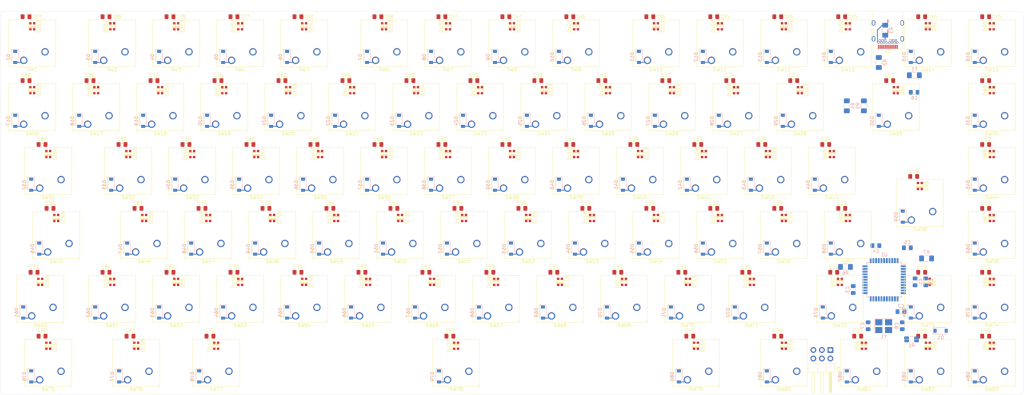
<source format=kicad_pcb>
(kicad_pcb (version 20171130) (host pcbnew 5.1.5+dfsg1-2build2)

  (general
    (thickness 1.6)
    (drawings 8)
    (tracks 172)
    (zones 0)
    (modules 354)
    (nets 216)
  )

  (page A3)
  (layers
    (0 F.Cu signal)
    (31 B.Cu signal)
    (32 B.Adhes user)
    (33 F.Adhes user)
    (34 B.Paste user)
    (35 F.Paste user)
    (36 B.SilkS user)
    (37 F.SilkS user)
    (38 B.Mask user)
    (39 F.Mask user)
    (40 Dwgs.User user)
    (41 Cmts.User user)
    (42 Eco1.User user)
    (43 Eco2.User user)
    (44 Edge.Cuts user)
    (45 Margin user)
    (46 B.CrtYd user)
    (47 F.CrtYd user)
    (48 B.Fab user)
    (49 F.Fab user)
  )

  (setup
    (last_trace_width 0.25)
    (trace_clearance 0.2)
    (zone_clearance 0.508)
    (zone_45_only no)
    (trace_min 0.2)
    (via_size 0.8)
    (via_drill 0.4)
    (via_min_size 0.6)
    (via_min_drill 0.3)
    (uvia_size 0.3)
    (uvia_drill 0.1)
    (uvias_allowed no)
    (uvia_min_size 0.2)
    (uvia_min_drill 0.1)
    (edge_width 0.05)
    (segment_width 0.2)
    (pcb_text_width 0.3)
    (pcb_text_size 1.5 1.5)
    (mod_edge_width 0.12)
    (mod_text_size 1 1)
    (mod_text_width 0.15)
    (pad_size 1.524 1.524)
    (pad_drill 0.762)
    (pad_to_mask_clearance 0.051)
    (solder_mask_min_width 0.25)
    (aux_axis_origin 0 0)
    (visible_elements FFFFF77F)
    (pcbplotparams
      (layerselection 0x010fc_ffffffff)
      (usegerberextensions false)
      (usegerberattributes false)
      (usegerberadvancedattributes false)
      (creategerberjobfile false)
      (excludeedgelayer true)
      (linewidth 0.100000)
      (plotframeref false)
      (viasonmask false)
      (mode 1)
      (useauxorigin false)
      (hpglpennumber 1)
      (hpglpenspeed 20)
      (hpglpendiameter 15.000000)
      (psnegative false)
      (psa4output false)
      (plotreference true)
      (plotvalue true)
      (plotinvisibletext false)
      (padsonsilk false)
      (subtractmaskfromsilk false)
      (outputformat 1)
      (mirror false)
      (drillshape 1)
      (scaleselection 1)
      (outputdirectory ""))
  )

  (net 0 "")
  (net 1 GND)
  (net 2 +5V)
  (net 3 "Net-(C7-Pad1)")
  (net 4 "Net-(C8-Pad2)")
  (net 5 "Net-(C9-Pad1)")
  (net 6 RST)
  (net 7 ROW0)
  (net 8 "Net-(D2-Pad2)")
  (net 9 "Net-(D3-Pad2)")
  (net 10 "Net-(D4-Pad2)")
  (net 11 "Net-(D5-Pad2)")
  (net 12 "Net-(D6-Pad2)")
  (net 13 "Net-(D7-Pad2)")
  (net 14 "Net-(D8-Pad2)")
  (net 15 "Net-(D9-Pad2)")
  (net 16 "Net-(D10-Pad2)")
  (net 17 "Net-(D11-Pad2)")
  (net 18 "Net-(D12-Pad2)")
  (net 19 "Net-(D13-Pad2)")
  (net 20 "Net-(D14-Pad2)")
  (net 21 "Net-(D15-Pad2)")
  (net 22 "Net-(D16-Pad2)")
  (net 23 ROW1)
  (net 24 "Net-(D17-Pad2)")
  (net 25 "Net-(D18-Pad2)")
  (net 26 "Net-(D19-Pad2)")
  (net 27 "Net-(D20-Pad2)")
  (net 28 "Net-(D21-Pad2)")
  (net 29 "Net-(D22-Pad2)")
  (net 30 "Net-(D23-Pad2)")
  (net 31 "Net-(D24-Pad2)")
  (net 32 "Net-(D25-Pad2)")
  (net 33 "Net-(D26-Pad2)")
  (net 34 "Net-(D27-Pad2)")
  (net 35 "Net-(D28-Pad2)")
  (net 36 "Net-(D29-Pad2)")
  (net 37 "Net-(D30-Pad2)")
  (net 38 "Net-(D31-Pad2)")
  (net 39 "Net-(D32-Pad2)")
  (net 40 ROW2)
  (net 41 "Net-(D33-Pad2)")
  (net 42 "Net-(D34-Pad2)")
  (net 43 "Net-(D35-Pad2)")
  (net 44 "Net-(D36-Pad2)")
  (net 45 "Net-(D37-Pad2)")
  (net 46 "Net-(D38-Pad2)")
  (net 47 "Net-(D39-Pad2)")
  (net 48 "Net-(D40-Pad2)")
  (net 49 "Net-(D41-Pad2)")
  (net 50 "Net-(D42-Pad2)")
  (net 51 "Net-(D43-Pad2)")
  (net 52 "Net-(D44-Pad2)")
  (net 53 "Net-(D45-Pad2)")
  (net 54 "Net-(D46-Pad2)")
  (net 55 ROW3)
  (net 56 "Net-(D47-Pad2)")
  (net 57 "Net-(D48-Pad2)")
  (net 58 "Net-(D49-Pad2)")
  (net 59 "Net-(D50-Pad2)")
  (net 60 "Net-(D51-Pad2)")
  (net 61 "Net-(D52-Pad2)")
  (net 62 "Net-(D53-Pad2)")
  (net 63 "Net-(D54-Pad2)")
  (net 64 "Net-(D55-Pad2)")
  (net 65 "Net-(D56-Pad2)")
  (net 66 "Net-(D57-Pad2)")
  (net 67 "Net-(D58-Pad2)")
  (net 68 "Net-(D59-Pad2)")
  (net 69 "Net-(D60-Pad2)")
  (net 70 ROW4)
  (net 71 "Net-(D61-Pad2)")
  (net 72 "Net-(D62-Pad2)")
  (net 73 "Net-(D63-Pad2)")
  (net 74 "Net-(D64-Pad2)")
  (net 75 "Net-(D65-Pad2)")
  (net 76 "Net-(D66-Pad2)")
  (net 77 "Net-(D67-Pad2)")
  (net 78 "Net-(D68-Pad2)")
  (net 79 "Net-(D69-Pad2)")
  (net 80 "Net-(D70-Pad2)")
  (net 81 "Net-(D71-Pad2)")
  (net 82 "Net-(D72-Pad2)")
  (net 83 "Net-(D73-Pad2)")
  (net 84 "Net-(D74-Pad2)")
  (net 85 "Net-(D75-Pad2)")
  (net 86 ROW5)
  (net 87 "Net-(D76-Pad2)")
  (net 88 "Net-(D77-Pad2)")
  (net 89 "Net-(D78-Pad2)")
  (net 90 "Net-(D79-Pad2)")
  (net 91 "Net-(D80-Pad2)")
  (net 92 "Net-(D81-Pad2)")
  (net 93 "Net-(D82-Pad2)")
  (net 94 "Net-(D83-Pad2)")
  (net 95 "Net-(D84-Pad2)")
  (net 96 "Net-(D85-Pad2)")
  (net 97 DIN)
  (net 98 "Net-(D86-Pad2)")
  (net 99 "Net-(D87-Pad2)")
  (net 100 "Net-(D88-Pad2)")
  (net 101 "Net-(D89-Pad2)")
  (net 102 "Net-(D90-Pad2)")
  (net 103 "Net-(D91-Pad2)")
  (net 104 "Net-(D92-Pad2)")
  (net 105 "Net-(D93-Pad2)")
  (net 106 "Net-(D94-Pad2)")
  (net 107 "Net-(D95-Pad2)")
  (net 108 "Net-(D96-Pad2)")
  (net 109 "Net-(D97-Pad2)")
  (net 110 "Net-(D98-Pad2)")
  (net 111 "Net-(D100-Pad4)")
  (net 112 "Net-(D100-Pad2)")
  (net 113 "Net-(D101-Pad2)")
  (net 114 "Net-(D102-Pad2)")
  (net 115 "Net-(D103-Pad2)")
  (net 116 "Net-(D104-Pad2)")
  (net 117 "Net-(D105-Pad2)")
  (net 118 "Net-(D106-Pad2)")
  (net 119 "Net-(D107-Pad2)")
  (net 120 "Net-(D108-Pad2)")
  (net 121 "Net-(D109-Pad2)")
  (net 122 "Net-(D110-Pad2)")
  (net 123 "Net-(D111-Pad2)")
  (net 124 "Net-(D112-Pad2)")
  (net 125 "Net-(D113-Pad2)")
  (net 126 "Net-(D114-Pad2)")
  (net 127 "Net-(D115-Pad2)")
  (net 128 "Net-(D116-Pad2)")
  (net 129 "Net-(D117-Pad2)")
  (net 130 "Net-(D118-Pad2)")
  (net 131 "Net-(D119-Pad2)")
  (net 132 "Net-(D120-Pad2)")
  (net 133 "Net-(D121-Pad2)")
  (net 134 "Net-(D122-Pad2)")
  (net 135 "Net-(D123-Pad2)")
  (net 136 "Net-(D124-Pad2)")
  (net 137 "Net-(D125-Pad2)")
  (net 138 "Net-(D126-Pad2)")
  (net 139 "Net-(D127-Pad2)")
  (net 140 "Net-(D128-Pad2)")
  (net 141 "Net-(D129-Pad2)")
  (net 142 "Net-(D130-Pad2)")
  (net 143 "Net-(D131-Pad2)")
  (net 144 "Net-(D132-Pad2)")
  (net 145 "Net-(D133-Pad2)")
  (net 146 "Net-(D134-Pad2)")
  (net 147 "Net-(D135-Pad2)")
  (net 148 "Net-(D136-Pad2)")
  (net 149 "Net-(D137-Pad2)")
  (net 150 "Net-(D138-Pad2)")
  (net 151 "Net-(D139-Pad2)")
  (net 152 "Net-(D140-Pad2)")
  (net 153 "Net-(D141-Pad2)")
  (net 154 "Net-(D142-Pad2)")
  (net 155 "Net-(D143-Pad2)")
  (net 156 "Net-(D144-Pad2)")
  (net 157 "Net-(D145-Pad2)")
  (net 158 "Net-(D146-Pad2)")
  (net 159 "Net-(D147-Pad2)")
  (net 160 "Net-(D148-Pad2)")
  (net 161 "Net-(D149-Pad2)")
  (net 162 "Net-(D150-Pad2)")
  (net 163 "Net-(D151-Pad2)")
  (net 164 "Net-(D152-Pad2)")
  (net 165 "Net-(D153-Pad2)")
  (net 166 "Net-(D154-Pad2)")
  (net 167 "Net-(D155-Pad2)")
  (net 168 "Net-(D156-Pad2)")
  (net 169 "Net-(D157-Pad2)")
  (net 170 "Net-(D158-Pad2)")
  (net 171 "Net-(D159-Pad2)")
  (net 172 "Net-(D160-Pad2)")
  (net 173 "Net-(D161-Pad2)")
  (net 174 "Net-(D162-Pad2)")
  (net 175 "Net-(D163-Pad2)")
  (net 176 "Net-(D164-Pad2)")
  (net 177 "Net-(D165-Pad2)")
  (net 178 "Net-(D166-Pad2)")
  (net 179 "Net-(D167-Pad2)")
  (net 180 "Net-(F1-Pad2)")
  (net 181 COL02)
  (net 182 COL00)
  (net 183 COL01)
  (net 184 "Net-(J2-PadA11)")
  (net 185 "Net-(J2-PadA10)")
  (net 186 "Net-(J2-PadA8)")
  (net 187 D-)
  (net 188 D+)
  (net 189 "Net-(J2-PadA5)")
  (net 190 "Net-(J2-PadA3)")
  (net 191 "Net-(J2-PadA2)")
  (net 192 "Net-(J2-PadB10)")
  (net 193 "Net-(J2-PadB3)")
  (net 194 "Net-(J2-PadB8)")
  (net 195 "Net-(J2-PadB5)")
  (net 196 "Net-(J2-PadB2)")
  (net 197 "Net-(J2-PadB11)")
  (net 198 "Net-(R6-Pad2)")
  (net 199 COL03)
  (net 200 COL04)
  (net 201 COL06)
  (net 202 COL07)
  (net 203 COL08)
  (net 204 COL09)
  (net 205 COL10)
  (net 206 COL11)
  (net 207 COL12)
  (net 208 COL13)
  (net 209 COL14)
  (net 210 COL15)
  (net 211 COL05)
  (net 212 "Net-(U1-Pad1)")
  (net 213 "Net-(U1-Pad8)")
  (net 214 "Net-(U1-Pad42)")
  (net 215 "Net-(R7-Pad2)")

  (net_class Default "Dies ist die voreingestellte Netzklasse."
    (clearance 0.2)
    (trace_width 0.25)
    (via_dia 0.8)
    (via_drill 0.4)
    (uvia_dia 0.3)
    (uvia_drill 0.1)
    (add_net +5V)
    (add_net COL00)
    (add_net COL01)
    (add_net COL02)
    (add_net COL03)
    (add_net COL04)
    (add_net COL05)
    (add_net COL06)
    (add_net COL07)
    (add_net COL08)
    (add_net COL09)
    (add_net COL10)
    (add_net COL11)
    (add_net COL12)
    (add_net COL13)
    (add_net COL14)
    (add_net COL15)
    (add_net D+)
    (add_net D-)
    (add_net DIN)
    (add_net GND)
    (add_net "Net-(C7-Pad1)")
    (add_net "Net-(C8-Pad2)")
    (add_net "Net-(C9-Pad1)")
    (add_net "Net-(D10-Pad2)")
    (add_net "Net-(D100-Pad2)")
    (add_net "Net-(D100-Pad4)")
    (add_net "Net-(D101-Pad2)")
    (add_net "Net-(D102-Pad2)")
    (add_net "Net-(D103-Pad2)")
    (add_net "Net-(D104-Pad2)")
    (add_net "Net-(D105-Pad2)")
    (add_net "Net-(D106-Pad2)")
    (add_net "Net-(D107-Pad2)")
    (add_net "Net-(D108-Pad2)")
    (add_net "Net-(D109-Pad2)")
    (add_net "Net-(D11-Pad2)")
    (add_net "Net-(D110-Pad2)")
    (add_net "Net-(D111-Pad2)")
    (add_net "Net-(D112-Pad2)")
    (add_net "Net-(D113-Pad2)")
    (add_net "Net-(D114-Pad2)")
    (add_net "Net-(D115-Pad2)")
    (add_net "Net-(D116-Pad2)")
    (add_net "Net-(D117-Pad2)")
    (add_net "Net-(D118-Pad2)")
    (add_net "Net-(D119-Pad2)")
    (add_net "Net-(D12-Pad2)")
    (add_net "Net-(D120-Pad2)")
    (add_net "Net-(D121-Pad2)")
    (add_net "Net-(D122-Pad2)")
    (add_net "Net-(D123-Pad2)")
    (add_net "Net-(D124-Pad2)")
    (add_net "Net-(D125-Pad2)")
    (add_net "Net-(D126-Pad2)")
    (add_net "Net-(D127-Pad2)")
    (add_net "Net-(D128-Pad2)")
    (add_net "Net-(D129-Pad2)")
    (add_net "Net-(D13-Pad2)")
    (add_net "Net-(D130-Pad2)")
    (add_net "Net-(D131-Pad2)")
    (add_net "Net-(D132-Pad2)")
    (add_net "Net-(D133-Pad2)")
    (add_net "Net-(D134-Pad2)")
    (add_net "Net-(D135-Pad2)")
    (add_net "Net-(D136-Pad2)")
    (add_net "Net-(D137-Pad2)")
    (add_net "Net-(D138-Pad2)")
    (add_net "Net-(D139-Pad2)")
    (add_net "Net-(D14-Pad2)")
    (add_net "Net-(D140-Pad2)")
    (add_net "Net-(D141-Pad2)")
    (add_net "Net-(D142-Pad2)")
    (add_net "Net-(D143-Pad2)")
    (add_net "Net-(D144-Pad2)")
    (add_net "Net-(D145-Pad2)")
    (add_net "Net-(D146-Pad2)")
    (add_net "Net-(D147-Pad2)")
    (add_net "Net-(D148-Pad2)")
    (add_net "Net-(D149-Pad2)")
    (add_net "Net-(D15-Pad2)")
    (add_net "Net-(D150-Pad2)")
    (add_net "Net-(D151-Pad2)")
    (add_net "Net-(D152-Pad2)")
    (add_net "Net-(D153-Pad2)")
    (add_net "Net-(D154-Pad2)")
    (add_net "Net-(D155-Pad2)")
    (add_net "Net-(D156-Pad2)")
    (add_net "Net-(D157-Pad2)")
    (add_net "Net-(D158-Pad2)")
    (add_net "Net-(D159-Pad2)")
    (add_net "Net-(D16-Pad2)")
    (add_net "Net-(D160-Pad2)")
    (add_net "Net-(D161-Pad2)")
    (add_net "Net-(D162-Pad2)")
    (add_net "Net-(D163-Pad2)")
    (add_net "Net-(D164-Pad2)")
    (add_net "Net-(D165-Pad2)")
    (add_net "Net-(D166-Pad2)")
    (add_net "Net-(D167-Pad2)")
    (add_net "Net-(D17-Pad2)")
    (add_net "Net-(D18-Pad2)")
    (add_net "Net-(D19-Pad2)")
    (add_net "Net-(D2-Pad2)")
    (add_net "Net-(D20-Pad2)")
    (add_net "Net-(D21-Pad2)")
    (add_net "Net-(D22-Pad2)")
    (add_net "Net-(D23-Pad2)")
    (add_net "Net-(D24-Pad2)")
    (add_net "Net-(D25-Pad2)")
    (add_net "Net-(D26-Pad2)")
    (add_net "Net-(D27-Pad2)")
    (add_net "Net-(D28-Pad2)")
    (add_net "Net-(D29-Pad2)")
    (add_net "Net-(D3-Pad2)")
    (add_net "Net-(D30-Pad2)")
    (add_net "Net-(D31-Pad2)")
    (add_net "Net-(D32-Pad2)")
    (add_net "Net-(D33-Pad2)")
    (add_net "Net-(D34-Pad2)")
    (add_net "Net-(D35-Pad2)")
    (add_net "Net-(D36-Pad2)")
    (add_net "Net-(D37-Pad2)")
    (add_net "Net-(D38-Pad2)")
    (add_net "Net-(D39-Pad2)")
    (add_net "Net-(D4-Pad2)")
    (add_net "Net-(D40-Pad2)")
    (add_net "Net-(D41-Pad2)")
    (add_net "Net-(D42-Pad2)")
    (add_net "Net-(D43-Pad2)")
    (add_net "Net-(D44-Pad2)")
    (add_net "Net-(D45-Pad2)")
    (add_net "Net-(D46-Pad2)")
    (add_net "Net-(D47-Pad2)")
    (add_net "Net-(D48-Pad2)")
    (add_net "Net-(D49-Pad2)")
    (add_net "Net-(D5-Pad2)")
    (add_net "Net-(D50-Pad2)")
    (add_net "Net-(D51-Pad2)")
    (add_net "Net-(D52-Pad2)")
    (add_net "Net-(D53-Pad2)")
    (add_net "Net-(D54-Pad2)")
    (add_net "Net-(D55-Pad2)")
    (add_net "Net-(D56-Pad2)")
    (add_net "Net-(D57-Pad2)")
    (add_net "Net-(D58-Pad2)")
    (add_net "Net-(D59-Pad2)")
    (add_net "Net-(D6-Pad2)")
    (add_net "Net-(D60-Pad2)")
    (add_net "Net-(D61-Pad2)")
    (add_net "Net-(D62-Pad2)")
    (add_net "Net-(D63-Pad2)")
    (add_net "Net-(D64-Pad2)")
    (add_net "Net-(D65-Pad2)")
    (add_net "Net-(D66-Pad2)")
    (add_net "Net-(D67-Pad2)")
    (add_net "Net-(D68-Pad2)")
    (add_net "Net-(D69-Pad2)")
    (add_net "Net-(D7-Pad2)")
    (add_net "Net-(D70-Pad2)")
    (add_net "Net-(D71-Pad2)")
    (add_net "Net-(D72-Pad2)")
    (add_net "Net-(D73-Pad2)")
    (add_net "Net-(D74-Pad2)")
    (add_net "Net-(D75-Pad2)")
    (add_net "Net-(D76-Pad2)")
    (add_net "Net-(D77-Pad2)")
    (add_net "Net-(D78-Pad2)")
    (add_net "Net-(D79-Pad2)")
    (add_net "Net-(D8-Pad2)")
    (add_net "Net-(D80-Pad2)")
    (add_net "Net-(D81-Pad2)")
    (add_net "Net-(D82-Pad2)")
    (add_net "Net-(D83-Pad2)")
    (add_net "Net-(D84-Pad2)")
    (add_net "Net-(D85-Pad2)")
    (add_net "Net-(D86-Pad2)")
    (add_net "Net-(D87-Pad2)")
    (add_net "Net-(D88-Pad2)")
    (add_net "Net-(D89-Pad2)")
    (add_net "Net-(D9-Pad2)")
    (add_net "Net-(D90-Pad2)")
    (add_net "Net-(D91-Pad2)")
    (add_net "Net-(D92-Pad2)")
    (add_net "Net-(D93-Pad2)")
    (add_net "Net-(D94-Pad2)")
    (add_net "Net-(D95-Pad2)")
    (add_net "Net-(D96-Pad2)")
    (add_net "Net-(D97-Pad2)")
    (add_net "Net-(D98-Pad2)")
    (add_net "Net-(F1-Pad2)")
    (add_net "Net-(J2-PadA10)")
    (add_net "Net-(J2-PadA11)")
    (add_net "Net-(J2-PadA2)")
    (add_net "Net-(J2-PadA3)")
    (add_net "Net-(J2-PadA5)")
    (add_net "Net-(J2-PadA8)")
    (add_net "Net-(J2-PadB10)")
    (add_net "Net-(J2-PadB11)")
    (add_net "Net-(J2-PadB2)")
    (add_net "Net-(J2-PadB3)")
    (add_net "Net-(J2-PadB5)")
    (add_net "Net-(J2-PadB8)")
    (add_net "Net-(R6-Pad2)")
    (add_net "Net-(R7-Pad2)")
    (add_net "Net-(U1-Pad1)")
    (add_net "Net-(U1-Pad42)")
    (add_net "Net-(U1-Pad8)")
    (add_net ROW0)
    (add_net ROW1)
    (add_net ROW2)
    (add_net ROW3)
    (add_net ROW4)
    (add_net ROW5)
    (add_net RST)
  )

  (module kezboard-pcb:USB_C_Receptacle_Stewart_SS-52400-003 (layer F.Cu) (tedit 5F26DA6C) (tstamp 5F15FEC3)
    (at 302.41875 38.1 180)
    (descr https://belfuse.com/resources/drawings/stewartconnector/dr-stw-ss-52400-003.pdf)
    (path /5EFFEB48)
    (fp_text reference J2 (at 0 -11.9) (layer F.SilkS)
      (effects (font (size 1 1) (thickness 0.15)))
    )
    (fp_text value USB_C_Receptacle (at 0 2.54) (layer F.Fab)
      (effects (font (size 1 1) (thickness 0.15)))
    )
    (fp_line (start -4.49 -2.55) (end -4.49 -0.21) (layer F.SilkS) (width 0.12))
    (fp_line (start 4.49 -0.21) (end 4.49 -2.55) (layer F.SilkS) (width 0.12))
    (fp_line (start 4.49 -9) (end 4.49 -11) (layer F.SilkS) (width 0.12))
    (fp_text user %R (at 0 -4.52) (layer F.Fab)
      (effects (font (size 1 1) (thickness 0.15)))
    )
    (fp_line (start -5.08 -11.43) (end 5.08 -11.43) (layer F.CrtYd) (width 0.05))
    (fp_line (start -5.08 1.27) (end 5.08 1.27) (layer F.CrtYd) (width 0.05))
    (fp_line (start -2 0) (end 2 0) (layer Dwgs.User) (width 0.1))
    (fp_line (start 4.37 0.95) (end 4.37 -10.88) (layer F.Fab) (width 0.1))
    (fp_line (start 4.37 -10.88) (end -4.37 -10.88) (layer F.Fab) (width 0.1))
    (fp_line (start -4.37 -10.88) (end -4.37 0.95) (layer F.Fab) (width 0.1))
    (fp_text user "PCB Edge" (at 0 -0.5) (layer Dwgs.User)
      (effects (font (size 0.5 0.5) (thickness 0.1)))
    )
    (fp_line (start -4.37 0.95) (end 4.37 0.95) (layer F.Fab) (width 0.1))
    (fp_line (start 5.08 1.27) (end 5.08 -11.43) (layer F.CrtYd) (width 0.05))
    (fp_line (start -5.08 -11.43) (end -5.08 1.27) (layer F.CrtYd) (width 0.05))
    (fp_line (start -3 -11) (end -4.49 -11) (layer F.SilkS) (width 0.12))
    (fp_line (start -4.49 -11) (end -4.49 -9) (layer F.SilkS) (width 0.12))
    (fp_line (start 4.49 -11) (end 3 -11) (layer F.SilkS) (width 0.12))
    (fp_line (start -4.49 -7.35) (end -4.49 -4.35) (layer F.SilkS) (width 0.12))
    (fp_line (start 4.49 -4.35) (end 4.49 -7.35) (layer F.SilkS) (width 0.12))
    (pad B11 thru_hole circle (at -2.4 -8.62 180) (size 0.65 0.65) (drill 0.4) (layers *.Cu *.Mask)
      (net 197 "Net-(J2-PadB11)"))
    (pad B2 thru_hole circle (at 2.4 -8.62 180) (size 0.65 0.65) (drill 0.4) (layers *.Cu *.Mask)
      (net 196 "Net-(J2-PadB2)"))
    (pad B12 thru_hole circle (at -2.8 -9.33 180) (size 0.65 0.65) (drill 0.4) (layers *.Cu *.Mask)
      (net 1 GND))
    (pad B5 thru_hole circle (at 0.8 -8.62 180) (size 0.65 0.65) (drill 0.4) (layers *.Cu *.Mask)
      (net 195 "Net-(J2-PadB5)"))
    (pad B8 thru_hole circle (at -0.8 -8.62 180) (size 0.65 0.65) (drill 0.4) (layers *.Cu *.Mask)
      (net 194 "Net-(J2-PadB8)"))
    (pad B3 thru_hole circle (at 1.6 -8.62 180) (size 0.65 0.65) (drill 0.4) (layers *.Cu *.Mask)
      (net 193 "Net-(J2-PadB3)"))
    (pad B10 thru_hole circle (at -1.6 -8.62 180) (size 0.65 0.65) (drill 0.4) (layers *.Cu *.Mask)
      (net 192 "Net-(J2-PadB10)"))
    (pad B1 thru_hole circle (at 2.8 -9.33 180) (size 0.65 0.65) (drill 0.4) (layers *.Cu *.Mask)
      (net 1 GND))
    (pad S1 thru_hole circle (at -2 -9.33 180) (size 0.65 0.65) (drill 0.4) (layers *.Cu *.Mask)
      (net 1 GND))
    (pad S1 thru_hole circle (at 2 -9.33 180) (size 0.65 0.65) (drill 0.4) (layers *.Cu *.Mask)
      (net 1 GND))
    (pad B9 thru_hole circle (at -1.2 -9.33 180) (size 0.65 0.65) (drill 0.4) (layers *.Cu *.Mask)
      (net 180 "Net-(F1-Pad2)"))
    (pad B4 thru_hole circle (at 1.2 -9.33 180) (size 0.65 0.65) (drill 0.4) (layers *.Cu *.Mask)
      (net 180 "Net-(F1-Pad2)"))
    (pad B7 thru_hole circle (at -0.4 -9.33 180) (size 0.65 0.65) (drill 0.4) (layers *.Cu *.Mask)
      (net 187 D-))
    (pad B6 thru_hole circle (at 0.4 -9.33 180) (size 0.65 0.65) (drill 0.4) (layers *.Cu *.Mask)
      (net 188 D+))
    (pad S1 smd rect (at 0 -6 180) (size 0.2 1) (layers F.Cu F.Paste F.Mask)
      (net 1 GND))
    (pad S1 smd rect (at 0 -2.9 180) (size 0.2 1) (layers F.Cu F.Paste F.Mask)
      (net 1 GND))
    (pad S1 thru_hole oval (at 4.27 -8.18 180) (size 1 1.6) (drill oval 0.6 1.2) (layers *.Cu *.Mask)
      (net 1 GND))
    (pad S1 thru_hole oval (at -4.27 -8.18 180) (size 1 1.6) (drill oval 0.6 1.2) (layers *.Cu *.Mask)
      (net 1 GND))
    (pad S1 thru_hole oval (at -4.27 -3.45 180) (size 1 1.6) (drill oval 0.6 1.2) (layers *.Cu *.Mask)
      (net 1 GND))
    (pad S1 thru_hole oval (at 4.27 -3.45 180) (size 1 1.6) (drill oval 0.6 1.2) (layers *.Cu *.Mask)
      (net 1 GND))
    (pad A1 smd rect (at -2.75 -10.58 180) (size 0.3 1.2) (layers F.Cu F.Paste F.Mask)
      (net 1 GND))
    (pad A2 smd rect (at -2.25 -10.58 180) (size 0.3 1.2) (layers F.Cu F.Paste F.Mask)
      (net 191 "Net-(J2-PadA2)"))
    (pad A3 smd rect (at -1.75 -10.58 180) (size 0.3 1.2) (layers F.Cu F.Paste F.Mask)
      (net 190 "Net-(J2-PadA3)"))
    (pad A4 smd rect (at -1.25 -10.58 180) (size 0.3 1.2) (layers F.Cu F.Paste F.Mask)
      (net 180 "Net-(F1-Pad2)"))
    (pad A5 smd rect (at -0.75 -10.58 180) (size 0.3 1.2) (layers F.Cu F.Paste F.Mask)
      (net 189 "Net-(J2-PadA5)"))
    (pad A6 smd rect (at -0.25 -10.58 180) (size 0.3 1.2) (layers F.Cu F.Paste F.Mask)
      (net 188 D+))
    (pad A7 smd rect (at 0.25 -10.58 180) (size 0.3 1.2) (layers F.Cu F.Paste F.Mask)
      (net 187 D-))
    (pad A8 smd rect (at 0.75 -10.58 180) (size 0.3 1.2) (layers F.Cu F.Paste F.Mask)
      (net 186 "Net-(J2-PadA8)"))
    (pad A9 smd rect (at 1.25 -10.58 180) (size 0.3 1.2) (layers F.Cu F.Paste F.Mask)
      (net 180 "Net-(F1-Pad2)"))
    (pad A10 smd rect (at 1.75 -10.58 180) (size 0.3 1.2) (layers F.Cu F.Paste F.Mask)
      (net 185 "Net-(J2-PadA10)"))
    (pad A11 smd rect (at 2.25 -10.58 180) (size 0.3 1.2) (layers F.Cu F.Paste F.Mask)
      (net 184 "Net-(J2-PadA11)"))
    (pad A12 smd rect (at 2.75 -10.58 180) (size 0.3 1.2) (layers F.Cu F.Paste F.Mask)
      (net 1 GND))
  )

  (module Resistor_SMD:R_1206_3216Metric_Pad1.42x1.75mm_HandSolder (layer B.Cu) (tedit 5B301BBD) (tstamp 5F26397F)
    (at 313.944 111.76 180)
    (descr "Resistor SMD 1206 (3216 Metric), square (rectangular) end terminal, IPC_7351 nominal with elongated pad for handsoldering. (Body size source: http://www.tortai-tech.com/upload/download/2011102023233369053.pdf), generated with kicad-footprint-generator")
    (tags "resistor handsolder")
    (path /5F259898)
    (attr smd)
    (fp_text reference R7 (at 0 1.82) (layer B.SilkS)
      (effects (font (size 1 1) (thickness 0.15)) (justify mirror))
    )
    (fp_text value 470 (at 0 -1.82) (layer B.Fab)
      (effects (font (size 1 1) (thickness 0.15)) (justify mirror))
    )
    (fp_text user %R (at 0 0) (layer B.Fab)
      (effects (font (size 0.8 0.8) (thickness 0.12)) (justify mirror))
    )
    (fp_line (start 2.45 -1.12) (end -2.45 -1.12) (layer B.CrtYd) (width 0.05))
    (fp_line (start 2.45 1.12) (end 2.45 -1.12) (layer B.CrtYd) (width 0.05))
    (fp_line (start -2.45 1.12) (end 2.45 1.12) (layer B.CrtYd) (width 0.05))
    (fp_line (start -2.45 -1.12) (end -2.45 1.12) (layer B.CrtYd) (width 0.05))
    (fp_line (start -0.602064 -0.91) (end 0.602064 -0.91) (layer B.SilkS) (width 0.12))
    (fp_line (start -0.602064 0.91) (end 0.602064 0.91) (layer B.SilkS) (width 0.12))
    (fp_line (start 1.6 -0.8) (end -1.6 -0.8) (layer B.Fab) (width 0.1))
    (fp_line (start 1.6 0.8) (end 1.6 -0.8) (layer B.Fab) (width 0.1))
    (fp_line (start -1.6 0.8) (end 1.6 0.8) (layer B.Fab) (width 0.1))
    (fp_line (start -1.6 -0.8) (end -1.6 0.8) (layer B.Fab) (width 0.1))
    (pad 2 smd roundrect (at 1.4875 0 180) (size 1.425 1.75) (layers B.Cu B.Paste B.Mask) (roundrect_rratio 0.175439)
      (net 215 "Net-(R7-Pad2)"))
    (pad 1 smd roundrect (at -1.4875 0 180) (size 1.425 1.75) (layers B.Cu B.Paste B.Mask) (roundrect_rratio 0.175439)
      (net 97 DIN))
    (model ${KISYS3DMOD}/Resistor_SMD.3dshapes/R_1206_3216Metric.wrl
      (at (xyz 0 0 0))
      (scale (xyz 1 1 1))
      (rotate (xyz 0 0 0))
    )
  )

  (module kezboard-pcb:LED_WS2812_2020 (layer F.Cu) (tedit 5F1C4B34) (tstamp 5F1B709E)
    (at 333.375 137.795 90)
    (descr https://www.peace-corp.co.jp/data/WS2812-2020_V1.0_EN.pdf)
    (path /5F949B9C/5F9E7A8D)
    (fp_text reference D85 (at 0 -2 90) (layer F.SilkS)
      (effects (font (size 1 1) (thickness 0.15)))
    )
    (fp_text value WS2812B (at 0 2 90) (layer F.Fab)
      (effects (font (size 1 1) (thickness 0.15)))
    )
    (fp_line (start -1.1 -1) (end 1.1 -1) (layer F.Fab) (width 0.1))
    (fp_line (start 1.1 -1) (end 1.1 1) (layer F.Fab) (width 0.1))
    (fp_line (start 1.1 1) (end -1.1 1) (layer F.Fab) (width 0.1))
    (fp_line (start -1.1 1) (end -1.1 -1) (layer F.Fab) (width 0.1))
    (fp_text user %R (at 0 0 90) (layer F.Fab)
      (effects (font (size 0.5 0.5) (thickness 0.1)))
    )
    (fp_line (start -1.1 -1.11) (end 1.1 -1.11) (layer F.SilkS) (width 0.12))
    (fp_line (start 1.1 1.11) (end -1.1 1.11) (layer F.SilkS) (width 0.12))
    (fp_poly (pts (xy 0.45 0.9) (xy 0.05 0.9) (xy 0.05 -0.9) (xy 0.45 -0.9)) (layer F.SilkS) (width 0.1))
    (pad 2 smd rect (at 0.9015 0.55 90) (size 0.7 0.7) (layers F.Cu F.Paste F.Mask)
      (net 96 "Net-(D85-Pad2)"))
    (pad 3 smd rect (at 0.9015 -0.55 90) (size 0.7 0.7) (layers F.Cu F.Paste F.Mask)
      (net 1 GND))
    (pad 4 smd rect (at -0.9015 -0.55 90) (size 0.7 0.7) (layers F.Cu F.Paste F.Mask)
      (net 97 DIN))
    (pad 1 smd rect (at -0.9015 0.55 90) (size 0.7 0.7) (layers F.Cu F.Paste F.Mask)
      (net 2 +5V))
  )

  (module kezboard-pcb:LED_WS2812_2020 (layer F.Cu) (tedit 5F1C4B34) (tstamp 5F15F975)
    (at 333.375 118.745 90)
    (descr https://www.peace-corp.co.jp/data/WS2812-2020_V1.0_EN.pdf)
    (path /5F949B9C/5FD3F1F5)
    (fp_text reference D86 (at 0 -2 90) (layer F.SilkS)
      (effects (font (size 1 1) (thickness 0.15)))
    )
    (fp_text value WS2812B (at 0 2 90) (layer F.Fab)
      (effects (font (size 1 1) (thickness 0.15)))
    )
    (fp_poly (pts (xy 0.45 0.9) (xy 0.05 0.9) (xy 0.05 -0.9) (xy 0.45 -0.9)) (layer F.SilkS) (width 0.1))
    (fp_line (start 1.1 1.11) (end -1.1 1.11) (layer F.SilkS) (width 0.12))
    (fp_line (start -1.1 -1.11) (end 1.1 -1.11) (layer F.SilkS) (width 0.12))
    (fp_text user %R (at 0 0 90) (layer F.Fab)
      (effects (font (size 0.5 0.5) (thickness 0.1)))
    )
    (fp_line (start -1.1 1) (end -1.1 -1) (layer F.Fab) (width 0.1))
    (fp_line (start 1.1 1) (end -1.1 1) (layer F.Fab) (width 0.1))
    (fp_line (start 1.1 -1) (end 1.1 1) (layer F.Fab) (width 0.1))
    (fp_line (start -1.1 -1) (end 1.1 -1) (layer F.Fab) (width 0.1))
    (pad 1 smd rect (at -0.9015 0.55 90) (size 0.7 0.7) (layers F.Cu F.Paste F.Mask)
      (net 2 +5V))
    (pad 4 smd rect (at -0.9015 -0.55 90) (size 0.7 0.7) (layers F.Cu F.Paste F.Mask)
      (net 96 "Net-(D85-Pad2)"))
    (pad 3 smd rect (at 0.9015 -0.55 90) (size 0.7 0.7) (layers F.Cu F.Paste F.Mask)
      (net 1 GND))
    (pad 2 smd rect (at 0.9015 0.55 90) (size 0.7 0.7) (layers F.Cu F.Paste F.Mask)
      (net 98 "Net-(D86-Pad2)"))
  )

  (module kezboard-pcb:LED_WS2812_2020 (layer F.Cu) (tedit 5F1C4B34) (tstamp 5F1B738A)
    (at 333.375 99.695 90)
    (descr https://www.peace-corp.co.jp/data/WS2812-2020_V1.0_EN.pdf)
    (path /5F949B9C/5FD40FA8)
    (fp_text reference D87 (at 0 -2 90) (layer F.SilkS)
      (effects (font (size 1 1) (thickness 0.15)))
    )
    (fp_text value WS2812B (at 0 2 90) (layer F.Fab)
      (effects (font (size 1 1) (thickness 0.15)))
    )
    (fp_poly (pts (xy 0.45 0.9) (xy 0.05 0.9) (xy 0.05 -0.9) (xy 0.45 -0.9)) (layer F.SilkS) (width 0.1))
    (fp_line (start 1.1 1.11) (end -1.1 1.11) (layer F.SilkS) (width 0.12))
    (fp_line (start -1.1 -1.11) (end 1.1 -1.11) (layer F.SilkS) (width 0.12))
    (fp_text user %R (at 0 0 90) (layer F.Fab)
      (effects (font (size 0.5 0.5) (thickness 0.1)))
    )
    (fp_line (start -1.1 1) (end -1.1 -1) (layer F.Fab) (width 0.1))
    (fp_line (start 1.1 1) (end -1.1 1) (layer F.Fab) (width 0.1))
    (fp_line (start 1.1 -1) (end 1.1 1) (layer F.Fab) (width 0.1))
    (fp_line (start -1.1 -1) (end 1.1 -1) (layer F.Fab) (width 0.1))
    (pad 1 smd rect (at -0.9015 0.55 90) (size 0.7 0.7) (layers F.Cu F.Paste F.Mask)
      (net 2 +5V))
    (pad 4 smd rect (at -0.9015 -0.55 90) (size 0.7 0.7) (layers F.Cu F.Paste F.Mask)
      (net 98 "Net-(D86-Pad2)"))
    (pad 3 smd rect (at 0.9015 -0.55 90) (size 0.7 0.7) (layers F.Cu F.Paste F.Mask)
      (net 1 GND))
    (pad 2 smd rect (at 0.9015 0.55 90) (size 0.7 0.7) (layers F.Cu F.Paste F.Mask)
      (net 99 "Net-(D87-Pad2)"))
  )

  (module kezboard-pcb:LED_WS2812_2020 (layer F.Cu) (tedit 5F1C4B34) (tstamp 5F25A25B)
    (at 333.375 80.645 90)
    (descr https://www.peace-corp.co.jp/data/WS2812-2020_V1.0_EN.pdf)
    (path /5F949B9C/5FD423CF)
    (fp_text reference D88 (at 0 -2 90) (layer F.SilkS)
      (effects (font (size 1 1) (thickness 0.15)))
    )
    (fp_text value WS2812B (at 0 2 90) (layer F.Fab)
      (effects (font (size 1 1) (thickness 0.15)))
    )
    (fp_poly (pts (xy 0.45 0.9) (xy 0.05 0.9) (xy 0.05 -0.9) (xy 0.45 -0.9)) (layer F.SilkS) (width 0.1))
    (fp_line (start 1.1 1.11) (end -1.1 1.11) (layer F.SilkS) (width 0.12))
    (fp_line (start -1.1 -1.11) (end 1.1 -1.11) (layer F.SilkS) (width 0.12))
    (fp_text user %R (at 0 0 90) (layer F.Fab)
      (effects (font (size 0.5 0.5) (thickness 0.1)))
    )
    (fp_line (start -1.1 1) (end -1.1 -1) (layer F.Fab) (width 0.1))
    (fp_line (start 1.1 1) (end -1.1 1) (layer F.Fab) (width 0.1))
    (fp_line (start 1.1 -1) (end 1.1 1) (layer F.Fab) (width 0.1))
    (fp_line (start -1.1 -1) (end 1.1 -1) (layer F.Fab) (width 0.1))
    (pad 1 smd rect (at -0.9015 0.55 90) (size 0.7 0.7) (layers F.Cu F.Paste F.Mask)
      (net 2 +5V))
    (pad 4 smd rect (at -0.9015 -0.55 90) (size 0.7 0.7) (layers F.Cu F.Paste F.Mask)
      (net 99 "Net-(D87-Pad2)"))
    (pad 3 smd rect (at 0.9015 -0.55 90) (size 0.7 0.7) (layers F.Cu F.Paste F.Mask)
      (net 1 GND))
    (pad 2 smd rect (at 0.9015 0.55 90) (size 0.7 0.7) (layers F.Cu F.Paste F.Mask)
      (net 100 "Net-(D88-Pad2)"))
  )

  (module kezboard-pcb:LED_WS2812_2020 (layer F.Cu) (tedit 5F1C4B34) (tstamp 5F15F9A2)
    (at 333.375 61.595 90)
    (descr https://www.peace-corp.co.jp/data/WS2812-2020_V1.0_EN.pdf)
    (path /5F949B9C/5FD43994)
    (fp_text reference D89 (at 0 -2 90) (layer F.SilkS)
      (effects (font (size 1 1) (thickness 0.15)))
    )
    (fp_text value WS2812B (at 0 2 90) (layer F.Fab)
      (effects (font (size 1 1) (thickness 0.15)))
    )
    (fp_line (start -1.1 -1) (end 1.1 -1) (layer F.Fab) (width 0.1))
    (fp_line (start 1.1 -1) (end 1.1 1) (layer F.Fab) (width 0.1))
    (fp_line (start 1.1 1) (end -1.1 1) (layer F.Fab) (width 0.1))
    (fp_line (start -1.1 1) (end -1.1 -1) (layer F.Fab) (width 0.1))
    (fp_text user %R (at 0 0 90) (layer F.Fab)
      (effects (font (size 0.5 0.5) (thickness 0.1)))
    )
    (fp_line (start -1.1 -1.11) (end 1.1 -1.11) (layer F.SilkS) (width 0.12))
    (fp_line (start 1.1 1.11) (end -1.1 1.11) (layer F.SilkS) (width 0.12))
    (fp_poly (pts (xy 0.45 0.9) (xy 0.05 0.9) (xy 0.05 -0.9) (xy 0.45 -0.9)) (layer F.SilkS) (width 0.1))
    (pad 2 smd rect (at 0.9015 0.55 90) (size 0.7 0.7) (layers F.Cu F.Paste F.Mask)
      (net 101 "Net-(D89-Pad2)"))
    (pad 3 smd rect (at 0.9015 -0.55 90) (size 0.7 0.7) (layers F.Cu F.Paste F.Mask)
      (net 1 GND))
    (pad 4 smd rect (at -0.9015 -0.55 90) (size 0.7 0.7) (layers F.Cu F.Paste F.Mask)
      (net 100 "Net-(D88-Pad2)"))
    (pad 1 smd rect (at -0.9015 0.55 90) (size 0.7 0.7) (layers F.Cu F.Paste F.Mask)
      (net 2 +5V))
  )

  (module kezboard-pcb:LED_WS2812_2020 (layer F.Cu) (tedit 5F1C4B34) (tstamp 5F15F9B1)
    (at 333.375 42.545 90)
    (descr https://www.peace-corp.co.jp/data/WS2812-2020_V1.0_EN.pdf)
    (path /5F949B9C/5F62CAD6)
    (fp_text reference D90 (at 0 -2 90) (layer F.SilkS)
      (effects (font (size 1 1) (thickness 0.15)))
    )
    (fp_text value WS2812B (at 0 2 90) (layer F.Fab)
      (effects (font (size 1 1) (thickness 0.15)))
    )
    (fp_poly (pts (xy 0.45 0.9) (xy 0.05 0.9) (xy 0.05 -0.9) (xy 0.45 -0.9)) (layer F.SilkS) (width 0.1))
    (fp_line (start 1.1 1.11) (end -1.1 1.11) (layer F.SilkS) (width 0.12))
    (fp_line (start -1.1 -1.11) (end 1.1 -1.11) (layer F.SilkS) (width 0.12))
    (fp_text user %R (at 0 0 90) (layer F.Fab)
      (effects (font (size 0.5 0.5) (thickness 0.1)))
    )
    (fp_line (start -1.1 1) (end -1.1 -1) (layer F.Fab) (width 0.1))
    (fp_line (start 1.1 1) (end -1.1 1) (layer F.Fab) (width 0.1))
    (fp_line (start 1.1 -1) (end 1.1 1) (layer F.Fab) (width 0.1))
    (fp_line (start -1.1 -1) (end 1.1 -1) (layer F.Fab) (width 0.1))
    (pad 1 smd rect (at -0.9015 0.55 90) (size 0.7 0.7) (layers F.Cu F.Paste F.Mask)
      (net 2 +5V))
    (pad 4 smd rect (at -0.9015 -0.55 90) (size 0.7 0.7) (layers F.Cu F.Paste F.Mask)
      (net 101 "Net-(D89-Pad2)"))
    (pad 3 smd rect (at 0.9015 -0.55 90) (size 0.7 0.7) (layers F.Cu F.Paste F.Mask)
      (net 1 GND))
    (pad 2 smd rect (at 0.9015 0.55 90) (size 0.7 0.7) (layers F.Cu F.Paste F.Mask)
      (net 102 "Net-(D90-Pad2)"))
  )

  (module kezboard-pcb:LED_WS2812_2020 (layer F.Cu) (tedit 5F1C4B34) (tstamp 5F15F9C0)
    (at 314.325 42.545 270)
    (descr https://www.peace-corp.co.jp/data/WS2812-2020_V1.0_EN.pdf)
    (path /5F949B9C/5F62CAF9)
    (fp_text reference D91 (at 0 -2 90) (layer F.SilkS)
      (effects (font (size 1 1) (thickness 0.15)))
    )
    (fp_text value WS2812B (at 0 2 90) (layer F.Fab)
      (effects (font (size 1 1) (thickness 0.15)))
    )
    (fp_line (start -1.1 -1) (end 1.1 -1) (layer F.Fab) (width 0.1))
    (fp_line (start 1.1 -1) (end 1.1 1) (layer F.Fab) (width 0.1))
    (fp_line (start 1.1 1) (end -1.1 1) (layer F.Fab) (width 0.1))
    (fp_line (start -1.1 1) (end -1.1 -1) (layer F.Fab) (width 0.1))
    (fp_text user %R (at 0 0 90) (layer F.Fab)
      (effects (font (size 0.5 0.5) (thickness 0.1)))
    )
    (fp_line (start -1.1 -1.11) (end 1.1 -1.11) (layer F.SilkS) (width 0.12))
    (fp_line (start 1.1 1.11) (end -1.1 1.11) (layer F.SilkS) (width 0.12))
    (fp_poly (pts (xy 0.45 0.9) (xy 0.05 0.9) (xy 0.05 -0.9) (xy 0.45 -0.9)) (layer F.SilkS) (width 0.1))
    (pad 2 smd rect (at 0.9015 0.55 270) (size 0.7 0.7) (layers F.Cu F.Paste F.Mask)
      (net 103 "Net-(D91-Pad2)"))
    (pad 3 smd rect (at 0.9015 -0.55 270) (size 0.7 0.7) (layers F.Cu F.Paste F.Mask)
      (net 1 GND))
    (pad 4 smd rect (at -0.9015 -0.55 270) (size 0.7 0.7) (layers F.Cu F.Paste F.Mask)
      (net 102 "Net-(D90-Pad2)"))
    (pad 1 smd rect (at -0.9015 0.55 270) (size 0.7 0.7) (layers F.Cu F.Paste F.Mask)
      (net 2 +5V))
  )

  (module kezboard-pcb:LED_WS2812_2020 (layer F.Cu) (tedit 5F1C4B34) (tstamp 5F15F9CF)
    (at 304.8 61.595 270)
    (descr https://www.peace-corp.co.jp/data/WS2812-2020_V1.0_EN.pdf)
    (path /5F949B9C/5F62CB1C)
    (fp_text reference D92 (at 0 -2 90) (layer F.SilkS)
      (effects (font (size 1 1) (thickness 0.15)))
    )
    (fp_text value WS2812B (at 0 2 90) (layer F.Fab)
      (effects (font (size 1 1) (thickness 0.15)))
    )
    (fp_poly (pts (xy 0.45 0.9) (xy 0.05 0.9) (xy 0.05 -0.9) (xy 0.45 -0.9)) (layer F.SilkS) (width 0.1))
    (fp_line (start 1.1 1.11) (end -1.1 1.11) (layer F.SilkS) (width 0.12))
    (fp_line (start -1.1 -1.11) (end 1.1 -1.11) (layer F.SilkS) (width 0.12))
    (fp_text user %R (at 0 0 90) (layer F.Fab)
      (effects (font (size 0.5 0.5) (thickness 0.1)))
    )
    (fp_line (start -1.1 1) (end -1.1 -1) (layer F.Fab) (width 0.1))
    (fp_line (start 1.1 1) (end -1.1 1) (layer F.Fab) (width 0.1))
    (fp_line (start 1.1 -1) (end 1.1 1) (layer F.Fab) (width 0.1))
    (fp_line (start -1.1 -1) (end 1.1 -1) (layer F.Fab) (width 0.1))
    (pad 1 smd rect (at -0.9015 0.55 270) (size 0.7 0.7) (layers F.Cu F.Paste F.Mask)
      (net 2 +5V))
    (pad 4 smd rect (at -0.9015 -0.55 270) (size 0.7 0.7) (layers F.Cu F.Paste F.Mask)
      (net 103 "Net-(D91-Pad2)"))
    (pad 3 smd rect (at 0.9015 -0.55 270) (size 0.7 0.7) (layers F.Cu F.Paste F.Mask)
      (net 1 GND))
    (pad 2 smd rect (at 0.9015 0.55 270) (size 0.7 0.7) (layers F.Cu F.Paste F.Mask)
      (net 104 "Net-(D92-Pad2)"))
  )

  (module kezboard-pcb:LED_WS2812_2020 (layer F.Cu) (tedit 5F1C4B34) (tstamp 5F15F9DE)
    (at 311.94375 90.17 270)
    (descr https://www.peace-corp.co.jp/data/WS2812-2020_V1.0_EN.pdf)
    (path /5F949B9C/5F62CB3F)
    (fp_text reference D93 (at 0 -2 90) (layer F.SilkS)
      (effects (font (size 1 1) (thickness 0.15)))
    )
    (fp_text value WS2812B (at 0 2 90) (layer F.Fab)
      (effects (font (size 1 1) (thickness 0.15)))
    )
    (fp_line (start -1.1 -1) (end 1.1 -1) (layer F.Fab) (width 0.1))
    (fp_line (start 1.1 -1) (end 1.1 1) (layer F.Fab) (width 0.1))
    (fp_line (start 1.1 1) (end -1.1 1) (layer F.Fab) (width 0.1))
    (fp_line (start -1.1 1) (end -1.1 -1) (layer F.Fab) (width 0.1))
    (fp_text user %R (at 0 0 90) (layer F.Fab)
      (effects (font (size 0.5 0.5) (thickness 0.1)))
    )
    (fp_line (start -1.1 -1.11) (end 1.1 -1.11) (layer F.SilkS) (width 0.12))
    (fp_line (start 1.1 1.11) (end -1.1 1.11) (layer F.SilkS) (width 0.12))
    (fp_poly (pts (xy 0.45 0.9) (xy 0.05 0.9) (xy 0.05 -0.9) (xy 0.45 -0.9)) (layer F.SilkS) (width 0.1))
    (pad 2 smd rect (at 0.9015 0.55 270) (size 0.7 0.7) (layers F.Cu F.Paste F.Mask)
      (net 105 "Net-(D93-Pad2)"))
    (pad 3 smd rect (at 0.9015 -0.55 270) (size 0.7 0.7) (layers F.Cu F.Paste F.Mask)
      (net 1 GND))
    (pad 4 smd rect (at -0.9015 -0.55 270) (size 0.7 0.7) (layers F.Cu F.Paste F.Mask)
      (net 104 "Net-(D92-Pad2)"))
    (pad 1 smd rect (at -0.9015 0.55 270) (size 0.7 0.7) (layers F.Cu F.Paste F.Mask)
      (net 2 +5V))
  )

  (module kezboard-pcb:LED_WS2812_2020 (layer F.Cu) (tedit 5F1C4B34) (tstamp 5F15F9ED)
    (at 314.325 118.745 270)
    (descr https://www.peace-corp.co.jp/data/WS2812-2020_V1.0_EN.pdf)
    (path /5F949B9C/5F62CB61)
    (fp_text reference D94 (at 0 -2 90) (layer F.SilkS)
      (effects (font (size 1 1) (thickness 0.15)))
    )
    (fp_text value WS2812B (at 0 2 90) (layer F.Fab)
      (effects (font (size 1 1) (thickness 0.15)))
    )
    (fp_poly (pts (xy 0.45 0.9) (xy 0.05 0.9) (xy 0.05 -0.9) (xy 0.45 -0.9)) (layer F.SilkS) (width 0.1))
    (fp_line (start 1.1 1.11) (end -1.1 1.11) (layer F.SilkS) (width 0.12))
    (fp_line (start -1.1 -1.11) (end 1.1 -1.11) (layer F.SilkS) (width 0.12))
    (fp_text user %R (at 0 0 90) (layer F.Fab)
      (effects (font (size 0.5 0.5) (thickness 0.1)))
    )
    (fp_line (start -1.1 1) (end -1.1 -1) (layer F.Fab) (width 0.1))
    (fp_line (start 1.1 1) (end -1.1 1) (layer F.Fab) (width 0.1))
    (fp_line (start 1.1 -1) (end 1.1 1) (layer F.Fab) (width 0.1))
    (fp_line (start -1.1 -1) (end 1.1 -1) (layer F.Fab) (width 0.1))
    (pad 1 smd rect (at -0.9015 0.55 270) (size 0.7 0.7) (layers F.Cu F.Paste F.Mask)
      (net 2 +5V))
    (pad 4 smd rect (at -0.9015 -0.55 270) (size 0.7 0.7) (layers F.Cu F.Paste F.Mask)
      (net 105 "Net-(D93-Pad2)"))
    (pad 3 smd rect (at 0.9015 -0.55 270) (size 0.7 0.7) (layers F.Cu F.Paste F.Mask)
      (net 1 GND))
    (pad 2 smd rect (at 0.9015 0.55 270) (size 0.7 0.7) (layers F.Cu F.Paste F.Mask)
      (net 106 "Net-(D94-Pad2)"))
  )

  (module kezboard-pcb:LED_WS2812_2020 (layer F.Cu) (tedit 5F1C4B34) (tstamp 5F15F9FC)
    (at 314.325 137.795 270)
    (descr https://www.peace-corp.co.jp/data/WS2812-2020_V1.0_EN.pdf)
    (path /5F949B9C/5F6A6266)
    (fp_text reference D95 (at 0 -2 90) (layer F.SilkS)
      (effects (font (size 1 1) (thickness 0.15)))
    )
    (fp_text value WS2812B (at 0 2 90) (layer F.Fab)
      (effects (font (size 1 1) (thickness 0.15)))
    )
    (fp_poly (pts (xy 0.45 0.9) (xy 0.05 0.9) (xy 0.05 -0.9) (xy 0.45 -0.9)) (layer F.SilkS) (width 0.1))
    (fp_line (start 1.1 1.11) (end -1.1 1.11) (layer F.SilkS) (width 0.12))
    (fp_line (start -1.1 -1.11) (end 1.1 -1.11) (layer F.SilkS) (width 0.12))
    (fp_text user %R (at 0 0 90) (layer F.Fab)
      (effects (font (size 0.5 0.5) (thickness 0.1)))
    )
    (fp_line (start -1.1 1) (end -1.1 -1) (layer F.Fab) (width 0.1))
    (fp_line (start 1.1 1) (end -1.1 1) (layer F.Fab) (width 0.1))
    (fp_line (start 1.1 -1) (end 1.1 1) (layer F.Fab) (width 0.1))
    (fp_line (start -1.1 -1) (end 1.1 -1) (layer F.Fab) (width 0.1))
    (pad 1 smd rect (at -0.9015 0.55 270) (size 0.7 0.7) (layers F.Cu F.Paste F.Mask)
      (net 2 +5V))
    (pad 4 smd rect (at -0.9015 -0.55 270) (size 0.7 0.7) (layers F.Cu F.Paste F.Mask)
      (net 106 "Net-(D94-Pad2)"))
    (pad 3 smd rect (at 0.9015 -0.55 270) (size 0.7 0.7) (layers F.Cu F.Paste F.Mask)
      (net 1 GND))
    (pad 2 smd rect (at 0.9015 0.55 270) (size 0.7 0.7) (layers F.Cu F.Paste F.Mask)
      (net 107 "Net-(D95-Pad2)"))
  )

  (module kezboard-pcb:LED_WS2812_2020 (layer F.Cu) (tedit 5F1C4B34) (tstamp 5F15FA0B)
    (at 295.275 137.795 90)
    (descr https://www.peace-corp.co.jp/data/WS2812-2020_V1.0_EN.pdf)
    (path /5F949B9C/5F6A6289)
    (fp_text reference D96 (at 0 -2 90) (layer F.SilkS)
      (effects (font (size 1 1) (thickness 0.15)))
    )
    (fp_text value WS2812B (at 0 2 90) (layer F.Fab)
      (effects (font (size 1 1) (thickness 0.15)))
    )
    (fp_line (start -1.1 -1) (end 1.1 -1) (layer F.Fab) (width 0.1))
    (fp_line (start 1.1 -1) (end 1.1 1) (layer F.Fab) (width 0.1))
    (fp_line (start 1.1 1) (end -1.1 1) (layer F.Fab) (width 0.1))
    (fp_line (start -1.1 1) (end -1.1 -1) (layer F.Fab) (width 0.1))
    (fp_text user %R (at 0 0 90) (layer F.Fab)
      (effects (font (size 0.5 0.5) (thickness 0.1)))
    )
    (fp_line (start -1.1 -1.11) (end 1.1 -1.11) (layer F.SilkS) (width 0.12))
    (fp_line (start 1.1 1.11) (end -1.1 1.11) (layer F.SilkS) (width 0.12))
    (fp_poly (pts (xy 0.45 0.9) (xy 0.05 0.9) (xy 0.05 -0.9) (xy 0.45 -0.9)) (layer F.SilkS) (width 0.1))
    (pad 2 smd rect (at 0.9015 0.55 90) (size 0.7 0.7) (layers F.Cu F.Paste F.Mask)
      (net 108 "Net-(D96-Pad2)"))
    (pad 3 smd rect (at 0.9015 -0.55 90) (size 0.7 0.7) (layers F.Cu F.Paste F.Mask)
      (net 1 GND))
    (pad 4 smd rect (at -0.9015 -0.55 90) (size 0.7 0.7) (layers F.Cu F.Paste F.Mask)
      (net 107 "Net-(D95-Pad2)"))
    (pad 1 smd rect (at -0.9015 0.55 90) (size 0.7 0.7) (layers F.Cu F.Paste F.Mask)
      (net 2 +5V))
  )

  (module kezboard-pcb:LED_WS2812_2020 (layer F.Cu) (tedit 5F1C4B34) (tstamp 5F15FA1A)
    (at 288.13125 118.745 90)
    (descr https://www.peace-corp.co.jp/data/WS2812-2020_V1.0_EN.pdf)
    (path /5F949B9C/5F6A62AC)
    (fp_text reference D97 (at 0 -2 90) (layer F.SilkS)
      (effects (font (size 1 1) (thickness 0.15)))
    )
    (fp_text value WS2812B (at 0 2 90) (layer F.Fab)
      (effects (font (size 1 1) (thickness 0.15)))
    )
    (fp_poly (pts (xy 0.45 0.9) (xy 0.05 0.9) (xy 0.05 -0.9) (xy 0.45 -0.9)) (layer F.SilkS) (width 0.1))
    (fp_line (start 1.1 1.11) (end -1.1 1.11) (layer F.SilkS) (width 0.12))
    (fp_line (start -1.1 -1.11) (end 1.1 -1.11) (layer F.SilkS) (width 0.12))
    (fp_text user %R (at 0 0 90) (layer F.Fab)
      (effects (font (size 0.5 0.5) (thickness 0.1)))
    )
    (fp_line (start -1.1 1) (end -1.1 -1) (layer F.Fab) (width 0.1))
    (fp_line (start 1.1 1) (end -1.1 1) (layer F.Fab) (width 0.1))
    (fp_line (start 1.1 -1) (end 1.1 1) (layer F.Fab) (width 0.1))
    (fp_line (start -1.1 -1) (end 1.1 -1) (layer F.Fab) (width 0.1))
    (pad 1 smd rect (at -0.9015 0.55 90) (size 0.7 0.7) (layers F.Cu F.Paste F.Mask)
      (net 2 +5V))
    (pad 4 smd rect (at -0.9015 -0.55 90) (size 0.7 0.7) (layers F.Cu F.Paste F.Mask)
      (net 108 "Net-(D96-Pad2)"))
    (pad 3 smd rect (at 0.9015 -0.55 90) (size 0.7 0.7) (layers F.Cu F.Paste F.Mask)
      (net 1 GND))
    (pad 2 smd rect (at 0.9015 0.55 90) (size 0.7 0.7) (layers F.Cu F.Paste F.Mask)
      (net 109 "Net-(D97-Pad2)"))
  )

  (module kezboard-pcb:LED_WS2812_2020 (layer F.Cu) (tedit 5F1C4B34) (tstamp 5F15FA29)
    (at 290.5125 99.695 90)
    (descr https://www.peace-corp.co.jp/data/WS2812-2020_V1.0_EN.pdf)
    (path /5F949B9C/5F6A62CF)
    (fp_text reference D98 (at 0 -2 90) (layer F.SilkS)
      (effects (font (size 1 1) (thickness 0.15)))
    )
    (fp_text value WS2812B (at 0 2 90) (layer F.Fab)
      (effects (font (size 1 1) (thickness 0.15)))
    )
    (fp_poly (pts (xy 0.45 0.9) (xy 0.05 0.9) (xy 0.05 -0.9) (xy 0.45 -0.9)) (layer F.SilkS) (width 0.1))
    (fp_line (start 1.1 1.11) (end -1.1 1.11) (layer F.SilkS) (width 0.12))
    (fp_line (start -1.1 -1.11) (end 1.1 -1.11) (layer F.SilkS) (width 0.12))
    (fp_text user %R (at 0 0 90) (layer F.Fab)
      (effects (font (size 0.5 0.5) (thickness 0.1)))
    )
    (fp_line (start -1.1 1) (end -1.1 -1) (layer F.Fab) (width 0.1))
    (fp_line (start 1.1 1) (end -1.1 1) (layer F.Fab) (width 0.1))
    (fp_line (start 1.1 -1) (end 1.1 1) (layer F.Fab) (width 0.1))
    (fp_line (start -1.1 -1) (end 1.1 -1) (layer F.Fab) (width 0.1))
    (pad 1 smd rect (at -0.9015 0.55 90) (size 0.7 0.7) (layers F.Cu F.Paste F.Mask)
      (net 2 +5V))
    (pad 4 smd rect (at -0.9015 -0.55 90) (size 0.7 0.7) (layers F.Cu F.Paste F.Mask)
      (net 109 "Net-(D97-Pad2)"))
    (pad 3 smd rect (at 0.9015 -0.55 90) (size 0.7 0.7) (layers F.Cu F.Paste F.Mask)
      (net 1 GND))
    (pad 2 smd rect (at 0.9015 0.55 90) (size 0.7 0.7) (layers F.Cu F.Paste F.Mask)
      (net 110 "Net-(D98-Pad2)"))
  )

  (module kezboard-pcb:LED_WS2812_2020 (layer F.Cu) (tedit 5F1C4B34) (tstamp 5F15FA38)
    (at 285.75 80.645 90)
    (descr https://www.peace-corp.co.jp/data/WS2812-2020_V1.0_EN.pdf)
    (path /5F949B9C/5F6A62F2)
    (fp_text reference D99 (at 0 -2 90) (layer F.SilkS)
      (effects (font (size 1 1) (thickness 0.15)))
    )
    (fp_text value WS2812B (at 0 2 90) (layer F.Fab)
      (effects (font (size 1 1) (thickness 0.15)))
    )
    (fp_poly (pts (xy 0.45 0.9) (xy 0.05 0.9) (xy 0.05 -0.9) (xy 0.45 -0.9)) (layer F.SilkS) (width 0.1))
    (fp_line (start 1.1 1.11) (end -1.1 1.11) (layer F.SilkS) (width 0.12))
    (fp_line (start -1.1 -1.11) (end 1.1 -1.11) (layer F.SilkS) (width 0.12))
    (fp_text user %R (at 0 0 90) (layer F.Fab)
      (effects (font (size 0.5 0.5) (thickness 0.1)))
    )
    (fp_line (start -1.1 1) (end -1.1 -1) (layer F.Fab) (width 0.1))
    (fp_line (start 1.1 1) (end -1.1 1) (layer F.Fab) (width 0.1))
    (fp_line (start 1.1 -1) (end 1.1 1) (layer F.Fab) (width 0.1))
    (fp_line (start -1.1 -1) (end 1.1 -1) (layer F.Fab) (width 0.1))
    (pad 1 smd rect (at -0.9015 0.55 90) (size 0.7 0.7) (layers F.Cu F.Paste F.Mask)
      (net 2 +5V))
    (pad 4 smd rect (at -0.9015 -0.55 90) (size 0.7 0.7) (layers F.Cu F.Paste F.Mask)
      (net 110 "Net-(D98-Pad2)"))
    (pad 3 smd rect (at 0.9015 -0.55 90) (size 0.7 0.7) (layers F.Cu F.Paste F.Mask)
      (net 1 GND))
    (pad 2 smd rect (at 0.9015 0.55 90) (size 0.7 0.7) (layers F.Cu F.Paste F.Mask)
      (net 111 "Net-(D100-Pad4)"))
  )

  (module kezboard-pcb:LED_WS2812_2020 (layer F.Cu) (tedit 5F1C4B34) (tstamp 5F15FA47)
    (at 290.5125 42.545 90)
    (descr https://www.peace-corp.co.jp/data/WS2812-2020_V1.0_EN.pdf)
    (path /5F949B9C/5F6A6315)
    (fp_text reference D100 (at 0 -2 90) (layer F.SilkS)
      (effects (font (size 1 1) (thickness 0.15)))
    )
    (fp_text value WS2812B (at 0 2 90) (layer F.Fab)
      (effects (font (size 1 1) (thickness 0.15)))
    )
    (fp_poly (pts (xy 0.45 0.9) (xy 0.05 0.9) (xy 0.05 -0.9) (xy 0.45 -0.9)) (layer F.SilkS) (width 0.1))
    (fp_line (start 1.1 1.11) (end -1.1 1.11) (layer F.SilkS) (width 0.12))
    (fp_line (start -1.1 -1.11) (end 1.1 -1.11) (layer F.SilkS) (width 0.12))
    (fp_text user %R (at 0 0 90) (layer F.Fab)
      (effects (font (size 0.5 0.5) (thickness 0.1)))
    )
    (fp_line (start -1.1 1) (end -1.1 -1) (layer F.Fab) (width 0.1))
    (fp_line (start 1.1 1) (end -1.1 1) (layer F.Fab) (width 0.1))
    (fp_line (start 1.1 -1) (end 1.1 1) (layer F.Fab) (width 0.1))
    (fp_line (start -1.1 -1) (end 1.1 -1) (layer F.Fab) (width 0.1))
    (pad 1 smd rect (at -0.9015 0.55 90) (size 0.7 0.7) (layers F.Cu F.Paste F.Mask)
      (net 2 +5V))
    (pad 4 smd rect (at -0.9015 -0.55 90) (size 0.7 0.7) (layers F.Cu F.Paste F.Mask)
      (net 111 "Net-(D100-Pad4)"))
    (pad 3 smd rect (at 0.9015 -0.55 90) (size 0.7 0.7) (layers F.Cu F.Paste F.Mask)
      (net 1 GND))
    (pad 2 smd rect (at 0.9015 0.55 90) (size 0.7 0.7) (layers F.Cu F.Paste F.Mask)
      (net 112 "Net-(D100-Pad2)"))
  )

  (module kezboard-pcb:LED_WS2812_2020 (layer F.Cu) (tedit 5F1C4B34) (tstamp 5F15FA56)
    (at 271.4625 42.545 270)
    (descr https://www.peace-corp.co.jp/data/WS2812-2020_V1.0_EN.pdf)
    (path /5F949B9C/5F6A6338)
    (fp_text reference D101 (at 0 -2 90) (layer F.SilkS)
      (effects (font (size 1 1) (thickness 0.15)))
    )
    (fp_text value WS2812B (at 0 2 90) (layer F.Fab)
      (effects (font (size 1 1) (thickness 0.15)))
    )
    (fp_poly (pts (xy 0.45 0.9) (xy 0.05 0.9) (xy 0.05 -0.9) (xy 0.45 -0.9)) (layer F.SilkS) (width 0.1))
    (fp_line (start 1.1 1.11) (end -1.1 1.11) (layer F.SilkS) (width 0.12))
    (fp_line (start -1.1 -1.11) (end 1.1 -1.11) (layer F.SilkS) (width 0.12))
    (fp_text user %R (at 0 0 90) (layer F.Fab)
      (effects (font (size 0.5 0.5) (thickness 0.1)))
    )
    (fp_line (start -1.1 1) (end -1.1 -1) (layer F.Fab) (width 0.1))
    (fp_line (start 1.1 1) (end -1.1 1) (layer F.Fab) (width 0.1))
    (fp_line (start 1.1 -1) (end 1.1 1) (layer F.Fab) (width 0.1))
    (fp_line (start -1.1 -1) (end 1.1 -1) (layer F.Fab) (width 0.1))
    (pad 1 smd rect (at -0.9015 0.55 270) (size 0.7 0.7) (layers F.Cu F.Paste F.Mask)
      (net 2 +5V))
    (pad 4 smd rect (at -0.9015 -0.55 270) (size 0.7 0.7) (layers F.Cu F.Paste F.Mask)
      (net 112 "Net-(D100-Pad2)"))
    (pad 3 smd rect (at 0.9015 -0.55 270) (size 0.7 0.7) (layers F.Cu F.Paste F.Mask)
      (net 1 GND))
    (pad 2 smd rect (at 0.9015 0.55 270) (size 0.7 0.7) (layers F.Cu F.Paste F.Mask)
      (net 113 "Net-(D101-Pad2)"))
  )

  (module kezboard-pcb:LED_WS2812_2020 (layer F.Cu) (tedit 5F1C4B34) (tstamp 5F15FA65)
    (at 276.225 61.595 270)
    (descr https://www.peace-corp.co.jp/data/WS2812-2020_V1.0_EN.pdf)
    (path /5F949B9C/5F6A635B)
    (fp_text reference D102 (at 0 -2 90) (layer F.SilkS)
      (effects (font (size 1 1) (thickness 0.15)))
    )
    (fp_text value WS2812B (at 0 2 90) (layer F.Fab)
      (effects (font (size 1 1) (thickness 0.15)))
    )
    (fp_line (start -1.1 -1) (end 1.1 -1) (layer F.Fab) (width 0.1))
    (fp_line (start 1.1 -1) (end 1.1 1) (layer F.Fab) (width 0.1))
    (fp_line (start 1.1 1) (end -1.1 1) (layer F.Fab) (width 0.1))
    (fp_line (start -1.1 1) (end -1.1 -1) (layer F.Fab) (width 0.1))
    (fp_text user %R (at 0 0 90) (layer F.Fab)
      (effects (font (size 0.5 0.5) (thickness 0.1)))
    )
    (fp_line (start -1.1 -1.11) (end 1.1 -1.11) (layer F.SilkS) (width 0.12))
    (fp_line (start 1.1 1.11) (end -1.1 1.11) (layer F.SilkS) (width 0.12))
    (fp_poly (pts (xy 0.45 0.9) (xy 0.05 0.9) (xy 0.05 -0.9) (xy 0.45 -0.9)) (layer F.SilkS) (width 0.1))
    (pad 2 smd rect (at 0.9015 0.55 270) (size 0.7 0.7) (layers F.Cu F.Paste F.Mask)
      (net 114 "Net-(D102-Pad2)"))
    (pad 3 smd rect (at 0.9015 -0.55 270) (size 0.7 0.7) (layers F.Cu F.Paste F.Mask)
      (net 1 GND))
    (pad 4 smd rect (at -0.9015 -0.55 270) (size 0.7 0.7) (layers F.Cu F.Paste F.Mask)
      (net 113 "Net-(D101-Pad2)"))
    (pad 1 smd rect (at -0.9015 0.55 270) (size 0.7 0.7) (layers F.Cu F.Paste F.Mask)
      (net 2 +5V))
  )

  (module kezboard-pcb:LED_WS2812_2020 (layer F.Cu) (tedit 5F1C4B34) (tstamp 5F15FA74)
    (at 266.7 80.645 270)
    (descr https://www.peace-corp.co.jp/data/WS2812-2020_V1.0_EN.pdf)
    (path /5F949B9C/5F6A637E)
    (fp_text reference D103 (at 0 -2 90) (layer F.SilkS)
      (effects (font (size 1 1) (thickness 0.15)))
    )
    (fp_text value WS2812B (at 0 2 90) (layer F.Fab)
      (effects (font (size 1 1) (thickness 0.15)))
    )
    (fp_poly (pts (xy 0.45 0.9) (xy 0.05 0.9) (xy 0.05 -0.9) (xy 0.45 -0.9)) (layer F.SilkS) (width 0.1))
    (fp_line (start 1.1 1.11) (end -1.1 1.11) (layer F.SilkS) (width 0.12))
    (fp_line (start -1.1 -1.11) (end 1.1 -1.11) (layer F.SilkS) (width 0.12))
    (fp_text user %R (at 0 0 90) (layer F.Fab)
      (effects (font (size 0.5 0.5) (thickness 0.1)))
    )
    (fp_line (start -1.1 1) (end -1.1 -1) (layer F.Fab) (width 0.1))
    (fp_line (start 1.1 1) (end -1.1 1) (layer F.Fab) (width 0.1))
    (fp_line (start 1.1 -1) (end 1.1 1) (layer F.Fab) (width 0.1))
    (fp_line (start -1.1 -1) (end 1.1 -1) (layer F.Fab) (width 0.1))
    (pad 1 smd rect (at -0.9015 0.55 270) (size 0.7 0.7) (layers F.Cu F.Paste F.Mask)
      (net 2 +5V))
    (pad 4 smd rect (at -0.9015 -0.55 270) (size 0.7 0.7) (layers F.Cu F.Paste F.Mask)
      (net 114 "Net-(D102-Pad2)"))
    (pad 3 smd rect (at 0.9015 -0.55 270) (size 0.7 0.7) (layers F.Cu F.Paste F.Mask)
      (net 1 GND))
    (pad 2 smd rect (at 0.9015 0.55 270) (size 0.7 0.7) (layers F.Cu F.Paste F.Mask)
      (net 115 "Net-(D103-Pad2)"))
  )

  (module kezboard-pcb:LED_WS2812_2020 (layer F.Cu) (tedit 5F1C4B34) (tstamp 5F15FA83)
    (at 271.4625 99.695 270)
    (descr https://www.peace-corp.co.jp/data/WS2812-2020_V1.0_EN.pdf)
    (path /5F949B9C/5F6A63A0)
    (fp_text reference D104 (at 0 -2 90) (layer F.SilkS)
      (effects (font (size 1 1) (thickness 0.15)))
    )
    (fp_text value WS2812B (at 0 2 90) (layer F.Fab)
      (effects (font (size 1 1) (thickness 0.15)))
    )
    (fp_poly (pts (xy 0.45 0.9) (xy 0.05 0.9) (xy 0.05 -0.9) (xy 0.45 -0.9)) (layer F.SilkS) (width 0.1))
    (fp_line (start 1.1 1.11) (end -1.1 1.11) (layer F.SilkS) (width 0.12))
    (fp_line (start -1.1 -1.11) (end 1.1 -1.11) (layer F.SilkS) (width 0.12))
    (fp_text user %R (at 0 0 90) (layer F.Fab)
      (effects (font (size 0.5 0.5) (thickness 0.1)))
    )
    (fp_line (start -1.1 1) (end -1.1 -1) (layer F.Fab) (width 0.1))
    (fp_line (start 1.1 1) (end -1.1 1) (layer F.Fab) (width 0.1))
    (fp_line (start 1.1 -1) (end 1.1 1) (layer F.Fab) (width 0.1))
    (fp_line (start -1.1 -1) (end 1.1 -1) (layer F.Fab) (width 0.1))
    (pad 1 smd rect (at -0.9015 0.55 270) (size 0.7 0.7) (layers F.Cu F.Paste F.Mask)
      (net 2 +5V))
    (pad 4 smd rect (at -0.9015 -0.55 270) (size 0.7 0.7) (layers F.Cu F.Paste F.Mask)
      (net 115 "Net-(D103-Pad2)"))
    (pad 3 smd rect (at 0.9015 -0.55 270) (size 0.7 0.7) (layers F.Cu F.Paste F.Mask)
      (net 1 GND))
    (pad 2 smd rect (at 0.9015 0.55 270) (size 0.7 0.7) (layers F.Cu F.Paste F.Mask)
      (net 116 "Net-(D104-Pad2)"))
  )

  (module kezboard-pcb:LED_WS2812_2020 (layer F.Cu) (tedit 5F1C4B34) (tstamp 5F15FA92)
    (at 271.4625 137.795 270)
    (descr https://www.peace-corp.co.jp/data/WS2812-2020_V1.0_EN.pdf)
    (path /5F949B9C/5F6DAEAD)
    (fp_text reference D105 (at 0 -2 90) (layer F.SilkS)
      (effects (font (size 1 1) (thickness 0.15)))
    )
    (fp_text value WS2812B (at 0 2 90) (layer F.Fab)
      (effects (font (size 1 1) (thickness 0.15)))
    )
    (fp_poly (pts (xy 0.45 0.9) (xy 0.05 0.9) (xy 0.05 -0.9) (xy 0.45 -0.9)) (layer F.SilkS) (width 0.1))
    (fp_line (start 1.1 1.11) (end -1.1 1.11) (layer F.SilkS) (width 0.12))
    (fp_line (start -1.1 -1.11) (end 1.1 -1.11) (layer F.SilkS) (width 0.12))
    (fp_text user %R (at 0 0 90) (layer F.Fab)
      (effects (font (size 0.5 0.5) (thickness 0.1)))
    )
    (fp_line (start -1.1 1) (end -1.1 -1) (layer F.Fab) (width 0.1))
    (fp_line (start 1.1 1) (end -1.1 1) (layer F.Fab) (width 0.1))
    (fp_line (start 1.1 -1) (end 1.1 1) (layer F.Fab) (width 0.1))
    (fp_line (start -1.1 -1) (end 1.1 -1) (layer F.Fab) (width 0.1))
    (pad 1 smd rect (at -0.9015 0.55 270) (size 0.7 0.7) (layers F.Cu F.Paste F.Mask)
      (net 2 +5V))
    (pad 4 smd rect (at -0.9015 -0.55 270) (size 0.7 0.7) (layers F.Cu F.Paste F.Mask)
      (net 116 "Net-(D104-Pad2)"))
    (pad 3 smd rect (at 0.9015 -0.55 270) (size 0.7 0.7) (layers F.Cu F.Paste F.Mask)
      (net 1 GND))
    (pad 2 smd rect (at 0.9015 0.55 270) (size 0.7 0.7) (layers F.Cu F.Paste F.Mask)
      (net 117 "Net-(D105-Pad2)"))
  )

  (module kezboard-pcb:LED_WS2812_2020 (layer F.Cu) (tedit 5F1C4B34) (tstamp 5F15FAA1)
    (at 261.9375 118.745 90)
    (descr https://www.peace-corp.co.jp/data/WS2812-2020_V1.0_EN.pdf)
    (path /5F949B9C/5F6DAED0)
    (fp_text reference D106 (at 0 -2 90) (layer F.SilkS)
      (effects (font (size 1 1) (thickness 0.15)))
    )
    (fp_text value WS2812B (at 0 2 90) (layer F.Fab)
      (effects (font (size 1 1) (thickness 0.15)))
    )
    (fp_poly (pts (xy 0.45 0.9) (xy 0.05 0.9) (xy 0.05 -0.9) (xy 0.45 -0.9)) (layer F.SilkS) (width 0.1))
    (fp_line (start 1.1 1.11) (end -1.1 1.11) (layer F.SilkS) (width 0.12))
    (fp_line (start -1.1 -1.11) (end 1.1 -1.11) (layer F.SilkS) (width 0.12))
    (fp_text user %R (at 0 0 90) (layer F.Fab)
      (effects (font (size 0.5 0.5) (thickness 0.1)))
    )
    (fp_line (start -1.1 1) (end -1.1 -1) (layer F.Fab) (width 0.1))
    (fp_line (start 1.1 1) (end -1.1 1) (layer F.Fab) (width 0.1))
    (fp_line (start 1.1 -1) (end 1.1 1) (layer F.Fab) (width 0.1))
    (fp_line (start -1.1 -1) (end 1.1 -1) (layer F.Fab) (width 0.1))
    (pad 1 smd rect (at -0.9015 0.55 90) (size 0.7 0.7) (layers F.Cu F.Paste F.Mask)
      (net 2 +5V))
    (pad 4 smd rect (at -0.9015 -0.55 90) (size 0.7 0.7) (layers F.Cu F.Paste F.Mask)
      (net 117 "Net-(D105-Pad2)"))
    (pad 3 smd rect (at 0.9015 -0.55 90) (size 0.7 0.7) (layers F.Cu F.Paste F.Mask)
      (net 1 GND))
    (pad 2 smd rect (at 0.9015 0.55 90) (size 0.7 0.7) (layers F.Cu F.Paste F.Mask)
      (net 118 "Net-(D106-Pad2)"))
  )

  (module kezboard-pcb:LED_WS2812_2020 (layer F.Cu) (tedit 5F1C4B34) (tstamp 5F15FAB0)
    (at 252.4125 99.695 90)
    (descr https://www.peace-corp.co.jp/data/WS2812-2020_V1.0_EN.pdf)
    (path /5F949B9C/5F6DAEF3)
    (fp_text reference D107 (at 0 -2 90) (layer F.SilkS)
      (effects (font (size 1 1) (thickness 0.15)))
    )
    (fp_text value WS2812B (at 0 2 90) (layer F.Fab)
      (effects (font (size 1 1) (thickness 0.15)))
    )
    (fp_poly (pts (xy 0.45 0.9) (xy 0.05 0.9) (xy 0.05 -0.9) (xy 0.45 -0.9)) (layer F.SilkS) (width 0.1))
    (fp_line (start 1.1 1.11) (end -1.1 1.11) (layer F.SilkS) (width 0.12))
    (fp_line (start -1.1 -1.11) (end 1.1 -1.11) (layer F.SilkS) (width 0.12))
    (fp_text user %R (at 0 0 90) (layer F.Fab)
      (effects (font (size 0.5 0.5) (thickness 0.1)))
    )
    (fp_line (start -1.1 1) (end -1.1 -1) (layer F.Fab) (width 0.1))
    (fp_line (start 1.1 1) (end -1.1 1) (layer F.Fab) (width 0.1))
    (fp_line (start 1.1 -1) (end 1.1 1) (layer F.Fab) (width 0.1))
    (fp_line (start -1.1 -1) (end 1.1 -1) (layer F.Fab) (width 0.1))
    (pad 1 smd rect (at -0.9015 0.55 90) (size 0.7 0.7) (layers F.Cu F.Paste F.Mask)
      (net 2 +5V))
    (pad 4 smd rect (at -0.9015 -0.55 90) (size 0.7 0.7) (layers F.Cu F.Paste F.Mask)
      (net 118 "Net-(D106-Pad2)"))
    (pad 3 smd rect (at 0.9015 -0.55 90) (size 0.7 0.7) (layers F.Cu F.Paste F.Mask)
      (net 1 GND))
    (pad 2 smd rect (at 0.9015 0.55 90) (size 0.7 0.7) (layers F.Cu F.Paste F.Mask)
      (net 119 "Net-(D107-Pad2)"))
  )

  (module kezboard-pcb:LED_WS2812_2020 (layer F.Cu) (tedit 5F1C4B34) (tstamp 5F15FABF)
    (at 247.65 80.645 90)
    (descr https://www.peace-corp.co.jp/data/WS2812-2020_V1.0_EN.pdf)
    (path /5F949B9C/5F6DAF16)
    (fp_text reference D108 (at 0 -2 90) (layer F.SilkS)
      (effects (font (size 1 1) (thickness 0.15)))
    )
    (fp_text value WS2812B (at 0 2 90) (layer F.Fab)
      (effects (font (size 1 1) (thickness 0.15)))
    )
    (fp_poly (pts (xy 0.45 0.9) (xy 0.05 0.9) (xy 0.05 -0.9) (xy 0.45 -0.9)) (layer F.SilkS) (width 0.1))
    (fp_line (start 1.1 1.11) (end -1.1 1.11) (layer F.SilkS) (width 0.12))
    (fp_line (start -1.1 -1.11) (end 1.1 -1.11) (layer F.SilkS) (width 0.12))
    (fp_text user %R (at 0 0 90) (layer F.Fab)
      (effects (font (size 0.5 0.5) (thickness 0.1)))
    )
    (fp_line (start -1.1 1) (end -1.1 -1) (layer F.Fab) (width 0.1))
    (fp_line (start 1.1 1) (end -1.1 1) (layer F.Fab) (width 0.1))
    (fp_line (start 1.1 -1) (end 1.1 1) (layer F.Fab) (width 0.1))
    (fp_line (start -1.1 -1) (end 1.1 -1) (layer F.Fab) (width 0.1))
    (pad 1 smd rect (at -0.9015 0.55 90) (size 0.7 0.7) (layers F.Cu F.Paste F.Mask)
      (net 2 +5V))
    (pad 4 smd rect (at -0.9015 -0.55 90) (size 0.7 0.7) (layers F.Cu F.Paste F.Mask)
      (net 119 "Net-(D107-Pad2)"))
    (pad 3 smd rect (at 0.9015 -0.55 90) (size 0.7 0.7) (layers F.Cu F.Paste F.Mask)
      (net 1 GND))
    (pad 2 smd rect (at 0.9015 0.55 90) (size 0.7 0.7) (layers F.Cu F.Paste F.Mask)
      (net 120 "Net-(D108-Pad2)"))
  )

  (module kezboard-pcb:LED_WS2812_2020 (layer F.Cu) (tedit 5F1C4B34) (tstamp 5F1B7DEF)
    (at 257.175 61.595 90)
    (descr https://www.peace-corp.co.jp/data/WS2812-2020_V1.0_EN.pdf)
    (path /5F949B9C/5F6DAF39)
    (fp_text reference D109 (at 0 -2 90) (layer F.SilkS)
      (effects (font (size 1 1) (thickness 0.15)))
    )
    (fp_text value WS2812B (at 0 2 90) (layer F.Fab)
      (effects (font (size 1 1) (thickness 0.15)))
    )
    (fp_poly (pts (xy 0.45 0.9) (xy 0.05 0.9) (xy 0.05 -0.9) (xy 0.45 -0.9)) (layer F.SilkS) (width 0.1))
    (fp_line (start 1.1 1.11) (end -1.1 1.11) (layer F.SilkS) (width 0.12))
    (fp_line (start -1.1 -1.11) (end 1.1 -1.11) (layer F.SilkS) (width 0.12))
    (fp_text user %R (at 0 0 90) (layer F.Fab)
      (effects (font (size 0.5 0.5) (thickness 0.1)))
    )
    (fp_line (start -1.1 1) (end -1.1 -1) (layer F.Fab) (width 0.1))
    (fp_line (start 1.1 1) (end -1.1 1) (layer F.Fab) (width 0.1))
    (fp_line (start 1.1 -1) (end 1.1 1) (layer F.Fab) (width 0.1))
    (fp_line (start -1.1 -1) (end 1.1 -1) (layer F.Fab) (width 0.1))
    (pad 1 smd rect (at -0.9015 0.55 90) (size 0.7 0.7) (layers F.Cu F.Paste F.Mask)
      (net 2 +5V))
    (pad 4 smd rect (at -0.9015 -0.55 90) (size 0.7 0.7) (layers F.Cu F.Paste F.Mask)
      (net 120 "Net-(D108-Pad2)"))
    (pad 3 smd rect (at 0.9015 -0.55 90) (size 0.7 0.7) (layers F.Cu F.Paste F.Mask)
      (net 1 GND))
    (pad 2 smd rect (at 0.9015 0.55 90) (size 0.7 0.7) (layers F.Cu F.Paste F.Mask)
      (net 121 "Net-(D109-Pad2)"))
  )

  (module kezboard-pcb:LED_WS2812_2020 (layer F.Cu) (tedit 5F1C4B34) (tstamp 5F15FADD)
    (at 252.4125 42.545 90)
    (descr https://www.peace-corp.co.jp/data/WS2812-2020_V1.0_EN.pdf)
    (path /5F949B9C/5F6DAF5C)
    (fp_text reference D110 (at 0 -2 90) (layer F.SilkS)
      (effects (font (size 1 1) (thickness 0.15)))
    )
    (fp_text value WS2812B (at 0 2 90) (layer F.Fab)
      (effects (font (size 1 1) (thickness 0.15)))
    )
    (fp_poly (pts (xy 0.45 0.9) (xy 0.05 0.9) (xy 0.05 -0.9) (xy 0.45 -0.9)) (layer F.SilkS) (width 0.1))
    (fp_line (start 1.1 1.11) (end -1.1 1.11) (layer F.SilkS) (width 0.12))
    (fp_line (start -1.1 -1.11) (end 1.1 -1.11) (layer F.SilkS) (width 0.12))
    (fp_text user %R (at 0 0 90) (layer F.Fab)
      (effects (font (size 0.5 0.5) (thickness 0.1)))
    )
    (fp_line (start -1.1 1) (end -1.1 -1) (layer F.Fab) (width 0.1))
    (fp_line (start 1.1 1) (end -1.1 1) (layer F.Fab) (width 0.1))
    (fp_line (start 1.1 -1) (end 1.1 1) (layer F.Fab) (width 0.1))
    (fp_line (start -1.1 -1) (end 1.1 -1) (layer F.Fab) (width 0.1))
    (pad 1 smd rect (at -0.9015 0.55 90) (size 0.7 0.7) (layers F.Cu F.Paste F.Mask)
      (net 2 +5V))
    (pad 4 smd rect (at -0.9015 -0.55 90) (size 0.7 0.7) (layers F.Cu F.Paste F.Mask)
      (net 121 "Net-(D109-Pad2)"))
    (pad 3 smd rect (at 0.9015 -0.55 90) (size 0.7 0.7) (layers F.Cu F.Paste F.Mask)
      (net 1 GND))
    (pad 2 smd rect (at 0.9015 0.55 90) (size 0.7 0.7) (layers F.Cu F.Paste F.Mask)
      (net 122 "Net-(D110-Pad2)"))
  )

  (module kezboard-pcb:LED_WS2812_2020 (layer F.Cu) (tedit 5F1C4B34) (tstamp 5F15FAEC)
    (at 233.3625 42.545 270)
    (descr https://www.peace-corp.co.jp/data/WS2812-2020_V1.0_EN.pdf)
    (path /5F949B9C/5F6DAF7F)
    (fp_text reference D111 (at 0 -2 90) (layer F.SilkS)
      (effects (font (size 1 1) (thickness 0.15)))
    )
    (fp_text value WS2812B (at 0 2 90) (layer F.Fab)
      (effects (font (size 1 1) (thickness 0.15)))
    )
    (fp_poly (pts (xy 0.45 0.9) (xy 0.05 0.9) (xy 0.05 -0.9) (xy 0.45 -0.9)) (layer F.SilkS) (width 0.1))
    (fp_line (start 1.1 1.11) (end -1.1 1.11) (layer F.SilkS) (width 0.12))
    (fp_line (start -1.1 -1.11) (end 1.1 -1.11) (layer F.SilkS) (width 0.12))
    (fp_text user %R (at 0 0 90) (layer F.Fab)
      (effects (font (size 0.5 0.5) (thickness 0.1)))
    )
    (fp_line (start -1.1 1) (end -1.1 -1) (layer F.Fab) (width 0.1))
    (fp_line (start 1.1 1) (end -1.1 1) (layer F.Fab) (width 0.1))
    (fp_line (start 1.1 -1) (end 1.1 1) (layer F.Fab) (width 0.1))
    (fp_line (start -1.1 -1) (end 1.1 -1) (layer F.Fab) (width 0.1))
    (pad 1 smd rect (at -0.9015 0.55 270) (size 0.7 0.7) (layers F.Cu F.Paste F.Mask)
      (net 2 +5V))
    (pad 4 smd rect (at -0.9015 -0.55 270) (size 0.7 0.7) (layers F.Cu F.Paste F.Mask)
      (net 122 "Net-(D110-Pad2)"))
    (pad 3 smd rect (at 0.9015 -0.55 270) (size 0.7 0.7) (layers F.Cu F.Paste F.Mask)
      (net 1 GND))
    (pad 2 smd rect (at 0.9015 0.55 270) (size 0.7 0.7) (layers F.Cu F.Paste F.Mask)
      (net 123 "Net-(D111-Pad2)"))
  )

  (module kezboard-pcb:LED_WS2812_2020 (layer F.Cu) (tedit 5F1C4B34) (tstamp 5F15FAFB)
    (at 238.125 61.595 270)
    (descr https://www.peace-corp.co.jp/data/WS2812-2020_V1.0_EN.pdf)
    (path /5F949B9C/5F6DAFA2)
    (fp_text reference D112 (at 0 -2 90) (layer F.SilkS)
      (effects (font (size 1 1) (thickness 0.15)))
    )
    (fp_text value WS2812B (at 0 2 90) (layer F.Fab)
      (effects (font (size 1 1) (thickness 0.15)))
    )
    (fp_poly (pts (xy 0.45 0.9) (xy 0.05 0.9) (xy 0.05 -0.9) (xy 0.45 -0.9)) (layer F.SilkS) (width 0.1))
    (fp_line (start 1.1 1.11) (end -1.1 1.11) (layer F.SilkS) (width 0.12))
    (fp_line (start -1.1 -1.11) (end 1.1 -1.11) (layer F.SilkS) (width 0.12))
    (fp_text user %R (at 0 0 90) (layer F.Fab)
      (effects (font (size 0.5 0.5) (thickness 0.1)))
    )
    (fp_line (start -1.1 1) (end -1.1 -1) (layer F.Fab) (width 0.1))
    (fp_line (start 1.1 1) (end -1.1 1) (layer F.Fab) (width 0.1))
    (fp_line (start 1.1 -1) (end 1.1 1) (layer F.Fab) (width 0.1))
    (fp_line (start -1.1 -1) (end 1.1 -1) (layer F.Fab) (width 0.1))
    (pad 1 smd rect (at -0.9015 0.55 270) (size 0.7 0.7) (layers F.Cu F.Paste F.Mask)
      (net 2 +5V))
    (pad 4 smd rect (at -0.9015 -0.55 270) (size 0.7 0.7) (layers F.Cu F.Paste F.Mask)
      (net 123 "Net-(D111-Pad2)"))
    (pad 3 smd rect (at 0.9015 -0.55 270) (size 0.7 0.7) (layers F.Cu F.Paste F.Mask)
      (net 1 GND))
    (pad 2 smd rect (at 0.9015 0.55 270) (size 0.7 0.7) (layers F.Cu F.Paste F.Mask)
      (net 124 "Net-(D112-Pad2)"))
  )

  (module kezboard-pcb:LED_WS2812_2020 (layer F.Cu) (tedit 5F1C4B34) (tstamp 5F15FB0A)
    (at 228.6 80.645 270)
    (descr https://www.peace-corp.co.jp/data/WS2812-2020_V1.0_EN.pdf)
    (path /5F949B9C/5F6DAFC5)
    (fp_text reference D113 (at 0 -2 90) (layer F.SilkS)
      (effects (font (size 1 1) (thickness 0.15)))
    )
    (fp_text value WS2812B (at 0 2 90) (layer F.Fab)
      (effects (font (size 1 1) (thickness 0.15)))
    )
    (fp_poly (pts (xy 0.45 0.9) (xy 0.05 0.9) (xy 0.05 -0.9) (xy 0.45 -0.9)) (layer F.SilkS) (width 0.1))
    (fp_line (start 1.1 1.11) (end -1.1 1.11) (layer F.SilkS) (width 0.12))
    (fp_line (start -1.1 -1.11) (end 1.1 -1.11) (layer F.SilkS) (width 0.12))
    (fp_text user %R (at 0 0 90) (layer F.Fab)
      (effects (font (size 0.5 0.5) (thickness 0.1)))
    )
    (fp_line (start -1.1 1) (end -1.1 -1) (layer F.Fab) (width 0.1))
    (fp_line (start 1.1 1) (end -1.1 1) (layer F.Fab) (width 0.1))
    (fp_line (start 1.1 -1) (end 1.1 1) (layer F.Fab) (width 0.1))
    (fp_line (start -1.1 -1) (end 1.1 -1) (layer F.Fab) (width 0.1))
    (pad 1 smd rect (at -0.9015 0.55 270) (size 0.7 0.7) (layers F.Cu F.Paste F.Mask)
      (net 2 +5V))
    (pad 4 smd rect (at -0.9015 -0.55 270) (size 0.7 0.7) (layers F.Cu F.Paste F.Mask)
      (net 124 "Net-(D112-Pad2)"))
    (pad 3 smd rect (at 0.9015 -0.55 270) (size 0.7 0.7) (layers F.Cu F.Paste F.Mask)
      (net 1 GND))
    (pad 2 smd rect (at 0.9015 0.55 270) (size 0.7 0.7) (layers F.Cu F.Paste F.Mask)
      (net 125 "Net-(D113-Pad2)"))
  )

  (module kezboard-pcb:LED_WS2812_2020 (layer F.Cu) (tedit 5F1C4B34) (tstamp 5F15FB19)
    (at 233.3625 99.695 270)
    (descr https://www.peace-corp.co.jp/data/WS2812-2020_V1.0_EN.pdf)
    (path /5F949B9C/5F6DAFE7)
    (fp_text reference D114 (at 0 -2 90) (layer F.SilkS)
      (effects (font (size 1 1) (thickness 0.15)))
    )
    (fp_text value WS2812B (at 0 2 90) (layer F.Fab)
      (effects (font (size 1 1) (thickness 0.15)))
    )
    (fp_poly (pts (xy 0.45 0.9) (xy 0.05 0.9) (xy 0.05 -0.9) (xy 0.45 -0.9)) (layer F.SilkS) (width 0.1))
    (fp_line (start 1.1 1.11) (end -1.1 1.11) (layer F.SilkS) (width 0.12))
    (fp_line (start -1.1 -1.11) (end 1.1 -1.11) (layer F.SilkS) (width 0.12))
    (fp_text user %R (at 0 0 90) (layer F.Fab)
      (effects (font (size 0.5 0.5) (thickness 0.1)))
    )
    (fp_line (start -1.1 1) (end -1.1 -1) (layer F.Fab) (width 0.1))
    (fp_line (start 1.1 1) (end -1.1 1) (layer F.Fab) (width 0.1))
    (fp_line (start 1.1 -1) (end 1.1 1) (layer F.Fab) (width 0.1))
    (fp_line (start -1.1 -1) (end 1.1 -1) (layer F.Fab) (width 0.1))
    (pad 1 smd rect (at -0.9015 0.55 270) (size 0.7 0.7) (layers F.Cu F.Paste F.Mask)
      (net 2 +5V))
    (pad 4 smd rect (at -0.9015 -0.55 270) (size 0.7 0.7) (layers F.Cu F.Paste F.Mask)
      (net 125 "Net-(D113-Pad2)"))
    (pad 3 smd rect (at 0.9015 -0.55 270) (size 0.7 0.7) (layers F.Cu F.Paste F.Mask)
      (net 1 GND))
    (pad 2 smd rect (at 0.9015 0.55 270) (size 0.7 0.7) (layers F.Cu F.Paste F.Mask)
      (net 126 "Net-(D114-Pad2)"))
  )

  (module kezboard-pcb:LED_WS2812_2020 (layer F.Cu) (tedit 5F1C4B34) (tstamp 5F15FB28)
    (at 242.8875 118.745 270)
    (descr https://www.peace-corp.co.jp/data/WS2812-2020_V1.0_EN.pdf)
    (path /5F949B9C/5F6FB8F1)
    (fp_text reference D115 (at 0 -2 90) (layer F.SilkS)
      (effects (font (size 1 1) (thickness 0.15)))
    )
    (fp_text value WS2812B (at 0 2 90) (layer F.Fab)
      (effects (font (size 1 1) (thickness 0.15)))
    )
    (fp_poly (pts (xy 0.45 0.9) (xy 0.05 0.9) (xy 0.05 -0.9) (xy 0.45 -0.9)) (layer F.SilkS) (width 0.1))
    (fp_line (start 1.1 1.11) (end -1.1 1.11) (layer F.SilkS) (width 0.12))
    (fp_line (start -1.1 -1.11) (end 1.1 -1.11) (layer F.SilkS) (width 0.12))
    (fp_text user %R (at 0 0 90) (layer F.Fab)
      (effects (font (size 0.5 0.5) (thickness 0.1)))
    )
    (fp_line (start -1.1 1) (end -1.1 -1) (layer F.Fab) (width 0.1))
    (fp_line (start 1.1 1) (end -1.1 1) (layer F.Fab) (width 0.1))
    (fp_line (start 1.1 -1) (end 1.1 1) (layer F.Fab) (width 0.1))
    (fp_line (start -1.1 -1) (end 1.1 -1) (layer F.Fab) (width 0.1))
    (pad 1 smd rect (at -0.9015 0.55 270) (size 0.7 0.7) (layers F.Cu F.Paste F.Mask)
      (net 2 +5V))
    (pad 4 smd rect (at -0.9015 -0.55 270) (size 0.7 0.7) (layers F.Cu F.Paste F.Mask)
      (net 126 "Net-(D114-Pad2)"))
    (pad 3 smd rect (at 0.9015 -0.55 270) (size 0.7 0.7) (layers F.Cu F.Paste F.Mask)
      (net 1 GND))
    (pad 2 smd rect (at 0.9015 0.55 270) (size 0.7 0.7) (layers F.Cu F.Paste F.Mask)
      (net 127 "Net-(D115-Pad2)"))
  )

  (module kezboard-pcb:LED_WS2812_2020 (layer F.Cu) (tedit 5F1C4B34) (tstamp 5F15FB37)
    (at 245.26875 137.795 270)
    (descr https://www.peace-corp.co.jp/data/WS2812-2020_V1.0_EN.pdf)
    (path /5F949B9C/5F6FB914)
    (fp_text reference D116 (at 0 -2 90) (layer F.SilkS)
      (effects (font (size 1 1) (thickness 0.15)))
    )
    (fp_text value WS2812B (at 0 2 90) (layer F.Fab)
      (effects (font (size 1 1) (thickness 0.15)))
    )
    (fp_poly (pts (xy 0.45 0.9) (xy 0.05 0.9) (xy 0.05 -0.9) (xy 0.45 -0.9)) (layer F.SilkS) (width 0.1))
    (fp_line (start 1.1 1.11) (end -1.1 1.11) (layer F.SilkS) (width 0.12))
    (fp_line (start -1.1 -1.11) (end 1.1 -1.11) (layer F.SilkS) (width 0.12))
    (fp_text user %R (at 0 0 90) (layer F.Fab)
      (effects (font (size 0.5 0.5) (thickness 0.1)))
    )
    (fp_line (start -1.1 1) (end -1.1 -1) (layer F.Fab) (width 0.1))
    (fp_line (start 1.1 1) (end -1.1 1) (layer F.Fab) (width 0.1))
    (fp_line (start 1.1 -1) (end 1.1 1) (layer F.Fab) (width 0.1))
    (fp_line (start -1.1 -1) (end 1.1 -1) (layer F.Fab) (width 0.1))
    (pad 1 smd rect (at -0.9015 0.55 270) (size 0.7 0.7) (layers F.Cu F.Paste F.Mask)
      (net 2 +5V))
    (pad 4 smd rect (at -0.9015 -0.55 270) (size 0.7 0.7) (layers F.Cu F.Paste F.Mask)
      (net 127 "Net-(D115-Pad2)"))
    (pad 3 smd rect (at 0.9015 -0.55 270) (size 0.7 0.7) (layers F.Cu F.Paste F.Mask)
      (net 1 GND))
    (pad 2 smd rect (at 0.9015 0.55 270) (size 0.7 0.7) (layers F.Cu F.Paste F.Mask)
      (net 128 "Net-(D116-Pad2)"))
  )

  (module kezboard-pcb:LED_WS2812_2020 (layer F.Cu) (tedit 5F1C4B34) (tstamp 5F15FB46)
    (at 223.8375 118.745 90)
    (descr https://www.peace-corp.co.jp/data/WS2812-2020_V1.0_EN.pdf)
    (path /5F949B9C/5F6FB937)
    (fp_text reference D117 (at 0 -2 90) (layer F.SilkS)
      (effects (font (size 1 1) (thickness 0.15)))
    )
    (fp_text value WS2812B (at 0 2 90) (layer F.Fab)
      (effects (font (size 1 1) (thickness 0.15)))
    )
    (fp_poly (pts (xy 0.45 0.9) (xy 0.05 0.9) (xy 0.05 -0.9) (xy 0.45 -0.9)) (layer F.SilkS) (width 0.1))
    (fp_line (start 1.1 1.11) (end -1.1 1.11) (layer F.SilkS) (width 0.12))
    (fp_line (start -1.1 -1.11) (end 1.1 -1.11) (layer F.SilkS) (width 0.12))
    (fp_text user %R (at 0 0 90) (layer F.Fab)
      (effects (font (size 0.5 0.5) (thickness 0.1)))
    )
    (fp_line (start -1.1 1) (end -1.1 -1) (layer F.Fab) (width 0.1))
    (fp_line (start 1.1 1) (end -1.1 1) (layer F.Fab) (width 0.1))
    (fp_line (start 1.1 -1) (end 1.1 1) (layer F.Fab) (width 0.1))
    (fp_line (start -1.1 -1) (end 1.1 -1) (layer F.Fab) (width 0.1))
    (pad 1 smd rect (at -0.9015 0.55 90) (size 0.7 0.7) (layers F.Cu F.Paste F.Mask)
      (net 2 +5V))
    (pad 4 smd rect (at -0.9015 -0.55 90) (size 0.7 0.7) (layers F.Cu F.Paste F.Mask)
      (net 128 "Net-(D116-Pad2)"))
    (pad 3 smd rect (at 0.9015 -0.55 90) (size 0.7 0.7) (layers F.Cu F.Paste F.Mask)
      (net 1 GND))
    (pad 2 smd rect (at 0.9015 0.55 90) (size 0.7 0.7) (layers F.Cu F.Paste F.Mask)
      (net 129 "Net-(D117-Pad2)"))
  )

  (module kezboard-pcb:LED_WS2812_2020 (layer F.Cu) (tedit 5F1C4B34) (tstamp 5F15FB55)
    (at 214.3125 99.695 90)
    (descr https://www.peace-corp.co.jp/data/WS2812-2020_V1.0_EN.pdf)
    (path /5F949B9C/5F6FB95A)
    (fp_text reference D118 (at 0 -2 90) (layer F.SilkS)
      (effects (font (size 1 1) (thickness 0.15)))
    )
    (fp_text value WS2812B (at 0 2 90) (layer F.Fab)
      (effects (font (size 1 1) (thickness 0.15)))
    )
    (fp_poly (pts (xy 0.45 0.9) (xy 0.05 0.9) (xy 0.05 -0.9) (xy 0.45 -0.9)) (layer F.SilkS) (width 0.1))
    (fp_line (start 1.1 1.11) (end -1.1 1.11) (layer F.SilkS) (width 0.12))
    (fp_line (start -1.1 -1.11) (end 1.1 -1.11) (layer F.SilkS) (width 0.12))
    (fp_text user %R (at 0 0 90) (layer F.Fab)
      (effects (font (size 0.5 0.5) (thickness 0.1)))
    )
    (fp_line (start -1.1 1) (end -1.1 -1) (layer F.Fab) (width 0.1))
    (fp_line (start 1.1 1) (end -1.1 1) (layer F.Fab) (width 0.1))
    (fp_line (start 1.1 -1) (end 1.1 1) (layer F.Fab) (width 0.1))
    (fp_line (start -1.1 -1) (end 1.1 -1) (layer F.Fab) (width 0.1))
    (pad 1 smd rect (at -0.9015 0.55 90) (size 0.7 0.7) (layers F.Cu F.Paste F.Mask)
      (net 2 +5V))
    (pad 4 smd rect (at -0.9015 -0.55 90) (size 0.7 0.7) (layers F.Cu F.Paste F.Mask)
      (net 129 "Net-(D117-Pad2)"))
    (pad 3 smd rect (at 0.9015 -0.55 90) (size 0.7 0.7) (layers F.Cu F.Paste F.Mask)
      (net 1 GND))
    (pad 2 smd rect (at 0.9015 0.55 90) (size 0.7 0.7) (layers F.Cu F.Paste F.Mask)
      (net 130 "Net-(D118-Pad2)"))
  )

  (module kezboard-pcb:LED_WS2812_2020 (layer F.Cu) (tedit 5F1C4B34) (tstamp 5F15FB64)
    (at 209.55 80.645 90)
    (descr https://www.peace-corp.co.jp/data/WS2812-2020_V1.0_EN.pdf)
    (path /5F949B9C/5F6FB97D)
    (fp_text reference D119 (at 0 -2 90) (layer F.SilkS)
      (effects (font (size 1 1) (thickness 0.15)))
    )
    (fp_text value WS2812B (at 0 2 90) (layer F.Fab)
      (effects (font (size 1 1) (thickness 0.15)))
    )
    (fp_poly (pts (xy 0.45 0.9) (xy 0.05 0.9) (xy 0.05 -0.9) (xy 0.45 -0.9)) (layer F.SilkS) (width 0.1))
    (fp_line (start 1.1 1.11) (end -1.1 1.11) (layer F.SilkS) (width 0.12))
    (fp_line (start -1.1 -1.11) (end 1.1 -1.11) (layer F.SilkS) (width 0.12))
    (fp_text user %R (at 0 0 90) (layer F.Fab)
      (effects (font (size 0.5 0.5) (thickness 0.1)))
    )
    (fp_line (start -1.1 1) (end -1.1 -1) (layer F.Fab) (width 0.1))
    (fp_line (start 1.1 1) (end -1.1 1) (layer F.Fab) (width 0.1))
    (fp_line (start 1.1 -1) (end 1.1 1) (layer F.Fab) (width 0.1))
    (fp_line (start -1.1 -1) (end 1.1 -1) (layer F.Fab) (width 0.1))
    (pad 1 smd rect (at -0.9015 0.55 90) (size 0.7 0.7) (layers F.Cu F.Paste F.Mask)
      (net 2 +5V))
    (pad 4 smd rect (at -0.9015 -0.55 90) (size 0.7 0.7) (layers F.Cu F.Paste F.Mask)
      (net 130 "Net-(D118-Pad2)"))
    (pad 3 smd rect (at 0.9015 -0.55 90) (size 0.7 0.7) (layers F.Cu F.Paste F.Mask)
      (net 1 GND))
    (pad 2 smd rect (at 0.9015 0.55 90) (size 0.7 0.7) (layers F.Cu F.Paste F.Mask)
      (net 131 "Net-(D119-Pad2)"))
  )

  (module kezboard-pcb:LED_WS2812_2020 (layer F.Cu) (tedit 5F1C4B34) (tstamp 5F16A15F)
    (at 219.075 61.595 90)
    (descr https://www.peace-corp.co.jp/data/WS2812-2020_V1.0_EN.pdf)
    (path /5F949B9C/5F6FB9A0)
    (fp_text reference D120 (at 0 -2 90) (layer F.SilkS)
      (effects (font (size 1 1) (thickness 0.15)))
    )
    (fp_text value WS2812B (at 0 2 90) (layer F.Fab)
      (effects (font (size 1 1) (thickness 0.15)))
    )
    (fp_poly (pts (xy 0.45 0.9) (xy 0.05 0.9) (xy 0.05 -0.9) (xy 0.45 -0.9)) (layer F.SilkS) (width 0.1))
    (fp_line (start 1.1 1.11) (end -1.1 1.11) (layer F.SilkS) (width 0.12))
    (fp_line (start -1.1 -1.11) (end 1.1 -1.11) (layer F.SilkS) (width 0.12))
    (fp_text user %R (at 0 0 90) (layer F.Fab)
      (effects (font (size 0.5 0.5) (thickness 0.1)))
    )
    (fp_line (start -1.1 1) (end -1.1 -1) (layer F.Fab) (width 0.1))
    (fp_line (start 1.1 1) (end -1.1 1) (layer F.Fab) (width 0.1))
    (fp_line (start 1.1 -1) (end 1.1 1) (layer F.Fab) (width 0.1))
    (fp_line (start -1.1 -1) (end 1.1 -1) (layer F.Fab) (width 0.1))
    (pad 1 smd rect (at -0.9015 0.55 90) (size 0.7 0.7) (layers F.Cu F.Paste F.Mask)
      (net 2 +5V))
    (pad 4 smd rect (at -0.9015 -0.55 90) (size 0.7 0.7) (layers F.Cu F.Paste F.Mask)
      (net 131 "Net-(D119-Pad2)"))
    (pad 3 smd rect (at 0.9015 -0.55 90) (size 0.7 0.7) (layers F.Cu F.Paste F.Mask)
      (net 1 GND))
    (pad 2 smd rect (at 0.9015 0.55 90) (size 0.7 0.7) (layers F.Cu F.Paste F.Mask)
      (net 132 "Net-(D120-Pad2)"))
  )

  (module kezboard-pcb:LED_WS2812_2020 (layer F.Cu) (tedit 5F1C4B34) (tstamp 5F15FB82)
    (at 209.55 42.545 90)
    (descr https://www.peace-corp.co.jp/data/WS2812-2020_V1.0_EN.pdf)
    (path /5F949B9C/5F6FB9C3)
    (fp_text reference D121 (at 0 -2 90) (layer F.SilkS)
      (effects (font (size 1 1) (thickness 0.15)))
    )
    (fp_text value WS2812B (at 0 2 90) (layer F.Fab)
      (effects (font (size 1 1) (thickness 0.15)))
    )
    (fp_poly (pts (xy 0.45 0.9) (xy 0.05 0.9) (xy 0.05 -0.9) (xy 0.45 -0.9)) (layer F.SilkS) (width 0.1))
    (fp_line (start 1.1 1.11) (end -1.1 1.11) (layer F.SilkS) (width 0.12))
    (fp_line (start -1.1 -1.11) (end 1.1 -1.11) (layer F.SilkS) (width 0.12))
    (fp_text user %R (at 0 0 90) (layer F.Fab)
      (effects (font (size 0.5 0.5) (thickness 0.1)))
    )
    (fp_line (start -1.1 1) (end -1.1 -1) (layer F.Fab) (width 0.1))
    (fp_line (start 1.1 1) (end -1.1 1) (layer F.Fab) (width 0.1))
    (fp_line (start 1.1 -1) (end 1.1 1) (layer F.Fab) (width 0.1))
    (fp_line (start -1.1 -1) (end 1.1 -1) (layer F.Fab) (width 0.1))
    (pad 1 smd rect (at -0.9015 0.55 90) (size 0.7 0.7) (layers F.Cu F.Paste F.Mask)
      (net 2 +5V))
    (pad 4 smd rect (at -0.9015 -0.55 90) (size 0.7 0.7) (layers F.Cu F.Paste F.Mask)
      (net 132 "Net-(D120-Pad2)"))
    (pad 3 smd rect (at 0.9015 -0.55 90) (size 0.7 0.7) (layers F.Cu F.Paste F.Mask)
      (net 1 GND))
    (pad 2 smd rect (at 0.9015 0.55 90) (size 0.7 0.7) (layers F.Cu F.Paste F.Mask)
      (net 133 "Net-(D121-Pad2)"))
  )

  (module kezboard-pcb:LED_WS2812_2020 (layer F.Cu) (tedit 5F1C4B34) (tstamp 5F15FB91)
    (at 190.5 42.545 270)
    (descr https://www.peace-corp.co.jp/data/WS2812-2020_V1.0_EN.pdf)
    (path /5F949B9C/5F6FB9E6)
    (fp_text reference D122 (at 0 -2 90) (layer F.SilkS)
      (effects (font (size 1 1) (thickness 0.15)))
    )
    (fp_text value WS2812B (at 0 2 90) (layer F.Fab)
      (effects (font (size 1 1) (thickness 0.15)))
    )
    (fp_poly (pts (xy 0.45 0.9) (xy 0.05 0.9) (xy 0.05 -0.9) (xy 0.45 -0.9)) (layer F.SilkS) (width 0.1))
    (fp_line (start 1.1 1.11) (end -1.1 1.11) (layer F.SilkS) (width 0.12))
    (fp_line (start -1.1 -1.11) (end 1.1 -1.11) (layer F.SilkS) (width 0.12))
    (fp_text user %R (at 0 0 90) (layer F.Fab)
      (effects (font (size 0.5 0.5) (thickness 0.1)))
    )
    (fp_line (start -1.1 1) (end -1.1 -1) (layer F.Fab) (width 0.1))
    (fp_line (start 1.1 1) (end -1.1 1) (layer F.Fab) (width 0.1))
    (fp_line (start 1.1 -1) (end 1.1 1) (layer F.Fab) (width 0.1))
    (fp_line (start -1.1 -1) (end 1.1 -1) (layer F.Fab) (width 0.1))
    (pad 1 smd rect (at -0.9015 0.55 270) (size 0.7 0.7) (layers F.Cu F.Paste F.Mask)
      (net 2 +5V))
    (pad 4 smd rect (at -0.9015 -0.55 270) (size 0.7 0.7) (layers F.Cu F.Paste F.Mask)
      (net 133 "Net-(D121-Pad2)"))
    (pad 3 smd rect (at 0.9015 -0.55 270) (size 0.7 0.7) (layers F.Cu F.Paste F.Mask)
      (net 1 GND))
    (pad 2 smd rect (at 0.9015 0.55 270) (size 0.7 0.7) (layers F.Cu F.Paste F.Mask)
      (net 134 "Net-(D122-Pad2)"))
  )

  (module kezboard-pcb:LED_WS2812_2020 (layer F.Cu) (tedit 5F1C4B34) (tstamp 5F25F9B0)
    (at 200.025 61.595 270)
    (descr https://www.peace-corp.co.jp/data/WS2812-2020_V1.0_EN.pdf)
    (path /5F949B9C/5F6FBA09)
    (fp_text reference D123 (at 0 -2 90) (layer F.SilkS)
      (effects (font (size 1 1) (thickness 0.15)))
    )
    (fp_text value WS2812B (at 0 2 90) (layer F.Fab)
      (effects (font (size 1 1) (thickness 0.15)))
    )
    (fp_line (start -1.1 -1) (end 1.1 -1) (layer F.Fab) (width 0.1))
    (fp_line (start 1.1 -1) (end 1.1 1) (layer F.Fab) (width 0.1))
    (fp_line (start 1.1 1) (end -1.1 1) (layer F.Fab) (width 0.1))
    (fp_line (start -1.1 1) (end -1.1 -1) (layer F.Fab) (width 0.1))
    (fp_text user %R (at 0 0 90) (layer F.Fab)
      (effects (font (size 0.5 0.5) (thickness 0.1)))
    )
    (fp_line (start -1.1 -1.11) (end 1.1 -1.11) (layer F.SilkS) (width 0.12))
    (fp_line (start 1.1 1.11) (end -1.1 1.11) (layer F.SilkS) (width 0.12))
    (fp_poly (pts (xy 0.45 0.9) (xy 0.05 0.9) (xy 0.05 -0.9) (xy 0.45 -0.9)) (layer F.SilkS) (width 0.1))
    (pad 2 smd rect (at 0.9015 0.55 270) (size 0.7 0.7) (layers F.Cu F.Paste F.Mask)
      (net 135 "Net-(D123-Pad2)"))
    (pad 3 smd rect (at 0.9015 -0.55 270) (size 0.7 0.7) (layers F.Cu F.Paste F.Mask)
      (net 1 GND))
    (pad 4 smd rect (at -0.9015 -0.55 270) (size 0.7 0.7) (layers F.Cu F.Paste F.Mask)
      (net 134 "Net-(D122-Pad2)"))
    (pad 1 smd rect (at -0.9015 0.55 270) (size 0.7 0.7) (layers F.Cu F.Paste F.Mask)
      (net 2 +5V))
  )

  (module kezboard-pcb:LED_WS2812_2020 (layer F.Cu) (tedit 5F1C4B34) (tstamp 5F15FBAF)
    (at 190.5 80.645 270)
    (descr https://www.peace-corp.co.jp/data/WS2812-2020_V1.0_EN.pdf)
    (path /5F949B9C/5F6FBA2B)
    (fp_text reference D124 (at 0 -2 90) (layer F.SilkS)
      (effects (font (size 1 1) (thickness 0.15)))
    )
    (fp_text value WS2812B (at 0 2 90) (layer F.Fab)
      (effects (font (size 1 1) (thickness 0.15)))
    )
    (fp_poly (pts (xy 0.45 0.9) (xy 0.05 0.9) (xy 0.05 -0.9) (xy 0.45 -0.9)) (layer F.SilkS) (width 0.1))
    (fp_line (start 1.1 1.11) (end -1.1 1.11) (layer F.SilkS) (width 0.12))
    (fp_line (start -1.1 -1.11) (end 1.1 -1.11) (layer F.SilkS) (width 0.12))
    (fp_text user %R (at 0 0 90) (layer F.Fab)
      (effects (font (size 0.5 0.5) (thickness 0.1)))
    )
    (fp_line (start -1.1 1) (end -1.1 -1) (layer F.Fab) (width 0.1))
    (fp_line (start 1.1 1) (end -1.1 1) (layer F.Fab) (width 0.1))
    (fp_line (start 1.1 -1) (end 1.1 1) (layer F.Fab) (width 0.1))
    (fp_line (start -1.1 -1) (end 1.1 -1) (layer F.Fab) (width 0.1))
    (pad 1 smd rect (at -0.9015 0.55 270) (size 0.7 0.7) (layers F.Cu F.Paste F.Mask)
      (net 2 +5V))
    (pad 4 smd rect (at -0.9015 -0.55 270) (size 0.7 0.7) (layers F.Cu F.Paste F.Mask)
      (net 135 "Net-(D123-Pad2)"))
    (pad 3 smd rect (at 0.9015 -0.55 270) (size 0.7 0.7) (layers F.Cu F.Paste F.Mask)
      (net 1 GND))
    (pad 2 smd rect (at 0.9015 0.55 270) (size 0.7 0.7) (layers F.Cu F.Paste F.Mask)
      (net 136 "Net-(D124-Pad2)"))
  )

  (module kezboard-pcb:LED_WS2812_2020 (layer F.Cu) (tedit 5F1C4B34) (tstamp 5F16A327)
    (at 195.2625 99.695 270)
    (descr https://www.peace-corp.co.jp/data/WS2812-2020_V1.0_EN.pdf)
    (path /5F949B9C/5F72C199)
    (fp_text reference D125 (at 0 -2 90) (layer F.SilkS)
      (effects (font (size 1 1) (thickness 0.15)))
    )
    (fp_text value WS2812B (at 0 2 90) (layer F.Fab)
      (effects (font (size 1 1) (thickness 0.15)))
    )
    (fp_poly (pts (xy 0.45 0.9) (xy 0.05 0.9) (xy 0.05 -0.9) (xy 0.45 -0.9)) (layer F.SilkS) (width 0.1))
    (fp_line (start 1.1 1.11) (end -1.1 1.11) (layer F.SilkS) (width 0.12))
    (fp_line (start -1.1 -1.11) (end 1.1 -1.11) (layer F.SilkS) (width 0.12))
    (fp_text user %R (at 0 0 90) (layer F.Fab)
      (effects (font (size 0.5 0.5) (thickness 0.1)))
    )
    (fp_line (start -1.1 1) (end -1.1 -1) (layer F.Fab) (width 0.1))
    (fp_line (start 1.1 1) (end -1.1 1) (layer F.Fab) (width 0.1))
    (fp_line (start 1.1 -1) (end 1.1 1) (layer F.Fab) (width 0.1))
    (fp_line (start -1.1 -1) (end 1.1 -1) (layer F.Fab) (width 0.1))
    (pad 1 smd rect (at -0.9015 0.55 270) (size 0.7 0.7) (layers F.Cu F.Paste F.Mask)
      (net 2 +5V))
    (pad 4 smd rect (at -0.9015 -0.55 270) (size 0.7 0.7) (layers F.Cu F.Paste F.Mask)
      (net 136 "Net-(D124-Pad2)"))
    (pad 3 smd rect (at 0.9015 -0.55 270) (size 0.7 0.7) (layers F.Cu F.Paste F.Mask)
      (net 1 GND))
    (pad 2 smd rect (at 0.9015 0.55 270) (size 0.7 0.7) (layers F.Cu F.Paste F.Mask)
      (net 137 "Net-(D125-Pad2)"))
  )

  (module kezboard-pcb:LED_WS2812_2020 (layer F.Cu) (tedit 5F1C4B34) (tstamp 5F15FBCD)
    (at 204.7875 118.745 270)
    (descr https://www.peace-corp.co.jp/data/WS2812-2020_V1.0_EN.pdf)
    (path /5F949B9C/5F72C1BC)
    (fp_text reference D126 (at 0 -2 90) (layer F.SilkS)
      (effects (font (size 1 1) (thickness 0.15)))
    )
    (fp_text value WS2812B (at 0 2 90) (layer F.Fab)
      (effects (font (size 1 1) (thickness 0.15)))
    )
    (fp_poly (pts (xy 0.45 0.9) (xy 0.05 0.9) (xy 0.05 -0.9) (xy 0.45 -0.9)) (layer F.SilkS) (width 0.1))
    (fp_line (start 1.1 1.11) (end -1.1 1.11) (layer F.SilkS) (width 0.12))
    (fp_line (start -1.1 -1.11) (end 1.1 -1.11) (layer F.SilkS) (width 0.12))
    (fp_text user %R (at 0 0 90) (layer F.Fab)
      (effects (font (size 0.5 0.5) (thickness 0.1)))
    )
    (fp_line (start -1.1 1) (end -1.1 -1) (layer F.Fab) (width 0.1))
    (fp_line (start 1.1 1) (end -1.1 1) (layer F.Fab) (width 0.1))
    (fp_line (start 1.1 -1) (end 1.1 1) (layer F.Fab) (width 0.1))
    (fp_line (start -1.1 -1) (end 1.1 -1) (layer F.Fab) (width 0.1))
    (pad 1 smd rect (at -0.9015 0.55 270) (size 0.7 0.7) (layers F.Cu F.Paste F.Mask)
      (net 2 +5V))
    (pad 4 smd rect (at -0.9015 -0.55 270) (size 0.7 0.7) (layers F.Cu F.Paste F.Mask)
      (net 137 "Net-(D125-Pad2)"))
    (pad 3 smd rect (at 0.9015 -0.55 270) (size 0.7 0.7) (layers F.Cu F.Paste F.Mask)
      (net 1 GND))
    (pad 2 smd rect (at 0.9015 0.55 270) (size 0.7 0.7) (layers F.Cu F.Paste F.Mask)
      (net 138 "Net-(D126-Pad2)"))
  )

  (module kezboard-pcb:LED_WS2812_2020 (layer F.Cu) (tedit 5F1C4B34) (tstamp 5F15FBDC)
    (at 173.83125 137.795 90)
    (descr https://www.peace-corp.co.jp/data/WS2812-2020_V1.0_EN.pdf)
    (path /5F949B9C/5F72C1DF)
    (fp_text reference D127 (at 0 -2 90) (layer F.SilkS)
      (effects (font (size 1 1) (thickness 0.15)))
    )
    (fp_text value WS2812B (at 0 2 90) (layer F.Fab)
      (effects (font (size 1 1) (thickness 0.15)))
    )
    (fp_poly (pts (xy 0.45 0.9) (xy 0.05 0.9) (xy 0.05 -0.9) (xy 0.45 -0.9)) (layer F.SilkS) (width 0.1))
    (fp_line (start 1.1 1.11) (end -1.1 1.11) (layer F.SilkS) (width 0.12))
    (fp_line (start -1.1 -1.11) (end 1.1 -1.11) (layer F.SilkS) (width 0.12))
    (fp_text user %R (at 0 0 90) (layer F.Fab)
      (effects (font (size 0.5 0.5) (thickness 0.1)))
    )
    (fp_line (start -1.1 1) (end -1.1 -1) (layer F.Fab) (width 0.1))
    (fp_line (start 1.1 1) (end -1.1 1) (layer F.Fab) (width 0.1))
    (fp_line (start 1.1 -1) (end 1.1 1) (layer F.Fab) (width 0.1))
    (fp_line (start -1.1 -1) (end 1.1 -1) (layer F.Fab) (width 0.1))
    (pad 1 smd rect (at -0.9015 0.55 90) (size 0.7 0.7) (layers F.Cu F.Paste F.Mask)
      (net 2 +5V))
    (pad 4 smd rect (at -0.9015 -0.55 90) (size 0.7 0.7) (layers F.Cu F.Paste F.Mask)
      (net 138 "Net-(D126-Pad2)"))
    (pad 3 smd rect (at 0.9015 -0.55 90) (size 0.7 0.7) (layers F.Cu F.Paste F.Mask)
      (net 1 GND))
    (pad 2 smd rect (at 0.9015 0.55 90) (size 0.7 0.7) (layers F.Cu F.Paste F.Mask)
      (net 139 "Net-(D127-Pad2)"))
  )

  (module kezboard-pcb:LED_WS2812_2020 (layer F.Cu) (tedit 5F1C4B34) (tstamp 5F15FBEB)
    (at 185.7375 118.745 90)
    (descr https://www.peace-corp.co.jp/data/WS2812-2020_V1.0_EN.pdf)
    (path /5F949B9C/5F72C202)
    (fp_text reference D128 (at 0 -2 90) (layer F.SilkS)
      (effects (font (size 1 1) (thickness 0.15)))
    )
    (fp_text value WS2812B (at 0 2 90) (layer F.Fab)
      (effects (font (size 1 1) (thickness 0.15)))
    )
    (fp_poly (pts (xy 0.45 0.9) (xy 0.05 0.9) (xy 0.05 -0.9) (xy 0.45 -0.9)) (layer F.SilkS) (width 0.1))
    (fp_line (start 1.1 1.11) (end -1.1 1.11) (layer F.SilkS) (width 0.12))
    (fp_line (start -1.1 -1.11) (end 1.1 -1.11) (layer F.SilkS) (width 0.12))
    (fp_text user %R (at 0 0 90) (layer F.Fab)
      (effects (font (size 0.5 0.5) (thickness 0.1)))
    )
    (fp_line (start -1.1 1) (end -1.1 -1) (layer F.Fab) (width 0.1))
    (fp_line (start 1.1 1) (end -1.1 1) (layer F.Fab) (width 0.1))
    (fp_line (start 1.1 -1) (end 1.1 1) (layer F.Fab) (width 0.1))
    (fp_line (start -1.1 -1) (end 1.1 -1) (layer F.Fab) (width 0.1))
    (pad 1 smd rect (at -0.9015 0.55 90) (size 0.7 0.7) (layers F.Cu F.Paste F.Mask)
      (net 2 +5V))
    (pad 4 smd rect (at -0.9015 -0.55 90) (size 0.7 0.7) (layers F.Cu F.Paste F.Mask)
      (net 139 "Net-(D127-Pad2)"))
    (pad 3 smd rect (at 0.9015 -0.55 90) (size 0.7 0.7) (layers F.Cu F.Paste F.Mask)
      (net 1 GND))
    (pad 2 smd rect (at 0.9015 0.55 90) (size 0.7 0.7) (layers F.Cu F.Paste F.Mask)
      (net 140 "Net-(D128-Pad2)"))
  )

  (module kezboard-pcb:LED_WS2812_2020 (layer F.Cu) (tedit 5F1C4B34) (tstamp 5F16A2A6)
    (at 176.2125 99.695 90)
    (descr https://www.peace-corp.co.jp/data/WS2812-2020_V1.0_EN.pdf)
    (path /5F949B9C/5F72C225)
    (fp_text reference D129 (at 0 -2 90) (layer F.SilkS)
      (effects (font (size 1 1) (thickness 0.15)))
    )
    (fp_text value WS2812B (at 0 2 90) (layer F.Fab)
      (effects (font (size 1 1) (thickness 0.15)))
    )
    (fp_poly (pts (xy 0.45 0.9) (xy 0.05 0.9) (xy 0.05 -0.9) (xy 0.45 -0.9)) (layer F.SilkS) (width 0.1))
    (fp_line (start 1.1 1.11) (end -1.1 1.11) (layer F.SilkS) (width 0.12))
    (fp_line (start -1.1 -1.11) (end 1.1 -1.11) (layer F.SilkS) (width 0.12))
    (fp_text user %R (at 0 0 90) (layer F.Fab)
      (effects (font (size 0.5 0.5) (thickness 0.1)))
    )
    (fp_line (start -1.1 1) (end -1.1 -1) (layer F.Fab) (width 0.1))
    (fp_line (start 1.1 1) (end -1.1 1) (layer F.Fab) (width 0.1))
    (fp_line (start 1.1 -1) (end 1.1 1) (layer F.Fab) (width 0.1))
    (fp_line (start -1.1 -1) (end 1.1 -1) (layer F.Fab) (width 0.1))
    (pad 1 smd rect (at -0.9015 0.55 90) (size 0.7 0.7) (layers F.Cu F.Paste F.Mask)
      (net 2 +5V))
    (pad 4 smd rect (at -0.9015 -0.55 90) (size 0.7 0.7) (layers F.Cu F.Paste F.Mask)
      (net 140 "Net-(D128-Pad2)"))
    (pad 3 smd rect (at 0.9015 -0.55 90) (size 0.7 0.7) (layers F.Cu F.Paste F.Mask)
      (net 1 GND))
    (pad 2 smd rect (at 0.9015 0.55 90) (size 0.7 0.7) (layers F.Cu F.Paste F.Mask)
      (net 141 "Net-(D129-Pad2)"))
  )

  (module kezboard-pcb:LED_WS2812_2020 (layer F.Cu) (tedit 5F1C4B34) (tstamp 5F15FC09)
    (at 171.45 80.645 90)
    (descr https://www.peace-corp.co.jp/data/WS2812-2020_V1.0_EN.pdf)
    (path /5F949B9C/5F72C248)
    (fp_text reference D130 (at 0 -2 90) (layer F.SilkS)
      (effects (font (size 1 1) (thickness 0.15)))
    )
    (fp_text value WS2812B (at 0 2 90) (layer F.Fab)
      (effects (font (size 1 1) (thickness 0.15)))
    )
    (fp_poly (pts (xy 0.45 0.9) (xy 0.05 0.9) (xy 0.05 -0.9) (xy 0.45 -0.9)) (layer F.SilkS) (width 0.1))
    (fp_line (start 1.1 1.11) (end -1.1 1.11) (layer F.SilkS) (width 0.12))
    (fp_line (start -1.1 -1.11) (end 1.1 -1.11) (layer F.SilkS) (width 0.12))
    (fp_text user %R (at 0 0 90) (layer F.Fab)
      (effects (font (size 0.5 0.5) (thickness 0.1)))
    )
    (fp_line (start -1.1 1) (end -1.1 -1) (layer F.Fab) (width 0.1))
    (fp_line (start 1.1 1) (end -1.1 1) (layer F.Fab) (width 0.1))
    (fp_line (start 1.1 -1) (end 1.1 1) (layer F.Fab) (width 0.1))
    (fp_line (start -1.1 -1) (end 1.1 -1) (layer F.Fab) (width 0.1))
    (pad 1 smd rect (at -0.9015 0.55 90) (size 0.7 0.7) (layers F.Cu F.Paste F.Mask)
      (net 2 +5V))
    (pad 4 smd rect (at -0.9015 -0.55 90) (size 0.7 0.7) (layers F.Cu F.Paste F.Mask)
      (net 141 "Net-(D129-Pad2)"))
    (pad 3 smd rect (at 0.9015 -0.55 90) (size 0.7 0.7) (layers F.Cu F.Paste F.Mask)
      (net 1 GND))
    (pad 2 smd rect (at 0.9015 0.55 90) (size 0.7 0.7) (layers F.Cu F.Paste F.Mask)
      (net 142 "Net-(D130-Pad2)"))
  )

  (module kezboard-pcb:LED_WS2812_2020 (layer F.Cu) (tedit 5F1C4B34) (tstamp 5F15FC18)
    (at 180.975 61.595 90)
    (descr https://www.peace-corp.co.jp/data/WS2812-2020_V1.0_EN.pdf)
    (path /5F949B9C/5F72C26B)
    (fp_text reference D131 (at 0 -2 90) (layer F.SilkS)
      (effects (font (size 1 1) (thickness 0.15)))
    )
    (fp_text value WS2812B (at 0 2 90) (layer F.Fab)
      (effects (font (size 1 1) (thickness 0.15)))
    )
    (fp_line (start -1.1 -1) (end 1.1 -1) (layer F.Fab) (width 0.1))
    (fp_line (start 1.1 -1) (end 1.1 1) (layer F.Fab) (width 0.1))
    (fp_line (start 1.1 1) (end -1.1 1) (layer F.Fab) (width 0.1))
    (fp_line (start -1.1 1) (end -1.1 -1) (layer F.Fab) (width 0.1))
    (fp_text user %R (at 0 0 90) (layer F.Fab)
      (effects (font (size 0.5 0.5) (thickness 0.1)))
    )
    (fp_line (start -1.1 -1.11) (end 1.1 -1.11) (layer F.SilkS) (width 0.12))
    (fp_line (start 1.1 1.11) (end -1.1 1.11) (layer F.SilkS) (width 0.12))
    (fp_poly (pts (xy 0.45 0.9) (xy 0.05 0.9) (xy 0.05 -0.9) (xy 0.45 -0.9)) (layer F.SilkS) (width 0.1))
    (pad 2 smd rect (at 0.9015 0.55 90) (size 0.7 0.7) (layers F.Cu F.Paste F.Mask)
      (net 143 "Net-(D131-Pad2)"))
    (pad 3 smd rect (at 0.9015 -0.55 90) (size 0.7 0.7) (layers F.Cu F.Paste F.Mask)
      (net 1 GND))
    (pad 4 smd rect (at -0.9015 -0.55 90) (size 0.7 0.7) (layers F.Cu F.Paste F.Mask)
      (net 142 "Net-(D130-Pad2)"))
    (pad 1 smd rect (at -0.9015 0.55 90) (size 0.7 0.7) (layers F.Cu F.Paste F.Mask)
      (net 2 +5V))
  )

  (module kezboard-pcb:LED_WS2812_2020 (layer F.Cu) (tedit 5F1C4B34) (tstamp 5F15FC27)
    (at 171.45 42.545 90)
    (descr https://www.peace-corp.co.jp/data/WS2812-2020_V1.0_EN.pdf)
    (path /5F949B9C/5F72C28E)
    (fp_text reference D132 (at 0 -2 90) (layer F.SilkS)
      (effects (font (size 1 1) (thickness 0.15)))
    )
    (fp_text value WS2812B (at 0 2 90) (layer F.Fab)
      (effects (font (size 1 1) (thickness 0.15)))
    )
    (fp_line (start -1.1 -1) (end 1.1 -1) (layer F.Fab) (width 0.1))
    (fp_line (start 1.1 -1) (end 1.1 1) (layer F.Fab) (width 0.1))
    (fp_line (start 1.1 1) (end -1.1 1) (layer F.Fab) (width 0.1))
    (fp_line (start -1.1 1) (end -1.1 -1) (layer F.Fab) (width 0.1))
    (fp_text user %R (at 0 0 90) (layer F.Fab)
      (effects (font (size 0.5 0.5) (thickness 0.1)))
    )
    (fp_line (start -1.1 -1.11) (end 1.1 -1.11) (layer F.SilkS) (width 0.12))
    (fp_line (start 1.1 1.11) (end -1.1 1.11) (layer F.SilkS) (width 0.12))
    (fp_poly (pts (xy 0.45 0.9) (xy 0.05 0.9) (xy 0.05 -0.9) (xy 0.45 -0.9)) (layer F.SilkS) (width 0.1))
    (pad 2 smd rect (at 0.9015 0.55 90) (size 0.7 0.7) (layers F.Cu F.Paste F.Mask)
      (net 144 "Net-(D132-Pad2)"))
    (pad 3 smd rect (at 0.9015 -0.55 90) (size 0.7 0.7) (layers F.Cu F.Paste F.Mask)
      (net 1 GND))
    (pad 4 smd rect (at -0.9015 -0.55 90) (size 0.7 0.7) (layers F.Cu F.Paste F.Mask)
      (net 143 "Net-(D131-Pad2)"))
    (pad 1 smd rect (at -0.9015 0.55 90) (size 0.7 0.7) (layers F.Cu F.Paste F.Mask)
      (net 2 +5V))
  )

  (module kezboard-pcb:LED_WS2812_2020 (layer F.Cu) (tedit 5F1C4B34) (tstamp 5F15FC36)
    (at 152.4 42.545 270)
    (descr https://www.peace-corp.co.jp/data/WS2812-2020_V1.0_EN.pdf)
    (path /5F949B9C/5F72C2B1)
    (fp_text reference D133 (at 0 -2 90) (layer F.SilkS)
      (effects (font (size 1 1) (thickness 0.15)))
    )
    (fp_text value WS2812B (at 0 2 90) (layer F.Fab)
      (effects (font (size 1 1) (thickness 0.15)))
    )
    (fp_line (start -1.1 -1) (end 1.1 -1) (layer F.Fab) (width 0.1))
    (fp_line (start 1.1 -1) (end 1.1 1) (layer F.Fab) (width 0.1))
    (fp_line (start 1.1 1) (end -1.1 1) (layer F.Fab) (width 0.1))
    (fp_line (start -1.1 1) (end -1.1 -1) (layer F.Fab) (width 0.1))
    (fp_text user %R (at 0 0 90) (layer F.Fab)
      (effects (font (size 0.5 0.5) (thickness 0.1)))
    )
    (fp_line (start -1.1 -1.11) (end 1.1 -1.11) (layer F.SilkS) (width 0.12))
    (fp_line (start 1.1 1.11) (end -1.1 1.11) (layer F.SilkS) (width 0.12))
    (fp_poly (pts (xy 0.45 0.9) (xy 0.05 0.9) (xy 0.05 -0.9) (xy 0.45 -0.9)) (layer F.SilkS) (width 0.1))
    (pad 2 smd rect (at 0.9015 0.55 270) (size 0.7 0.7) (layers F.Cu F.Paste F.Mask)
      (net 145 "Net-(D133-Pad2)"))
    (pad 3 smd rect (at 0.9015 -0.55 270) (size 0.7 0.7) (layers F.Cu F.Paste F.Mask)
      (net 1 GND))
    (pad 4 smd rect (at -0.9015 -0.55 270) (size 0.7 0.7) (layers F.Cu F.Paste F.Mask)
      (net 144 "Net-(D132-Pad2)"))
    (pad 1 smd rect (at -0.9015 0.55 270) (size 0.7 0.7) (layers F.Cu F.Paste F.Mask)
      (net 2 +5V))
  )

  (module kezboard-pcb:LED_WS2812_2020 (layer F.Cu) (tedit 5F1C4B34) (tstamp 5F15FC45)
    (at 161.925 61.595 270)
    (descr https://www.peace-corp.co.jp/data/WS2812-2020_V1.0_EN.pdf)
    (path /5F949B9C/5F72C2D3)
    (fp_text reference D134 (at 0 -2 90) (layer F.SilkS)
      (effects (font (size 1 1) (thickness 0.15)))
    )
    (fp_text value WS2812B (at 0 2 90) (layer F.Fab)
      (effects (font (size 1 1) (thickness 0.15)))
    )
    (fp_line (start -1.1 -1) (end 1.1 -1) (layer F.Fab) (width 0.1))
    (fp_line (start 1.1 -1) (end 1.1 1) (layer F.Fab) (width 0.1))
    (fp_line (start 1.1 1) (end -1.1 1) (layer F.Fab) (width 0.1))
    (fp_line (start -1.1 1) (end -1.1 -1) (layer F.Fab) (width 0.1))
    (fp_text user %R (at 0 0 90) (layer F.Fab)
      (effects (font (size 0.5 0.5) (thickness 0.1)))
    )
    (fp_line (start -1.1 -1.11) (end 1.1 -1.11) (layer F.SilkS) (width 0.12))
    (fp_line (start 1.1 1.11) (end -1.1 1.11) (layer F.SilkS) (width 0.12))
    (fp_poly (pts (xy 0.45 0.9) (xy 0.05 0.9) (xy 0.05 -0.9) (xy 0.45 -0.9)) (layer F.SilkS) (width 0.1))
    (pad 2 smd rect (at 0.9015 0.55 270) (size 0.7 0.7) (layers F.Cu F.Paste F.Mask)
      (net 146 "Net-(D134-Pad2)"))
    (pad 3 smd rect (at 0.9015 -0.55 270) (size 0.7 0.7) (layers F.Cu F.Paste F.Mask)
      (net 1 GND))
    (pad 4 smd rect (at -0.9015 -0.55 270) (size 0.7 0.7) (layers F.Cu F.Paste F.Mask)
      (net 145 "Net-(D133-Pad2)"))
    (pad 1 smd rect (at -0.9015 0.55 270) (size 0.7 0.7) (layers F.Cu F.Paste F.Mask)
      (net 2 +5V))
  )

  (module kezboard-pcb:LED_WS2812_2020 (layer F.Cu) (tedit 5F1C4B34) (tstamp 5F15FC54)
    (at 152.4 80.645 270)
    (descr https://www.peace-corp.co.jp/data/WS2812-2020_V1.0_EN.pdf)
    (path /5F949B9C/5F78DB79)
    (fp_text reference D135 (at 0 -2 90) (layer F.SilkS)
      (effects (font (size 1 1) (thickness 0.15)))
    )
    (fp_text value WS2812B (at 0 2 90) (layer F.Fab)
      (effects (font (size 1 1) (thickness 0.15)))
    )
    (fp_poly (pts (xy 0.45 0.9) (xy 0.05 0.9) (xy 0.05 -0.9) (xy 0.45 -0.9)) (layer F.SilkS) (width 0.1))
    (fp_line (start 1.1 1.11) (end -1.1 1.11) (layer F.SilkS) (width 0.12))
    (fp_line (start -1.1 -1.11) (end 1.1 -1.11) (layer F.SilkS) (width 0.12))
    (fp_text user %R (at 0 0 90) (layer F.Fab)
      (effects (font (size 0.5 0.5) (thickness 0.1)))
    )
    (fp_line (start -1.1 1) (end -1.1 -1) (layer F.Fab) (width 0.1))
    (fp_line (start 1.1 1) (end -1.1 1) (layer F.Fab) (width 0.1))
    (fp_line (start 1.1 -1) (end 1.1 1) (layer F.Fab) (width 0.1))
    (fp_line (start -1.1 -1) (end 1.1 -1) (layer F.Fab) (width 0.1))
    (pad 1 smd rect (at -0.9015 0.55 270) (size 0.7 0.7) (layers F.Cu F.Paste F.Mask)
      (net 2 +5V))
    (pad 4 smd rect (at -0.9015 -0.55 270) (size 0.7 0.7) (layers F.Cu F.Paste F.Mask)
      (net 146 "Net-(D134-Pad2)"))
    (pad 3 smd rect (at 0.9015 -0.55 270) (size 0.7 0.7) (layers F.Cu F.Paste F.Mask)
      (net 1 GND))
    (pad 2 smd rect (at 0.9015 0.55 270) (size 0.7 0.7) (layers F.Cu F.Paste F.Mask)
      (net 147 "Net-(D135-Pad2)"))
  )

  (module kezboard-pcb:LED_WS2812_2020 (layer F.Cu) (tedit 5F1C4B34) (tstamp 5F2205DF)
    (at 157.1625 99.695 270)
    (descr https://www.peace-corp.co.jp/data/WS2812-2020_V1.0_EN.pdf)
    (path /5F949B9C/5F78DB9C)
    (fp_text reference D136 (at 0 -2 90) (layer F.SilkS)
      (effects (font (size 1 1) (thickness 0.15)))
    )
    (fp_text value WS2812B (at 0 2 90) (layer F.Fab)
      (effects (font (size 1 1) (thickness 0.15)))
    )
    (fp_poly (pts (xy 0.45 0.9) (xy 0.05 0.9) (xy 0.05 -0.9) (xy 0.45 -0.9)) (layer F.SilkS) (width 0.1))
    (fp_line (start 1.1 1.11) (end -1.1 1.11) (layer F.SilkS) (width 0.12))
    (fp_line (start -1.1 -1.11) (end 1.1 -1.11) (layer F.SilkS) (width 0.12))
    (fp_text user %R (at 0 0 90) (layer F.Fab)
      (effects (font (size 0.5 0.5) (thickness 0.1)))
    )
    (fp_line (start -1.1 1) (end -1.1 -1) (layer F.Fab) (width 0.1))
    (fp_line (start 1.1 1) (end -1.1 1) (layer F.Fab) (width 0.1))
    (fp_line (start 1.1 -1) (end 1.1 1) (layer F.Fab) (width 0.1))
    (fp_line (start -1.1 -1) (end 1.1 -1) (layer F.Fab) (width 0.1))
    (pad 1 smd rect (at -0.9015 0.55 270) (size 0.7 0.7) (layers F.Cu F.Paste F.Mask)
      (net 2 +5V))
    (pad 4 smd rect (at -0.9015 -0.55 270) (size 0.7 0.7) (layers F.Cu F.Paste F.Mask)
      (net 147 "Net-(D135-Pad2)"))
    (pad 3 smd rect (at 0.9015 -0.55 270) (size 0.7 0.7) (layers F.Cu F.Paste F.Mask)
      (net 1 GND))
    (pad 2 smd rect (at 0.9015 0.55 270) (size 0.7 0.7) (layers F.Cu F.Paste F.Mask)
      (net 148 "Net-(D136-Pad2)"))
  )

  (module kezboard-pcb:LED_WS2812_2020 (layer F.Cu) (tedit 5F1C4B34) (tstamp 5F1B88AB)
    (at 166.6875 118.745 270)
    (descr https://www.peace-corp.co.jp/data/WS2812-2020_V1.0_EN.pdf)
    (path /5F949B9C/5F78DBBF)
    (fp_text reference D137 (at 0 -2 90) (layer F.SilkS)
      (effects (font (size 1 1) (thickness 0.15)))
    )
    (fp_text value WS2812B (at 0 2 90) (layer F.Fab)
      (effects (font (size 1 1) (thickness 0.15)))
    )
    (fp_line (start -1.1 -1) (end 1.1 -1) (layer F.Fab) (width 0.1))
    (fp_line (start 1.1 -1) (end 1.1 1) (layer F.Fab) (width 0.1))
    (fp_line (start 1.1 1) (end -1.1 1) (layer F.Fab) (width 0.1))
    (fp_line (start -1.1 1) (end -1.1 -1) (layer F.Fab) (width 0.1))
    (fp_text user %R (at 0 0 90) (layer F.Fab)
      (effects (font (size 0.5 0.5) (thickness 0.1)))
    )
    (fp_line (start -1.1 -1.11) (end 1.1 -1.11) (layer F.SilkS) (width 0.12))
    (fp_line (start 1.1 1.11) (end -1.1 1.11) (layer F.SilkS) (width 0.12))
    (fp_poly (pts (xy 0.45 0.9) (xy 0.05 0.9) (xy 0.05 -0.9) (xy 0.45 -0.9)) (layer F.SilkS) (width 0.1))
    (pad 2 smd rect (at 0.9015 0.55 270) (size 0.7 0.7) (layers F.Cu F.Paste F.Mask)
      (net 149 "Net-(D137-Pad2)"))
    (pad 3 smd rect (at 0.9015 -0.55 270) (size 0.7 0.7) (layers F.Cu F.Paste F.Mask)
      (net 1 GND))
    (pad 4 smd rect (at -0.9015 -0.55 270) (size 0.7 0.7) (layers F.Cu F.Paste F.Mask)
      (net 148 "Net-(D136-Pad2)"))
    (pad 1 smd rect (at -0.9015 0.55 270) (size 0.7 0.7) (layers F.Cu F.Paste F.Mask)
      (net 2 +5V))
  )

  (module kezboard-pcb:LED_WS2812_2020 (layer F.Cu) (tedit 5F1C4B34) (tstamp 5F15FC81)
    (at 147.6375 118.745 90)
    (descr https://www.peace-corp.co.jp/data/WS2812-2020_V1.0_EN.pdf)
    (path /5F949B9C/5F78DBE2)
    (fp_text reference D138 (at 0 -2 90) (layer F.SilkS)
      (effects (font (size 1 1) (thickness 0.15)))
    )
    (fp_text value WS2812B (at 0 2 90) (layer F.Fab)
      (effects (font (size 1 1) (thickness 0.15)))
    )
    (fp_poly (pts (xy 0.45 0.9) (xy 0.05 0.9) (xy 0.05 -0.9) (xy 0.45 -0.9)) (layer F.SilkS) (width 0.1))
    (fp_line (start 1.1 1.11) (end -1.1 1.11) (layer F.SilkS) (width 0.12))
    (fp_line (start -1.1 -1.11) (end 1.1 -1.11) (layer F.SilkS) (width 0.12))
    (fp_text user %R (at 0 0 90) (layer F.Fab)
      (effects (font (size 0.5 0.5) (thickness 0.1)))
    )
    (fp_line (start -1.1 1) (end -1.1 -1) (layer F.Fab) (width 0.1))
    (fp_line (start 1.1 1) (end -1.1 1) (layer F.Fab) (width 0.1))
    (fp_line (start 1.1 -1) (end 1.1 1) (layer F.Fab) (width 0.1))
    (fp_line (start -1.1 -1) (end 1.1 -1) (layer F.Fab) (width 0.1))
    (pad 1 smd rect (at -0.9015 0.55 90) (size 0.7 0.7) (layers F.Cu F.Paste F.Mask)
      (net 2 +5V))
    (pad 4 smd rect (at -0.9015 -0.55 90) (size 0.7 0.7) (layers F.Cu F.Paste F.Mask)
      (net 149 "Net-(D137-Pad2)"))
    (pad 3 smd rect (at 0.9015 -0.55 90) (size 0.7 0.7) (layers F.Cu F.Paste F.Mask)
      (net 1 GND))
    (pad 2 smd rect (at 0.9015 0.55 90) (size 0.7 0.7) (layers F.Cu F.Paste F.Mask)
      (net 150 "Net-(D138-Pad2)"))
  )

  (module kezboard-pcb:LED_WS2812_2020 (layer F.Cu) (tedit 5F1C4B34) (tstamp 5F222B37)
    (at 138.1125 99.695 90)
    (descr https://www.peace-corp.co.jp/data/WS2812-2020_V1.0_EN.pdf)
    (path /5F949B9C/5F78DC05)
    (fp_text reference D139 (at 0 -2 90) (layer F.SilkS)
      (effects (font (size 1 1) (thickness 0.15)))
    )
    (fp_text value WS2812B (at 0 2 90) (layer F.Fab)
      (effects (font (size 1 1) (thickness 0.15)))
    )
    (fp_poly (pts (xy 0.45 0.9) (xy 0.05 0.9) (xy 0.05 -0.9) (xy 0.45 -0.9)) (layer F.SilkS) (width 0.1))
    (fp_line (start 1.1 1.11) (end -1.1 1.11) (layer F.SilkS) (width 0.12))
    (fp_line (start -1.1 -1.11) (end 1.1 -1.11) (layer F.SilkS) (width 0.12))
    (fp_text user %R (at 0 0 90) (layer F.Fab)
      (effects (font (size 0.5 0.5) (thickness 0.1)))
    )
    (fp_line (start -1.1 1) (end -1.1 -1) (layer F.Fab) (width 0.1))
    (fp_line (start 1.1 1) (end -1.1 1) (layer F.Fab) (width 0.1))
    (fp_line (start 1.1 -1) (end 1.1 1) (layer F.Fab) (width 0.1))
    (fp_line (start -1.1 -1) (end 1.1 -1) (layer F.Fab) (width 0.1))
    (pad 1 smd rect (at -0.9015 0.55 90) (size 0.7 0.7) (layers F.Cu F.Paste F.Mask)
      (net 2 +5V))
    (pad 4 smd rect (at -0.9015 -0.55 90) (size 0.7 0.7) (layers F.Cu F.Paste F.Mask)
      (net 150 "Net-(D138-Pad2)"))
    (pad 3 smd rect (at 0.9015 -0.55 90) (size 0.7 0.7) (layers F.Cu F.Paste F.Mask)
      (net 1 GND))
    (pad 2 smd rect (at 0.9015 0.55 90) (size 0.7 0.7) (layers F.Cu F.Paste F.Mask)
      (net 151 "Net-(D139-Pad2)"))
  )

  (module kezboard-pcb:LED_WS2812_2020 (layer F.Cu) (tedit 5F1C4B34) (tstamp 5F15FC9F)
    (at 133.35 80.645 90)
    (descr https://www.peace-corp.co.jp/data/WS2812-2020_V1.0_EN.pdf)
    (path /5F949B9C/5F78DC28)
    (fp_text reference D140 (at 0 -2 90) (layer F.SilkS)
      (effects (font (size 1 1) (thickness 0.15)))
    )
    (fp_text value WS2812B (at 0 2 90) (layer F.Fab)
      (effects (font (size 1 1) (thickness 0.15)))
    )
    (fp_poly (pts (xy 0.45 0.9) (xy 0.05 0.9) (xy 0.05 -0.9) (xy 0.45 -0.9)) (layer F.SilkS) (width 0.1))
    (fp_line (start 1.1 1.11) (end -1.1 1.11) (layer F.SilkS) (width 0.12))
    (fp_line (start -1.1 -1.11) (end 1.1 -1.11) (layer F.SilkS) (width 0.12))
    (fp_text user %R (at 0 0 90) (layer F.Fab)
      (effects (font (size 0.5 0.5) (thickness 0.1)))
    )
    (fp_line (start -1.1 1) (end -1.1 -1) (layer F.Fab) (width 0.1))
    (fp_line (start 1.1 1) (end -1.1 1) (layer F.Fab) (width 0.1))
    (fp_line (start 1.1 -1) (end 1.1 1) (layer F.Fab) (width 0.1))
    (fp_line (start -1.1 -1) (end 1.1 -1) (layer F.Fab) (width 0.1))
    (pad 1 smd rect (at -0.9015 0.55 90) (size 0.7 0.7) (layers F.Cu F.Paste F.Mask)
      (net 2 +5V))
    (pad 4 smd rect (at -0.9015 -0.55 90) (size 0.7 0.7) (layers F.Cu F.Paste F.Mask)
      (net 151 "Net-(D139-Pad2)"))
    (pad 3 smd rect (at 0.9015 -0.55 90) (size 0.7 0.7) (layers F.Cu F.Paste F.Mask)
      (net 1 GND))
    (pad 2 smd rect (at 0.9015 0.55 90) (size 0.7 0.7) (layers F.Cu F.Paste F.Mask)
      (net 152 "Net-(D140-Pad2)"))
  )

  (module kezboard-pcb:LED_WS2812_2020 (layer F.Cu) (tedit 5F1C4B34) (tstamp 5F15FCAE)
    (at 142.875 61.595 90)
    (descr https://www.peace-corp.co.jp/data/WS2812-2020_V1.0_EN.pdf)
    (path /5F949B9C/5F78DC4B)
    (fp_text reference D141 (at 0 -2 90) (layer F.SilkS)
      (effects (font (size 1 1) (thickness 0.15)))
    )
    (fp_text value WS2812B (at 0 2 90) (layer F.Fab)
      (effects (font (size 1 1) (thickness 0.15)))
    )
    (fp_line (start -1.1 -1) (end 1.1 -1) (layer F.Fab) (width 0.1))
    (fp_line (start 1.1 -1) (end 1.1 1) (layer F.Fab) (width 0.1))
    (fp_line (start 1.1 1) (end -1.1 1) (layer F.Fab) (width 0.1))
    (fp_line (start -1.1 1) (end -1.1 -1) (layer F.Fab) (width 0.1))
    (fp_text user %R (at 0 0 90) (layer F.Fab)
      (effects (font (size 0.5 0.5) (thickness 0.1)))
    )
    (fp_line (start -1.1 -1.11) (end 1.1 -1.11) (layer F.SilkS) (width 0.12))
    (fp_line (start 1.1 1.11) (end -1.1 1.11) (layer F.SilkS) (width 0.12))
    (fp_poly (pts (xy 0.45 0.9) (xy 0.05 0.9) (xy 0.05 -0.9) (xy 0.45 -0.9)) (layer F.SilkS) (width 0.1))
    (pad 2 smd rect (at 0.9015 0.55 90) (size 0.7 0.7) (layers F.Cu F.Paste F.Mask)
      (net 153 "Net-(D141-Pad2)"))
    (pad 3 smd rect (at 0.9015 -0.55 90) (size 0.7 0.7) (layers F.Cu F.Paste F.Mask)
      (net 1 GND))
    (pad 4 smd rect (at -0.9015 -0.55 90) (size 0.7 0.7) (layers F.Cu F.Paste F.Mask)
      (net 152 "Net-(D140-Pad2)"))
    (pad 1 smd rect (at -0.9015 0.55 90) (size 0.7 0.7) (layers F.Cu F.Paste F.Mask)
      (net 2 +5V))
  )

  (module kezboard-pcb:LED_WS2812_2020 (layer F.Cu) (tedit 5F1C4B34) (tstamp 5F15FCBD)
    (at 128.5875 42.545 270)
    (descr https://www.peace-corp.co.jp/data/WS2812-2020_V1.0_EN.pdf)
    (path /5F949B9C/5F78DC6E)
    (fp_text reference D142 (at 0 -2 90) (layer F.SilkS)
      (effects (font (size 1 1) (thickness 0.15)))
    )
    (fp_text value WS2812B (at 0 2 90) (layer F.Fab)
      (effects (font (size 1 1) (thickness 0.15)))
    )
    (fp_line (start -1.1 -1) (end 1.1 -1) (layer F.Fab) (width 0.1))
    (fp_line (start 1.1 -1) (end 1.1 1) (layer F.Fab) (width 0.1))
    (fp_line (start 1.1 1) (end -1.1 1) (layer F.Fab) (width 0.1))
    (fp_line (start -1.1 1) (end -1.1 -1) (layer F.Fab) (width 0.1))
    (fp_text user %R (at 0 0 90) (layer F.Fab)
      (effects (font (size 0.5 0.5) (thickness 0.1)))
    )
    (fp_line (start -1.1 -1.11) (end 1.1 -1.11) (layer F.SilkS) (width 0.12))
    (fp_line (start 1.1 1.11) (end -1.1 1.11) (layer F.SilkS) (width 0.12))
    (fp_poly (pts (xy 0.45 0.9) (xy 0.05 0.9) (xy 0.05 -0.9) (xy 0.45 -0.9)) (layer F.SilkS) (width 0.1))
    (pad 2 smd rect (at 0.9015 0.55 270) (size 0.7 0.7) (layers F.Cu F.Paste F.Mask)
      (net 154 "Net-(D142-Pad2)"))
    (pad 3 smd rect (at 0.9015 -0.55 270) (size 0.7 0.7) (layers F.Cu F.Paste F.Mask)
      (net 1 GND))
    (pad 4 smd rect (at -0.9015 -0.55 270) (size 0.7 0.7) (layers F.Cu F.Paste F.Mask)
      (net 153 "Net-(D141-Pad2)"))
    (pad 1 smd rect (at -0.9015 0.55 270) (size 0.7 0.7) (layers F.Cu F.Paste F.Mask)
      (net 2 +5V))
  )

  (module kezboard-pcb:LED_WS2812_2020 (layer F.Cu) (tedit 5F1C4B34) (tstamp 5F15FCCC)
    (at 123.825 61.595 270)
    (descr https://www.peace-corp.co.jp/data/WS2812-2020_V1.0_EN.pdf)
    (path /5F949B9C/5F78DC91)
    (fp_text reference D143 (at 0 -2 90) (layer F.SilkS)
      (effects (font (size 1 1) (thickness 0.15)))
    )
    (fp_text value WS2812B (at 0 2 90) (layer F.Fab)
      (effects (font (size 1 1) (thickness 0.15)))
    )
    (fp_line (start -1.1 -1) (end 1.1 -1) (layer F.Fab) (width 0.1))
    (fp_line (start 1.1 -1) (end 1.1 1) (layer F.Fab) (width 0.1))
    (fp_line (start 1.1 1) (end -1.1 1) (layer F.Fab) (width 0.1))
    (fp_line (start -1.1 1) (end -1.1 -1) (layer F.Fab) (width 0.1))
    (fp_text user %R (at 0 0 90) (layer F.Fab)
      (effects (font (size 0.5 0.5) (thickness 0.1)))
    )
    (fp_line (start -1.1 -1.11) (end 1.1 -1.11) (layer F.SilkS) (width 0.12))
    (fp_line (start 1.1 1.11) (end -1.1 1.11) (layer F.SilkS) (width 0.12))
    (fp_poly (pts (xy 0.45 0.9) (xy 0.05 0.9) (xy 0.05 -0.9) (xy 0.45 -0.9)) (layer F.SilkS) (width 0.1))
    (pad 2 smd rect (at 0.9015 0.55 270) (size 0.7 0.7) (layers F.Cu F.Paste F.Mask)
      (net 155 "Net-(D143-Pad2)"))
    (pad 3 smd rect (at 0.9015 -0.55 270) (size 0.7 0.7) (layers F.Cu F.Paste F.Mask)
      (net 1 GND))
    (pad 4 smd rect (at -0.9015 -0.55 270) (size 0.7 0.7) (layers F.Cu F.Paste F.Mask)
      (net 154 "Net-(D142-Pad2)"))
    (pad 1 smd rect (at -0.9015 0.55 270) (size 0.7 0.7) (layers F.Cu F.Paste F.Mask)
      (net 2 +5V))
  )

  (module kezboard-pcb:LED_WS2812_2020 (layer F.Cu) (tedit 5F1C4B34) (tstamp 5F15FCDB)
    (at 114.3 80.645 270)
    (descr https://www.peace-corp.co.jp/data/WS2812-2020_V1.0_EN.pdf)
    (path /5F949B9C/5F78DCB3)
    (fp_text reference D144 (at 0 -2 90) (layer F.SilkS)
      (effects (font (size 1 1) (thickness 0.15)))
    )
    (fp_text value WS2812B (at 0 2 90) (layer F.Fab)
      (effects (font (size 1 1) (thickness 0.15)))
    )
    (fp_poly (pts (xy 0.45 0.9) (xy 0.05 0.9) (xy 0.05 -0.9) (xy 0.45 -0.9)) (layer F.SilkS) (width 0.1))
    (fp_line (start 1.1 1.11) (end -1.1 1.11) (layer F.SilkS) (width 0.12))
    (fp_line (start -1.1 -1.11) (end 1.1 -1.11) (layer F.SilkS) (width 0.12))
    (fp_text user %R (at 0 0 90) (layer F.Fab)
      (effects (font (size 0.5 0.5) (thickness 0.1)))
    )
    (fp_line (start -1.1 1) (end -1.1 -1) (layer F.Fab) (width 0.1))
    (fp_line (start 1.1 1) (end -1.1 1) (layer F.Fab) (width 0.1))
    (fp_line (start 1.1 -1) (end 1.1 1) (layer F.Fab) (width 0.1))
    (fp_line (start -1.1 -1) (end 1.1 -1) (layer F.Fab) (width 0.1))
    (pad 1 smd rect (at -0.9015 0.55 270) (size 0.7 0.7) (layers F.Cu F.Paste F.Mask)
      (net 2 +5V))
    (pad 4 smd rect (at -0.9015 -0.55 270) (size 0.7 0.7) (layers F.Cu F.Paste F.Mask)
      (net 155 "Net-(D143-Pad2)"))
    (pad 3 smd rect (at 0.9015 -0.55 270) (size 0.7 0.7) (layers F.Cu F.Paste F.Mask)
      (net 1 GND))
    (pad 2 smd rect (at 0.9015 0.55 270) (size 0.7 0.7) (layers F.Cu F.Paste F.Mask)
      (net 156 "Net-(D144-Pad2)"))
  )

  (module kezboard-pcb:LED_WS2812_2020 (layer F.Cu) (tedit 5F1C4B34) (tstamp 5F15FCEA)
    (at 119.0625 99.695 270)
    (descr https://www.peace-corp.co.jp/data/WS2812-2020_V1.0_EN.pdf)
    (path /5F949B9C/5F7EFBFB)
    (fp_text reference D145 (at 0 -2 90) (layer F.SilkS)
      (effects (font (size 1 1) (thickness 0.15)))
    )
    (fp_text value WS2812B (at 0 2 90) (layer F.Fab)
      (effects (font (size 1 1) (thickness 0.15)))
    )
    (fp_poly (pts (xy 0.45 0.9) (xy 0.05 0.9) (xy 0.05 -0.9) (xy 0.45 -0.9)) (layer F.SilkS) (width 0.1))
    (fp_line (start 1.1 1.11) (end -1.1 1.11) (layer F.SilkS) (width 0.12))
    (fp_line (start -1.1 -1.11) (end 1.1 -1.11) (layer F.SilkS) (width 0.12))
    (fp_text user %R (at 0 0 90) (layer F.Fab)
      (effects (font (size 0.5 0.5) (thickness 0.1)))
    )
    (fp_line (start -1.1 1) (end -1.1 -1) (layer F.Fab) (width 0.1))
    (fp_line (start 1.1 1) (end -1.1 1) (layer F.Fab) (width 0.1))
    (fp_line (start 1.1 -1) (end 1.1 1) (layer F.Fab) (width 0.1))
    (fp_line (start -1.1 -1) (end 1.1 -1) (layer F.Fab) (width 0.1))
    (pad 1 smd rect (at -0.9015 0.55 270) (size 0.7 0.7) (layers F.Cu F.Paste F.Mask)
      (net 2 +5V))
    (pad 4 smd rect (at -0.9015 -0.55 270) (size 0.7 0.7) (layers F.Cu F.Paste F.Mask)
      (net 156 "Net-(D144-Pad2)"))
    (pad 3 smd rect (at 0.9015 -0.55 270) (size 0.7 0.7) (layers F.Cu F.Paste F.Mask)
      (net 1 GND))
    (pad 2 smd rect (at 0.9015 0.55 270) (size 0.7 0.7) (layers F.Cu F.Paste F.Mask)
      (net 157 "Net-(D145-Pad2)"))
  )

  (module kezboard-pcb:LED_WS2812_2020 (layer F.Cu) (tedit 5F1C4B34) (tstamp 5F1B8BA9)
    (at 128.5875 118.745 270)
    (descr https://www.peace-corp.co.jp/data/WS2812-2020_V1.0_EN.pdf)
    (path /5F949B9C/5F7EFC1E)
    (fp_text reference D146 (at 0 -2 90) (layer F.SilkS)
      (effects (font (size 1 1) (thickness 0.15)))
    )
    (fp_text value WS2812B (at 0 2 90) (layer F.Fab)
      (effects (font (size 1 1) (thickness 0.15)))
    )
    (fp_poly (pts (xy 0.45 0.9) (xy 0.05 0.9) (xy 0.05 -0.9) (xy 0.45 -0.9)) (layer F.SilkS) (width 0.1))
    (fp_line (start 1.1 1.11) (end -1.1 1.11) (layer F.SilkS) (width 0.12))
    (fp_line (start -1.1 -1.11) (end 1.1 -1.11) (layer F.SilkS) (width 0.12))
    (fp_text user %R (at 0 0 90) (layer F.Fab)
      (effects (font (size 0.5 0.5) (thickness 0.1)))
    )
    (fp_line (start -1.1 1) (end -1.1 -1) (layer F.Fab) (width 0.1))
    (fp_line (start 1.1 1) (end -1.1 1) (layer F.Fab) (width 0.1))
    (fp_line (start 1.1 -1) (end 1.1 1) (layer F.Fab) (width 0.1))
    (fp_line (start -1.1 -1) (end 1.1 -1) (layer F.Fab) (width 0.1))
    (pad 1 smd rect (at -0.9015 0.55 270) (size 0.7 0.7) (layers F.Cu F.Paste F.Mask)
      (net 2 +5V))
    (pad 4 smd rect (at -0.9015 -0.55 270) (size 0.7 0.7) (layers F.Cu F.Paste F.Mask)
      (net 157 "Net-(D145-Pad2)"))
    (pad 3 smd rect (at 0.9015 -0.55 270) (size 0.7 0.7) (layers F.Cu F.Paste F.Mask)
      (net 1 GND))
    (pad 2 smd rect (at 0.9015 0.55 270) (size 0.7 0.7) (layers F.Cu F.Paste F.Mask)
      (net 158 "Net-(D146-Pad2)"))
  )

  (module kezboard-pcb:LED_WS2812_2020 (layer F.Cu) (tedit 5F1C4B34) (tstamp 5F15FD08)
    (at 102.39375 137.795 90)
    (descr https://www.peace-corp.co.jp/data/WS2812-2020_V1.0_EN.pdf)
    (path /5F949B9C/5F7EFC41)
    (fp_text reference D147 (at 0 -2 90) (layer F.SilkS)
      (effects (font (size 1 1) (thickness 0.15)))
    )
    (fp_text value WS2812B (at 0 2 90) (layer F.Fab)
      (effects (font (size 1 1) (thickness 0.15)))
    )
    (fp_poly (pts (xy 0.45 0.9) (xy 0.05 0.9) (xy 0.05 -0.9) (xy 0.45 -0.9)) (layer F.SilkS) (width 0.1))
    (fp_line (start 1.1 1.11) (end -1.1 1.11) (layer F.SilkS) (width 0.12))
    (fp_line (start -1.1 -1.11) (end 1.1 -1.11) (layer F.SilkS) (width 0.12))
    (fp_text user %R (at 0 0 90) (layer F.Fab)
      (effects (font (size 0.5 0.5) (thickness 0.1)))
    )
    (fp_line (start -1.1 1) (end -1.1 -1) (layer F.Fab) (width 0.1))
    (fp_line (start 1.1 1) (end -1.1 1) (layer F.Fab) (width 0.1))
    (fp_line (start 1.1 -1) (end 1.1 1) (layer F.Fab) (width 0.1))
    (fp_line (start -1.1 -1) (end 1.1 -1) (layer F.Fab) (width 0.1))
    (pad 1 smd rect (at -0.9015 0.55 90) (size 0.7 0.7) (layers F.Cu F.Paste F.Mask)
      (net 2 +5V))
    (pad 4 smd rect (at -0.9015 -0.55 90) (size 0.7 0.7) (layers F.Cu F.Paste F.Mask)
      (net 158 "Net-(D146-Pad2)"))
    (pad 3 smd rect (at 0.9015 -0.55 90) (size 0.7 0.7) (layers F.Cu F.Paste F.Mask)
      (net 1 GND))
    (pad 2 smd rect (at 0.9015 0.55 90) (size 0.7 0.7) (layers F.Cu F.Paste F.Mask)
      (net 159 "Net-(D147-Pad2)"))
  )

  (module kezboard-pcb:LED_WS2812_2020 (layer F.Cu) (tedit 5F1C4B34) (tstamp 5F15FD17)
    (at 109.5375 118.745 90)
    (descr https://www.peace-corp.co.jp/data/WS2812-2020_V1.0_EN.pdf)
    (path /5F949B9C/5F7EFC64)
    (fp_text reference D148 (at 0 -2 90) (layer F.SilkS)
      (effects (font (size 1 1) (thickness 0.15)))
    )
    (fp_text value WS2812B (at 0 2 90) (layer F.Fab)
      (effects (font (size 1 1) (thickness 0.15)))
    )
    (fp_poly (pts (xy 0.45 0.9) (xy 0.05 0.9) (xy 0.05 -0.9) (xy 0.45 -0.9)) (layer F.SilkS) (width 0.1))
    (fp_line (start 1.1 1.11) (end -1.1 1.11) (layer F.SilkS) (width 0.12))
    (fp_line (start -1.1 -1.11) (end 1.1 -1.11) (layer F.SilkS) (width 0.12))
    (fp_text user %R (at 0 0 90) (layer F.Fab)
      (effects (font (size 0.5 0.5) (thickness 0.1)))
    )
    (fp_line (start -1.1 1) (end -1.1 -1) (layer F.Fab) (width 0.1))
    (fp_line (start 1.1 1) (end -1.1 1) (layer F.Fab) (width 0.1))
    (fp_line (start 1.1 -1) (end 1.1 1) (layer F.Fab) (width 0.1))
    (fp_line (start -1.1 -1) (end 1.1 -1) (layer F.Fab) (width 0.1))
    (pad 1 smd rect (at -0.9015 0.55 90) (size 0.7 0.7) (layers F.Cu F.Paste F.Mask)
      (net 2 +5V))
    (pad 4 smd rect (at -0.9015 -0.55 90) (size 0.7 0.7) (layers F.Cu F.Paste F.Mask)
      (net 159 "Net-(D147-Pad2)"))
    (pad 3 smd rect (at 0.9015 -0.55 90) (size 0.7 0.7) (layers F.Cu F.Paste F.Mask)
      (net 1 GND))
    (pad 2 smd rect (at 0.9015 0.55 90) (size 0.7 0.7) (layers F.Cu F.Paste F.Mask)
      (net 160 "Net-(D148-Pad2)"))
  )

  (module kezboard-pcb:LED_WS2812_2020 (layer F.Cu) (tedit 5F1C4B34) (tstamp 5F15FD26)
    (at 100.0125 99.695 90)
    (descr https://www.peace-corp.co.jp/data/WS2812-2020_V1.0_EN.pdf)
    (path /5F949B9C/5F7EFC87)
    (fp_text reference D149 (at 0 -2 90) (layer F.SilkS)
      (effects (font (size 1 1) (thickness 0.15)))
    )
    (fp_text value WS2812B (at 0 2 90) (layer F.Fab)
      (effects (font (size 1 1) (thickness 0.15)))
    )
    (fp_poly (pts (xy 0.45 0.9) (xy 0.05 0.9) (xy 0.05 -0.9) (xy 0.45 -0.9)) (layer F.SilkS) (width 0.1))
    (fp_line (start 1.1 1.11) (end -1.1 1.11) (layer F.SilkS) (width 0.12))
    (fp_line (start -1.1 -1.11) (end 1.1 -1.11) (layer F.SilkS) (width 0.12))
    (fp_text user %R (at 0 0 90) (layer F.Fab)
      (effects (font (size 0.5 0.5) (thickness 0.1)))
    )
    (fp_line (start -1.1 1) (end -1.1 -1) (layer F.Fab) (width 0.1))
    (fp_line (start 1.1 1) (end -1.1 1) (layer F.Fab) (width 0.1))
    (fp_line (start 1.1 -1) (end 1.1 1) (layer F.Fab) (width 0.1))
    (fp_line (start -1.1 -1) (end 1.1 -1) (layer F.Fab) (width 0.1))
    (pad 1 smd rect (at -0.9015 0.55 90) (size 0.7 0.7) (layers F.Cu F.Paste F.Mask)
      (net 2 +5V))
    (pad 4 smd rect (at -0.9015 -0.55 90) (size 0.7 0.7) (layers F.Cu F.Paste F.Mask)
      (net 160 "Net-(D148-Pad2)"))
    (pad 3 smd rect (at 0.9015 -0.55 90) (size 0.7 0.7) (layers F.Cu F.Paste F.Mask)
      (net 1 GND))
    (pad 2 smd rect (at 0.9015 0.55 90) (size 0.7 0.7) (layers F.Cu F.Paste F.Mask)
      (net 161 "Net-(D149-Pad2)"))
  )

  (module kezboard-pcb:LED_WS2812_2020 (layer F.Cu) (tedit 5F1C4B34) (tstamp 5F15FD35)
    (at 95.25 80.645 90)
    (descr https://www.peace-corp.co.jp/data/WS2812-2020_V1.0_EN.pdf)
    (path /5F949B9C/5F7EFCAA)
    (fp_text reference D150 (at 0 -2 90) (layer F.SilkS)
      (effects (font (size 1 1) (thickness 0.15)))
    )
    (fp_text value WS2812B (at 0 2 90) (layer F.Fab)
      (effects (font (size 1 1) (thickness 0.15)))
    )
    (fp_poly (pts (xy 0.45 0.9) (xy 0.05 0.9) (xy 0.05 -0.9) (xy 0.45 -0.9)) (layer F.SilkS) (width 0.1))
    (fp_line (start 1.1 1.11) (end -1.1 1.11) (layer F.SilkS) (width 0.12))
    (fp_line (start -1.1 -1.11) (end 1.1 -1.11) (layer F.SilkS) (width 0.12))
    (fp_text user %R (at 0 0 90) (layer F.Fab)
      (effects (font (size 0.5 0.5) (thickness 0.1)))
    )
    (fp_line (start -1.1 1) (end -1.1 -1) (layer F.Fab) (width 0.1))
    (fp_line (start 1.1 1) (end -1.1 1) (layer F.Fab) (width 0.1))
    (fp_line (start 1.1 -1) (end 1.1 1) (layer F.Fab) (width 0.1))
    (fp_line (start -1.1 -1) (end 1.1 -1) (layer F.Fab) (width 0.1))
    (pad 1 smd rect (at -0.9015 0.55 90) (size 0.7 0.7) (layers F.Cu F.Paste F.Mask)
      (net 2 +5V))
    (pad 4 smd rect (at -0.9015 -0.55 90) (size 0.7 0.7) (layers F.Cu F.Paste F.Mask)
      (net 161 "Net-(D149-Pad2)"))
    (pad 3 smd rect (at 0.9015 -0.55 90) (size 0.7 0.7) (layers F.Cu F.Paste F.Mask)
      (net 1 GND))
    (pad 2 smd rect (at 0.9015 0.55 90) (size 0.7 0.7) (layers F.Cu F.Paste F.Mask)
      (net 162 "Net-(D150-Pad2)"))
  )

  (module kezboard-pcb:LED_WS2812_2020 (layer F.Cu) (tedit 5F1C4B34) (tstamp 5F15FD44)
    (at 104.775 61.595 90)
    (descr https://www.peace-corp.co.jp/data/WS2812-2020_V1.0_EN.pdf)
    (path /5F949B9C/5F7EFCCD)
    (fp_text reference D151 (at 0 -2 90) (layer F.SilkS)
      (effects (font (size 1 1) (thickness 0.15)))
    )
    (fp_text value WS2812B (at 0 2 90) (layer F.Fab)
      (effects (font (size 1 1) (thickness 0.15)))
    )
    (fp_poly (pts (xy 0.45 0.9) (xy 0.05 0.9) (xy 0.05 -0.9) (xy 0.45 -0.9)) (layer F.SilkS) (width 0.1))
    (fp_line (start 1.1 1.11) (end -1.1 1.11) (layer F.SilkS) (width 0.12))
    (fp_line (start -1.1 -1.11) (end 1.1 -1.11) (layer F.SilkS) (width 0.12))
    (fp_text user %R (at 0 0 90) (layer F.Fab)
      (effects (font (size 0.5 0.5) (thickness 0.1)))
    )
    (fp_line (start -1.1 1) (end -1.1 -1) (layer F.Fab) (width 0.1))
    (fp_line (start 1.1 1) (end -1.1 1) (layer F.Fab) (width 0.1))
    (fp_line (start 1.1 -1) (end 1.1 1) (layer F.Fab) (width 0.1))
    (fp_line (start -1.1 -1) (end 1.1 -1) (layer F.Fab) (width 0.1))
    (pad 1 smd rect (at -0.9015 0.55 90) (size 0.7 0.7) (layers F.Cu F.Paste F.Mask)
      (net 2 +5V))
    (pad 4 smd rect (at -0.9015 -0.55 90) (size 0.7 0.7) (layers F.Cu F.Paste F.Mask)
      (net 162 "Net-(D150-Pad2)"))
    (pad 3 smd rect (at 0.9015 -0.55 90) (size 0.7 0.7) (layers F.Cu F.Paste F.Mask)
      (net 1 GND))
    (pad 2 smd rect (at 0.9015 0.55 90) (size 0.7 0.7) (layers F.Cu F.Paste F.Mask)
      (net 163 "Net-(D151-Pad2)"))
  )

  (module kezboard-pcb:LED_WS2812_2020 (layer F.Cu) (tedit 5F1C4B34) (tstamp 5F16A0FB)
    (at 109.5375 42.545 90)
    (descr https://www.peace-corp.co.jp/data/WS2812-2020_V1.0_EN.pdf)
    (path /5F949B9C/5F7EFCF0)
    (fp_text reference D152 (at 0 -2 90) (layer F.SilkS)
      (effects (font (size 1 1) (thickness 0.15)))
    )
    (fp_text value WS2812B (at 0 2 90) (layer F.Fab)
      (effects (font (size 1 1) (thickness 0.15)))
    )
    (fp_poly (pts (xy 0.45 0.9) (xy 0.05 0.9) (xy 0.05 -0.9) (xy 0.45 -0.9)) (layer F.SilkS) (width 0.1))
    (fp_line (start 1.1 1.11) (end -1.1 1.11) (layer F.SilkS) (width 0.12))
    (fp_line (start -1.1 -1.11) (end 1.1 -1.11) (layer F.SilkS) (width 0.12))
    (fp_text user %R (at 0 0 90) (layer F.Fab)
      (effects (font (size 0.5 0.5) (thickness 0.1)))
    )
    (fp_line (start -1.1 1) (end -1.1 -1) (layer F.Fab) (width 0.1))
    (fp_line (start 1.1 1) (end -1.1 1) (layer F.Fab) (width 0.1))
    (fp_line (start 1.1 -1) (end 1.1 1) (layer F.Fab) (width 0.1))
    (fp_line (start -1.1 -1) (end 1.1 -1) (layer F.Fab) (width 0.1))
    (pad 1 smd rect (at -0.9015 0.55 90) (size 0.7 0.7) (layers F.Cu F.Paste F.Mask)
      (net 2 +5V))
    (pad 4 smd rect (at -0.9015 -0.55 90) (size 0.7 0.7) (layers F.Cu F.Paste F.Mask)
      (net 163 "Net-(D151-Pad2)"))
    (pad 3 smd rect (at 0.9015 -0.55 90) (size 0.7 0.7) (layers F.Cu F.Paste F.Mask)
      (net 1 GND))
    (pad 2 smd rect (at 0.9015 0.55 90) (size 0.7 0.7) (layers F.Cu F.Paste F.Mask)
      (net 164 "Net-(D152-Pad2)"))
  )

  (module kezboard-pcb:LED_WS2812_2020 (layer F.Cu) (tedit 5F1C4B34) (tstamp 5F21E4C8)
    (at 90.4875 42.545 270)
    (descr https://www.peace-corp.co.jp/data/WS2812-2020_V1.0_EN.pdf)
    (path /5F949B9C/5F7EFD13)
    (fp_text reference D153 (at 0 -2 90) (layer F.SilkS)
      (effects (font (size 1 1) (thickness 0.15)))
    )
    (fp_text value WS2812B (at 0 2 90) (layer F.Fab)
      (effects (font (size 1 1) (thickness 0.15)))
    )
    (fp_poly (pts (xy 0.45 0.9) (xy 0.05 0.9) (xy 0.05 -0.9) (xy 0.45 -0.9)) (layer F.SilkS) (width 0.1))
    (fp_line (start 1.1 1.11) (end -1.1 1.11) (layer F.SilkS) (width 0.12))
    (fp_line (start -1.1 -1.11) (end 1.1 -1.11) (layer F.SilkS) (width 0.12))
    (fp_text user %R (at 0 0 90) (layer F.Fab)
      (effects (font (size 0.5 0.5) (thickness 0.1)))
    )
    (fp_line (start -1.1 1) (end -1.1 -1) (layer F.Fab) (width 0.1))
    (fp_line (start 1.1 1) (end -1.1 1) (layer F.Fab) (width 0.1))
    (fp_line (start 1.1 -1) (end 1.1 1) (layer F.Fab) (width 0.1))
    (fp_line (start -1.1 -1) (end 1.1 -1) (layer F.Fab) (width 0.1))
    (pad 1 smd rect (at -0.9015 0.55 270) (size 0.7 0.7) (layers F.Cu F.Paste F.Mask)
      (net 2 +5V))
    (pad 4 smd rect (at -0.9015 -0.55 270) (size 0.7 0.7) (layers F.Cu F.Paste F.Mask)
      (net 164 "Net-(D152-Pad2)"))
    (pad 3 smd rect (at 0.9015 -0.55 270) (size 0.7 0.7) (layers F.Cu F.Paste F.Mask)
      (net 1 GND))
    (pad 2 smd rect (at 0.9015 0.55 270) (size 0.7 0.7) (layers F.Cu F.Paste F.Mask)
      (net 165 "Net-(D153-Pad2)"))
  )

  (module kezboard-pcb:LED_WS2812_2020 (layer F.Cu) (tedit 5F1C4B34) (tstamp 5F15FD71)
    (at 85.725 61.595 270)
    (descr https://www.peace-corp.co.jp/data/WS2812-2020_V1.0_EN.pdf)
    (path /5F949B9C/5F7EFD35)
    (fp_text reference D154 (at 0 -2 90) (layer F.SilkS)
      (effects (font (size 1 1) (thickness 0.15)))
    )
    (fp_text value WS2812B (at 0 2 90) (layer F.Fab)
      (effects (font (size 1 1) (thickness 0.15)))
    )
    (fp_poly (pts (xy 0.45 0.9) (xy 0.05 0.9) (xy 0.05 -0.9) (xy 0.45 -0.9)) (layer F.SilkS) (width 0.1))
    (fp_line (start 1.1 1.11) (end -1.1 1.11) (layer F.SilkS) (width 0.12))
    (fp_line (start -1.1 -1.11) (end 1.1 -1.11) (layer F.SilkS) (width 0.12))
    (fp_text user %R (at 0 0 90) (layer F.Fab)
      (effects (font (size 0.5 0.5) (thickness 0.1)))
    )
    (fp_line (start -1.1 1) (end -1.1 -1) (layer F.Fab) (width 0.1))
    (fp_line (start 1.1 1) (end -1.1 1) (layer F.Fab) (width 0.1))
    (fp_line (start 1.1 -1) (end 1.1 1) (layer F.Fab) (width 0.1))
    (fp_line (start -1.1 -1) (end 1.1 -1) (layer F.Fab) (width 0.1))
    (pad 1 smd rect (at -0.9015 0.55 270) (size 0.7 0.7) (layers F.Cu F.Paste F.Mask)
      (net 2 +5V))
    (pad 4 smd rect (at -0.9015 -0.55 270) (size 0.7 0.7) (layers F.Cu F.Paste F.Mask)
      (net 165 "Net-(D153-Pad2)"))
    (pad 3 smd rect (at 0.9015 -0.55 270) (size 0.7 0.7) (layers F.Cu F.Paste F.Mask)
      (net 1 GND))
    (pad 2 smd rect (at 0.9015 0.55 270) (size 0.7 0.7) (layers F.Cu F.Paste F.Mask)
      (net 166 "Net-(D154-Pad2)"))
  )

  (module kezboard-pcb:LED_WS2812_2020 (layer F.Cu) (tedit 5F1C4B34) (tstamp 5F15FD80)
    (at 76.2 80.645 270)
    (descr https://www.peace-corp.co.jp/data/WS2812-2020_V1.0_EN.pdf)
    (path /5F949B9C/5F944E5B)
    (fp_text reference D155 (at 0 -2 90) (layer F.SilkS)
      (effects (font (size 1 1) (thickness 0.15)))
    )
    (fp_text value WS2812B (at 0 2 90) (layer F.Fab)
      (effects (font (size 1 1) (thickness 0.15)))
    )
    (fp_poly (pts (xy 0.45 0.9) (xy 0.05 0.9) (xy 0.05 -0.9) (xy 0.45 -0.9)) (layer F.SilkS) (width 0.1))
    (fp_line (start 1.1 1.11) (end -1.1 1.11) (layer F.SilkS) (width 0.12))
    (fp_line (start -1.1 -1.11) (end 1.1 -1.11) (layer F.SilkS) (width 0.12))
    (fp_text user %R (at 0 0 90) (layer F.Fab)
      (effects (font (size 0.5 0.5) (thickness 0.1)))
    )
    (fp_line (start -1.1 1) (end -1.1 -1) (layer F.Fab) (width 0.1))
    (fp_line (start 1.1 1) (end -1.1 1) (layer F.Fab) (width 0.1))
    (fp_line (start 1.1 -1) (end 1.1 1) (layer F.Fab) (width 0.1))
    (fp_line (start -1.1 -1) (end 1.1 -1) (layer F.Fab) (width 0.1))
    (pad 1 smd rect (at -0.9015 0.55 270) (size 0.7 0.7) (layers F.Cu F.Paste F.Mask)
      (net 2 +5V))
    (pad 4 smd rect (at -0.9015 -0.55 270) (size 0.7 0.7) (layers F.Cu F.Paste F.Mask)
      (net 166 "Net-(D154-Pad2)"))
    (pad 3 smd rect (at 0.9015 -0.55 270) (size 0.7 0.7) (layers F.Cu F.Paste F.Mask)
      (net 1 GND))
    (pad 2 smd rect (at 0.9015 0.55 270) (size 0.7 0.7) (layers F.Cu F.Paste F.Mask)
      (net 167 "Net-(D155-Pad2)"))
  )

  (module kezboard-pcb:LED_WS2812_2020 (layer F.Cu) (tedit 5F1C4B34) (tstamp 5F15FD8F)
    (at 80.9625 99.695 270)
    (descr https://www.peace-corp.co.jp/data/WS2812-2020_V1.0_EN.pdf)
    (path /5F949B9C/5F944E7E)
    (fp_text reference D156 (at 0 -2 90) (layer F.SilkS)
      (effects (font (size 1 1) (thickness 0.15)))
    )
    (fp_text value WS2812B (at 0 2 90) (layer F.Fab)
      (effects (font (size 1 1) (thickness 0.15)))
    )
    (fp_poly (pts (xy 0.45 0.9) (xy 0.05 0.9) (xy 0.05 -0.9) (xy 0.45 -0.9)) (layer F.SilkS) (width 0.1))
    (fp_line (start 1.1 1.11) (end -1.1 1.11) (layer F.SilkS) (width 0.12))
    (fp_line (start -1.1 -1.11) (end 1.1 -1.11) (layer F.SilkS) (width 0.12))
    (fp_text user %R (at 0 0 90) (layer F.Fab)
      (effects (font (size 0.5 0.5) (thickness 0.1)))
    )
    (fp_line (start -1.1 1) (end -1.1 -1) (layer F.Fab) (width 0.1))
    (fp_line (start 1.1 1) (end -1.1 1) (layer F.Fab) (width 0.1))
    (fp_line (start 1.1 -1) (end 1.1 1) (layer F.Fab) (width 0.1))
    (fp_line (start -1.1 -1) (end 1.1 -1) (layer F.Fab) (width 0.1))
    (pad 1 smd rect (at -0.9015 0.55 270) (size 0.7 0.7) (layers F.Cu F.Paste F.Mask)
      (net 2 +5V))
    (pad 4 smd rect (at -0.9015 -0.55 270) (size 0.7 0.7) (layers F.Cu F.Paste F.Mask)
      (net 167 "Net-(D155-Pad2)"))
    (pad 3 smd rect (at 0.9015 -0.55 270) (size 0.7 0.7) (layers F.Cu F.Paste F.Mask)
      (net 1 GND))
    (pad 2 smd rect (at 0.9015 0.55 270) (size 0.7 0.7) (layers F.Cu F.Paste F.Mask)
      (net 168 "Net-(D156-Pad2)"))
  )

  (module kezboard-pcb:LED_WS2812_2020 (layer F.Cu) (tedit 5F1C4B34) (tstamp 5F15FD9E)
    (at 90.4875 118.745 270)
    (descr https://www.peace-corp.co.jp/data/WS2812-2020_V1.0_EN.pdf)
    (path /5F949B9C/5F944EA1)
    (fp_text reference D157 (at 0 -2 90) (layer F.SilkS)
      (effects (font (size 1 1) (thickness 0.15)))
    )
    (fp_text value WS2812B (at 0 2 90) (layer F.Fab)
      (effects (font (size 1 1) (thickness 0.15)))
    )
    (fp_poly (pts (xy 0.45 0.9) (xy 0.05 0.9) (xy 0.05 -0.9) (xy 0.45 -0.9)) (layer F.SilkS) (width 0.1))
    (fp_line (start 1.1 1.11) (end -1.1 1.11) (layer F.SilkS) (width 0.12))
    (fp_line (start -1.1 -1.11) (end 1.1 -1.11) (layer F.SilkS) (width 0.12))
    (fp_text user %R (at 0 0 90) (layer F.Fab)
      (effects (font (size 0.5 0.5) (thickness 0.1)))
    )
    (fp_line (start -1.1 1) (end -1.1 -1) (layer F.Fab) (width 0.1))
    (fp_line (start 1.1 1) (end -1.1 1) (layer F.Fab) (width 0.1))
    (fp_line (start 1.1 -1) (end 1.1 1) (layer F.Fab) (width 0.1))
    (fp_line (start -1.1 -1) (end 1.1 -1) (layer F.Fab) (width 0.1))
    (pad 1 smd rect (at -0.9015 0.55 270) (size 0.7 0.7) (layers F.Cu F.Paste F.Mask)
      (net 2 +5V))
    (pad 4 smd rect (at -0.9015 -0.55 270) (size 0.7 0.7) (layers F.Cu F.Paste F.Mask)
      (net 168 "Net-(D156-Pad2)"))
    (pad 3 smd rect (at 0.9015 -0.55 270) (size 0.7 0.7) (layers F.Cu F.Paste F.Mask)
      (net 1 GND))
    (pad 2 smd rect (at 0.9015 0.55 270) (size 0.7 0.7) (layers F.Cu F.Paste F.Mask)
      (net 169 "Net-(D157-Pad2)"))
  )

  (module kezboard-pcb:LED_WS2812_2020 (layer F.Cu) (tedit 5F1C4B34) (tstamp 5F15FDAD)
    (at 78.58125 137.795 270)
    (descr https://www.peace-corp.co.jp/data/WS2812-2020_V1.0_EN.pdf)
    (path /5F949B9C/5F944EC4)
    (fp_text reference D158 (at 0 -2 90) (layer F.SilkS)
      (effects (font (size 1 1) (thickness 0.15)))
    )
    (fp_text value WS2812B (at 0 2 90) (layer F.Fab)
      (effects (font (size 1 1) (thickness 0.15)))
    )
    (fp_poly (pts (xy 0.45 0.9) (xy 0.05 0.9) (xy 0.05 -0.9) (xy 0.45 -0.9)) (layer F.SilkS) (width 0.1))
    (fp_line (start 1.1 1.11) (end -1.1 1.11) (layer F.SilkS) (width 0.12))
    (fp_line (start -1.1 -1.11) (end 1.1 -1.11) (layer F.SilkS) (width 0.12))
    (fp_text user %R (at 0 0 90) (layer F.Fab)
      (effects (font (size 0.5 0.5) (thickness 0.1)))
    )
    (fp_line (start -1.1 1) (end -1.1 -1) (layer F.Fab) (width 0.1))
    (fp_line (start 1.1 1) (end -1.1 1) (layer F.Fab) (width 0.1))
    (fp_line (start 1.1 -1) (end 1.1 1) (layer F.Fab) (width 0.1))
    (fp_line (start -1.1 -1) (end 1.1 -1) (layer F.Fab) (width 0.1))
    (pad 1 smd rect (at -0.9015 0.55 270) (size 0.7 0.7) (layers F.Cu F.Paste F.Mask)
      (net 2 +5V))
    (pad 4 smd rect (at -0.9015 -0.55 270) (size 0.7 0.7) (layers F.Cu F.Paste F.Mask)
      (net 169 "Net-(D157-Pad2)"))
    (pad 3 smd rect (at 0.9015 -0.55 270) (size 0.7 0.7) (layers F.Cu F.Paste F.Mask)
      (net 1 GND))
    (pad 2 smd rect (at 0.9015 0.55 270) (size 0.7 0.7) (layers F.Cu F.Paste F.Mask)
      (net 170 "Net-(D158-Pad2)"))
  )

  (module kezboard-pcb:LED_WS2812_2020 (layer F.Cu) (tedit 5F1C4B34) (tstamp 5F15FDBC)
    (at 71.4375 118.745 90)
    (descr https://www.peace-corp.co.jp/data/WS2812-2020_V1.0_EN.pdf)
    (path /5F949B9C/5F944EE7)
    (fp_text reference D159 (at 0 -2 90) (layer F.SilkS)
      (effects (font (size 1 1) (thickness 0.15)))
    )
    (fp_text value WS2812B (at 0 2 90) (layer F.Fab)
      (effects (font (size 1 1) (thickness 0.15)))
    )
    (fp_poly (pts (xy 0.45 0.9) (xy 0.05 0.9) (xy 0.05 -0.9) (xy 0.45 -0.9)) (layer F.SilkS) (width 0.1))
    (fp_line (start 1.1 1.11) (end -1.1 1.11) (layer F.SilkS) (width 0.12))
    (fp_line (start -1.1 -1.11) (end 1.1 -1.11) (layer F.SilkS) (width 0.12))
    (fp_text user %R (at 0 0 90) (layer F.Fab)
      (effects (font (size 0.5 0.5) (thickness 0.1)))
    )
    (fp_line (start -1.1 1) (end -1.1 -1) (layer F.Fab) (width 0.1))
    (fp_line (start 1.1 1) (end -1.1 1) (layer F.Fab) (width 0.1))
    (fp_line (start 1.1 -1) (end 1.1 1) (layer F.Fab) (width 0.1))
    (fp_line (start -1.1 -1) (end 1.1 -1) (layer F.Fab) (width 0.1))
    (pad 1 smd rect (at -0.9015 0.55 90) (size 0.7 0.7) (layers F.Cu F.Paste F.Mask)
      (net 2 +5V))
    (pad 4 smd rect (at -0.9015 -0.55 90) (size 0.7 0.7) (layers F.Cu F.Paste F.Mask)
      (net 170 "Net-(D158-Pad2)"))
    (pad 3 smd rect (at 0.9015 -0.55 90) (size 0.7 0.7) (layers F.Cu F.Paste F.Mask)
      (net 1 GND))
    (pad 2 smd rect (at 0.9015 0.55 90) (size 0.7 0.7) (layers F.Cu F.Paste F.Mask)
      (net 171 "Net-(D159-Pad2)"))
  )

  (module kezboard-pcb:LED_WS2812_2020 (layer F.Cu) (tedit 5F1C4B34) (tstamp 5F15FDCB)
    (at 66.675 61.595 90)
    (descr https://www.peace-corp.co.jp/data/WS2812-2020_V1.0_EN.pdf)
    (path /5F949B9C/5F944F0A)
    (fp_text reference D160 (at 0 -2 90) (layer F.SilkS)
      (effects (font (size 1 1) (thickness 0.15)))
    )
    (fp_text value WS2812B (at 0 2 90) (layer F.Fab)
      (effects (font (size 1 1) (thickness 0.15)))
    )
    (fp_poly (pts (xy 0.45 0.9) (xy 0.05 0.9) (xy 0.05 -0.9) (xy 0.45 -0.9)) (layer F.SilkS) (width 0.1))
    (fp_line (start 1.1 1.11) (end -1.1 1.11) (layer F.SilkS) (width 0.12))
    (fp_line (start -1.1 -1.11) (end 1.1 -1.11) (layer F.SilkS) (width 0.12))
    (fp_text user %R (at 0 0 90) (layer F.Fab)
      (effects (font (size 0.5 0.5) (thickness 0.1)))
    )
    (fp_line (start -1.1 1) (end -1.1 -1) (layer F.Fab) (width 0.1))
    (fp_line (start 1.1 1) (end -1.1 1) (layer F.Fab) (width 0.1))
    (fp_line (start 1.1 -1) (end 1.1 1) (layer F.Fab) (width 0.1))
    (fp_line (start -1.1 -1) (end 1.1 -1) (layer F.Fab) (width 0.1))
    (pad 1 smd rect (at -0.9015 0.55 90) (size 0.7 0.7) (layers F.Cu F.Paste F.Mask)
      (net 2 +5V))
    (pad 4 smd rect (at -0.9015 -0.55 90) (size 0.7 0.7) (layers F.Cu F.Paste F.Mask)
      (net 171 "Net-(D159-Pad2)"))
    (pad 3 smd rect (at 0.9015 -0.55 90) (size 0.7 0.7) (layers F.Cu F.Paste F.Mask)
      (net 1 GND))
    (pad 2 smd rect (at 0.9015 0.55 90) (size 0.7 0.7) (layers F.Cu F.Paste F.Mask)
      (net 172 "Net-(D160-Pad2)"))
  )

  (module kezboard-pcb:LED_WS2812_2020 (layer F.Cu) (tedit 5F1C4B34) (tstamp 5F15FDDA)
    (at 71.4375 42.545 90)
    (descr https://www.peace-corp.co.jp/data/WS2812-2020_V1.0_EN.pdf)
    (path /5F949B9C/5F944F2D)
    (fp_text reference D161 (at 0 -2 90) (layer F.SilkS)
      (effects (font (size 1 1) (thickness 0.15)))
    )
    (fp_text value WS2812B (at 0 2 90) (layer F.Fab)
      (effects (font (size 1 1) (thickness 0.15)))
    )
    (fp_line (start -1.1 -1) (end 1.1 -1) (layer F.Fab) (width 0.1))
    (fp_line (start 1.1 -1) (end 1.1 1) (layer F.Fab) (width 0.1))
    (fp_line (start 1.1 1) (end -1.1 1) (layer F.Fab) (width 0.1))
    (fp_line (start -1.1 1) (end -1.1 -1) (layer F.Fab) (width 0.1))
    (fp_text user %R (at 0 0 90) (layer F.Fab)
      (effects (font (size 0.5 0.5) (thickness 0.1)))
    )
    (fp_line (start -1.1 -1.11) (end 1.1 -1.11) (layer F.SilkS) (width 0.12))
    (fp_line (start 1.1 1.11) (end -1.1 1.11) (layer F.SilkS) (width 0.12))
    (fp_poly (pts (xy 0.45 0.9) (xy 0.05 0.9) (xy 0.05 -0.9) (xy 0.45 -0.9)) (layer F.SilkS) (width 0.1))
    (pad 2 smd rect (at 0.9015 0.55 90) (size 0.7 0.7) (layers F.Cu F.Paste F.Mask)
      (net 173 "Net-(D161-Pad2)"))
    (pad 3 smd rect (at 0.9015 -0.55 90) (size 0.7 0.7) (layers F.Cu F.Paste F.Mask)
      (net 1 GND))
    (pad 4 smd rect (at -0.9015 -0.55 90) (size 0.7 0.7) (layers F.Cu F.Paste F.Mask)
      (net 172 "Net-(D160-Pad2)"))
    (pad 1 smd rect (at -0.9015 0.55 90) (size 0.7 0.7) (layers F.Cu F.Paste F.Mask)
      (net 2 +5V))
  )

  (module kezboard-pcb:LED_WS2812_2020 (layer F.Cu) (tedit 5F1C4B34) (tstamp 5F15FDE9)
    (at 47.625 42.545 270)
    (descr https://www.peace-corp.co.jp/data/WS2812-2020_V1.0_EN.pdf)
    (path /5F949B9C/5FB73182)
    (fp_text reference D162 (at 0 -2 90) (layer F.SilkS)
      (effects (font (size 1 1) (thickness 0.15)))
    )
    (fp_text value WS2812B (at 0 2 90) (layer F.Fab)
      (effects (font (size 1 1) (thickness 0.15)))
    )
    (fp_line (start -1.1 -1) (end 1.1 -1) (layer F.Fab) (width 0.1))
    (fp_line (start 1.1 -1) (end 1.1 1) (layer F.Fab) (width 0.1))
    (fp_line (start 1.1 1) (end -1.1 1) (layer F.Fab) (width 0.1))
    (fp_line (start -1.1 1) (end -1.1 -1) (layer F.Fab) (width 0.1))
    (fp_text user %R (at 0 0 90) (layer F.Fab)
      (effects (font (size 0.5 0.5) (thickness 0.1)))
    )
    (fp_line (start -1.1 -1.11) (end 1.1 -1.11) (layer F.SilkS) (width 0.12))
    (fp_line (start 1.1 1.11) (end -1.1 1.11) (layer F.SilkS) (width 0.12))
    (fp_poly (pts (xy 0.45 0.9) (xy 0.05 0.9) (xy 0.05 -0.9) (xy 0.45 -0.9)) (layer F.SilkS) (width 0.1))
    (pad 2 smd rect (at 0.9015 0.55 270) (size 0.7 0.7) (layers F.Cu F.Paste F.Mask)
      (net 174 "Net-(D162-Pad2)"))
    (pad 3 smd rect (at 0.9015 -0.55 270) (size 0.7 0.7) (layers F.Cu F.Paste F.Mask)
      (net 1 GND))
    (pad 4 smd rect (at -0.9015 -0.55 270) (size 0.7 0.7) (layers F.Cu F.Paste F.Mask)
      (net 173 "Net-(D161-Pad2)"))
    (pad 1 smd rect (at -0.9015 0.55 270) (size 0.7 0.7) (layers F.Cu F.Paste F.Mask)
      (net 2 +5V))
  )

  (module kezboard-pcb:LED_WS2812_2020 (layer F.Cu) (tedit 5F1C4B34) (tstamp 5F15FDF8)
    (at 47.625 61.595 270)
    (descr https://www.peace-corp.co.jp/data/WS2812-2020_V1.0_EN.pdf)
    (path /5F949B9C/5FB731A5)
    (fp_text reference D163 (at 0 -2 90) (layer F.SilkS)
      (effects (font (size 1 1) (thickness 0.15)))
    )
    (fp_text value WS2812B (at 0 2 90) (layer F.Fab)
      (effects (font (size 1 1) (thickness 0.15)))
    )
    (fp_line (start -1.1 -1) (end 1.1 -1) (layer F.Fab) (width 0.1))
    (fp_line (start 1.1 -1) (end 1.1 1) (layer F.Fab) (width 0.1))
    (fp_line (start 1.1 1) (end -1.1 1) (layer F.Fab) (width 0.1))
    (fp_line (start -1.1 1) (end -1.1 -1) (layer F.Fab) (width 0.1))
    (fp_text user %R (at 0 0 90) (layer F.Fab)
      (effects (font (size 0.5 0.5) (thickness 0.1)))
    )
    (fp_line (start -1.1 -1.11) (end 1.1 -1.11) (layer F.SilkS) (width 0.12))
    (fp_line (start 1.1 1.11) (end -1.1 1.11) (layer F.SilkS) (width 0.12))
    (fp_poly (pts (xy 0.45 0.9) (xy 0.05 0.9) (xy 0.05 -0.9) (xy 0.45 -0.9)) (layer F.SilkS) (width 0.1))
    (pad 2 smd rect (at 0.9015 0.55 270) (size 0.7 0.7) (layers F.Cu F.Paste F.Mask)
      (net 175 "Net-(D163-Pad2)"))
    (pad 3 smd rect (at 0.9015 -0.55 270) (size 0.7 0.7) (layers F.Cu F.Paste F.Mask)
      (net 1 GND))
    (pad 4 smd rect (at -0.9015 -0.55 270) (size 0.7 0.7) (layers F.Cu F.Paste F.Mask)
      (net 174 "Net-(D162-Pad2)"))
    (pad 1 smd rect (at -0.9015 0.55 270) (size 0.7 0.7) (layers F.Cu F.Paste F.Mask)
      (net 2 +5V))
  )

  (module kezboard-pcb:LED_WS2812_2020 (layer F.Cu) (tedit 5F1C4B34) (tstamp 5F15FE07)
    (at 52.3875 80.645 270)
    (descr https://www.peace-corp.co.jp/data/WS2812-2020_V1.0_EN.pdf)
    (path /5F949B9C/5FB731C8)
    (fp_text reference D164 (at 0 -2 90) (layer F.SilkS)
      (effects (font (size 1 1) (thickness 0.15)))
    )
    (fp_text value WS2812B (at 0 2 90) (layer F.Fab)
      (effects (font (size 1 1) (thickness 0.15)))
    )
    (fp_poly (pts (xy 0.45 0.9) (xy 0.05 0.9) (xy 0.05 -0.9) (xy 0.45 -0.9)) (layer F.SilkS) (width 0.1))
    (fp_line (start 1.1 1.11) (end -1.1 1.11) (layer F.SilkS) (width 0.12))
    (fp_line (start -1.1 -1.11) (end 1.1 -1.11) (layer F.SilkS) (width 0.12))
    (fp_text user %R (at 0 0 90) (layer F.Fab)
      (effects (font (size 0.5 0.5) (thickness 0.1)))
    )
    (fp_line (start -1.1 1) (end -1.1 -1) (layer F.Fab) (width 0.1))
    (fp_line (start 1.1 1) (end -1.1 1) (layer F.Fab) (width 0.1))
    (fp_line (start 1.1 -1) (end 1.1 1) (layer F.Fab) (width 0.1))
    (fp_line (start -1.1 -1) (end 1.1 -1) (layer F.Fab) (width 0.1))
    (pad 1 smd rect (at -0.9015 0.55 270) (size 0.7 0.7) (layers F.Cu F.Paste F.Mask)
      (net 2 +5V))
    (pad 4 smd rect (at -0.9015 -0.55 270) (size 0.7 0.7) (layers F.Cu F.Paste F.Mask)
      (net 175 "Net-(D163-Pad2)"))
    (pad 3 smd rect (at 0.9015 -0.55 270) (size 0.7 0.7) (layers F.Cu F.Paste F.Mask)
      (net 1 GND))
    (pad 2 smd rect (at 0.9015 0.55 270) (size 0.7 0.7) (layers F.Cu F.Paste F.Mask)
      (net 176 "Net-(D164-Pad2)"))
  )

  (module kezboard-pcb:LED_WS2812_2020 (layer F.Cu) (tedit 5F1C4B34) (tstamp 5F15FE16)
    (at 54.76875 99.695 270)
    (descr https://www.peace-corp.co.jp/data/WS2812-2020_V1.0_EN.pdf)
    (path /5F949B9C/5FB731EB)
    (fp_text reference D165 (at 0 -2 90) (layer F.SilkS)
      (effects (font (size 1 1) (thickness 0.15)))
    )
    (fp_text value WS2812B (at 0 2 90) (layer F.Fab)
      (effects (font (size 1 1) (thickness 0.15)))
    )
    (fp_poly (pts (xy 0.45 0.9) (xy 0.05 0.9) (xy 0.05 -0.9) (xy 0.45 -0.9)) (layer F.SilkS) (width 0.1))
    (fp_line (start 1.1 1.11) (end -1.1 1.11) (layer F.SilkS) (width 0.12))
    (fp_line (start -1.1 -1.11) (end 1.1 -1.11) (layer F.SilkS) (width 0.12))
    (fp_text user %R (at 0 0 90) (layer F.Fab)
      (effects (font (size 0.5 0.5) (thickness 0.1)))
    )
    (fp_line (start -1.1 1) (end -1.1 -1) (layer F.Fab) (width 0.1))
    (fp_line (start 1.1 1) (end -1.1 1) (layer F.Fab) (width 0.1))
    (fp_line (start 1.1 -1) (end 1.1 1) (layer F.Fab) (width 0.1))
    (fp_line (start -1.1 -1) (end 1.1 -1) (layer F.Fab) (width 0.1))
    (pad 1 smd rect (at -0.9015 0.55 270) (size 0.7 0.7) (layers F.Cu F.Paste F.Mask)
      (net 2 +5V))
    (pad 4 smd rect (at -0.9015 -0.55 270) (size 0.7 0.7) (layers F.Cu F.Paste F.Mask)
      (net 176 "Net-(D164-Pad2)"))
    (pad 3 smd rect (at 0.9015 -0.55 270) (size 0.7 0.7) (layers F.Cu F.Paste F.Mask)
      (net 1 GND))
    (pad 2 smd rect (at 0.9015 0.55 270) (size 0.7 0.7) (layers F.Cu F.Paste F.Mask)
      (net 177 "Net-(D165-Pad2)"))
  )

  (module kezboard-pcb:LED_WS2812_2020 (layer F.Cu) (tedit 5F1C4B34) (tstamp 5F15FE25)
    (at 50.00625 118.745 270)
    (descr https://www.peace-corp.co.jp/data/WS2812-2020_V1.0_EN.pdf)
    (path /5F949B9C/5FB7320E)
    (fp_text reference D166 (at 0 -2 90) (layer F.SilkS)
      (effects (font (size 1 1) (thickness 0.15)))
    )
    (fp_text value WS2812B (at 0 2 90) (layer F.Fab)
      (effects (font (size 1 1) (thickness 0.15)))
    )
    (fp_poly (pts (xy 0.45 0.9) (xy 0.05 0.9) (xy 0.05 -0.9) (xy 0.45 -0.9)) (layer F.SilkS) (width 0.1))
    (fp_line (start 1.1 1.11) (end -1.1 1.11) (layer F.SilkS) (width 0.12))
    (fp_line (start -1.1 -1.11) (end 1.1 -1.11) (layer F.SilkS) (width 0.12))
    (fp_text user %R (at 0 0 90) (layer F.Fab)
      (effects (font (size 0.5 0.5) (thickness 0.1)))
    )
    (fp_line (start -1.1 1) (end -1.1 -1) (layer F.Fab) (width 0.1))
    (fp_line (start 1.1 1) (end -1.1 1) (layer F.Fab) (width 0.1))
    (fp_line (start 1.1 -1) (end 1.1 1) (layer F.Fab) (width 0.1))
    (fp_line (start -1.1 -1) (end 1.1 -1) (layer F.Fab) (width 0.1))
    (pad 1 smd rect (at -0.9015 0.55 270) (size 0.7 0.7) (layers F.Cu F.Paste F.Mask)
      (net 2 +5V))
    (pad 4 smd rect (at -0.9015 -0.55 270) (size 0.7 0.7) (layers F.Cu F.Paste F.Mask)
      (net 177 "Net-(D165-Pad2)"))
    (pad 3 smd rect (at 0.9015 -0.55 270) (size 0.7 0.7) (layers F.Cu F.Paste F.Mask)
      (net 1 GND))
    (pad 2 smd rect (at 0.9015 0.55 270) (size 0.7 0.7) (layers F.Cu F.Paste F.Mask)
      (net 178 "Net-(D166-Pad2)"))
  )

  (module kezboard-pcb:LED_WS2812_2020 (layer F.Cu) (tedit 5F1C4B34) (tstamp 5F15FE34)
    (at 52.3875 137.795 270)
    (descr https://www.peace-corp.co.jp/data/WS2812-2020_V1.0_EN.pdf)
    (path /5F949B9C/5FB73231)
    (fp_text reference D167 (at 0 -2 90) (layer F.SilkS)
      (effects (font (size 1 1) (thickness 0.15)))
    )
    (fp_text value WS2812B (at 0 2 90) (layer F.Fab)
      (effects (font (size 1 1) (thickness 0.15)))
    )
    (fp_line (start -1.1 -1) (end 1.1 -1) (layer F.Fab) (width 0.1))
    (fp_line (start 1.1 -1) (end 1.1 1) (layer F.Fab) (width 0.1))
    (fp_line (start 1.1 1) (end -1.1 1) (layer F.Fab) (width 0.1))
    (fp_line (start -1.1 1) (end -1.1 -1) (layer F.Fab) (width 0.1))
    (fp_text user %R (at 0 0 90) (layer F.Fab)
      (effects (font (size 0.5 0.5) (thickness 0.1)))
    )
    (fp_line (start -1.1 -1.11) (end 1.1 -1.11) (layer F.SilkS) (width 0.12))
    (fp_line (start 1.1 1.11) (end -1.1 1.11) (layer F.SilkS) (width 0.12))
    (fp_poly (pts (xy 0.45 0.9) (xy 0.05 0.9) (xy 0.05 -0.9) (xy 0.45 -0.9)) (layer F.SilkS) (width 0.1))
    (pad 2 smd rect (at 0.9015 0.55 270) (size 0.7 0.7) (layers F.Cu F.Paste F.Mask)
      (net 179 "Net-(D167-Pad2)"))
    (pad 3 smd rect (at 0.9015 -0.55 270) (size 0.7 0.7) (layers F.Cu F.Paste F.Mask)
      (net 1 GND))
    (pad 4 smd rect (at -0.9015 -0.55 270) (size 0.7 0.7) (layers F.Cu F.Paste F.Mask)
      (net 178 "Net-(D166-Pad2)"))
    (pad 1 smd rect (at -0.9015 0.55 270) (size 0.7 0.7) (layers F.Cu F.Paste F.Mask)
      (net 2 +5V))
  )

  (module Capacitor_SMD:C_0805_2012Metric_Pad1.15x1.40mm_HandSolder (layer B.Cu) (tedit 5B36C52B) (tstamp 5F1B5C2D)
    (at 310.515 118.745 90)
    (descr "Capacitor SMD 0805 (2012 Metric), square (rectangular) end terminal, IPC_7351 nominal with elongated pad for handsoldering. (Body size source: https://docs.google.com/spreadsheets/d/1BsfQQcO9C6DZCsRaXUlFlo91Tg2WpOkGARC1WS5S8t0/edit?usp=sharing), generated with kicad-footprint-generator")
    (tags "capacitor handsolder")
    (path /5F92990D)
    (attr smd)
    (fp_text reference C1 (at 0 1.65 90) (layer B.SilkS)
      (effects (font (size 1 1) (thickness 0.15)) (justify mirror))
    )
    (fp_text value 0.1uF (at 0 -1.65 90) (layer B.Fab)
      (effects (font (size 1 1) (thickness 0.15)) (justify mirror))
    )
    (fp_text user %R (at 0 0 90) (layer B.Fab)
      (effects (font (size 0.5 0.5) (thickness 0.08)) (justify mirror))
    )
    (fp_line (start 1.85 -0.95) (end -1.85 -0.95) (layer B.CrtYd) (width 0.05))
    (fp_line (start 1.85 0.95) (end 1.85 -0.95) (layer B.CrtYd) (width 0.05))
    (fp_line (start -1.85 0.95) (end 1.85 0.95) (layer B.CrtYd) (width 0.05))
    (fp_line (start -1.85 -0.95) (end -1.85 0.95) (layer B.CrtYd) (width 0.05))
    (fp_line (start -0.261252 -0.71) (end 0.261252 -0.71) (layer B.SilkS) (width 0.12))
    (fp_line (start -0.261252 0.71) (end 0.261252 0.71) (layer B.SilkS) (width 0.12))
    (fp_line (start 1 -0.6) (end -1 -0.6) (layer B.Fab) (width 0.1))
    (fp_line (start 1 0.6) (end 1 -0.6) (layer B.Fab) (width 0.1))
    (fp_line (start -1 0.6) (end 1 0.6) (layer B.Fab) (width 0.1))
    (fp_line (start -1 -0.6) (end -1 0.6) (layer B.Fab) (width 0.1))
    (pad 2 smd roundrect (at 1.025 0 90) (size 1.15 1.4) (layers B.Cu B.Paste B.Mask) (roundrect_rratio 0.217391)
      (net 1 GND))
    (pad 1 smd roundrect (at -1.025 0 90) (size 1.15 1.4) (layers B.Cu B.Paste B.Mask) (roundrect_rratio 0.217391)
      (net 2 +5V))
    (model ${KISYS3DMOD}/Capacitor_SMD.3dshapes/C_0805_2012Metric.wrl
      (at (xyz 0 0 0))
      (scale (xyz 1 1 1))
      (rotate (xyz 0 0 0))
    )
  )

  (module Capacitor_SMD:C_0805_2012Metric_Pad1.15x1.40mm_HandSolder (layer B.Cu) (tedit 5B36C52B) (tstamp 5F15EB29)
    (at 306.315 127.635 180)
    (descr "Capacitor SMD 0805 (2012 Metric), square (rectangular) end terminal, IPC_7351 nominal with elongated pad for handsoldering. (Body size source: https://docs.google.com/spreadsheets/d/1BsfQQcO9C6DZCsRaXUlFlo91Tg2WpOkGARC1WS5S8t0/edit?usp=sharing), generated with kicad-footprint-generator")
    (tags "capacitor handsolder")
    (path /5EFFF252)
    (attr smd)
    (fp_text reference C2 (at 0 1.65) (layer B.SilkS)
      (effects (font (size 1 1) (thickness 0.15)) (justify mirror))
    )
    (fp_text value 0.1uF (at 0 -1.65) (layer B.Fab)
      (effects (font (size 1 1) (thickness 0.15)) (justify mirror))
    )
    (fp_text user %R (at 0 0) (layer B.Fab)
      (effects (font (size 0.5 0.5) (thickness 0.08)) (justify mirror))
    )
    (fp_line (start 1.85 -0.95) (end -1.85 -0.95) (layer B.CrtYd) (width 0.05))
    (fp_line (start 1.85 0.95) (end 1.85 -0.95) (layer B.CrtYd) (width 0.05))
    (fp_line (start -1.85 0.95) (end 1.85 0.95) (layer B.CrtYd) (width 0.05))
    (fp_line (start -1.85 -0.95) (end -1.85 0.95) (layer B.CrtYd) (width 0.05))
    (fp_line (start -0.261252 -0.71) (end 0.261252 -0.71) (layer B.SilkS) (width 0.12))
    (fp_line (start -0.261252 0.71) (end 0.261252 0.71) (layer B.SilkS) (width 0.12))
    (fp_line (start 1 -0.6) (end -1 -0.6) (layer B.Fab) (width 0.1))
    (fp_line (start 1 0.6) (end 1 -0.6) (layer B.Fab) (width 0.1))
    (fp_line (start -1 0.6) (end 1 0.6) (layer B.Fab) (width 0.1))
    (fp_line (start -1 -0.6) (end -1 0.6) (layer B.Fab) (width 0.1))
    (pad 2 smd roundrect (at 1.025 0 180) (size 1.15 1.4) (layers B.Cu B.Paste B.Mask) (roundrect_rratio 0.217391)
      (net 1 GND))
    (pad 1 smd roundrect (at -1.025 0 180) (size 1.15 1.4) (layers B.Cu B.Paste B.Mask) (roundrect_rratio 0.217391)
      (net 2 +5V))
    (model ${KISYS3DMOD}/Capacitor_SMD.3dshapes/C_0805_2012Metric.wrl
      (at (xyz 0 0 0))
      (scale (xyz 1 1 1))
      (rotate (xyz 0 0 0))
    )
  )

  (module Capacitor_SMD:C_0805_2012Metric_Pad1.15x1.40mm_HandSolder (layer B.Cu) (tedit 5B36C52B) (tstamp 5F15EB3A)
    (at 292.1 121.04 270)
    (descr "Capacitor SMD 0805 (2012 Metric), square (rectangular) end terminal, IPC_7351 nominal with elongated pad for handsoldering. (Body size source: https://docs.google.com/spreadsheets/d/1BsfQQcO9C6DZCsRaXUlFlo91Tg2WpOkGARC1WS5S8t0/edit?usp=sharing), generated with kicad-footprint-generator")
    (tags "capacitor handsolder")
    (path /5F00AFA0)
    (attr smd)
    (fp_text reference C3 (at 0 1.65 90) (layer B.SilkS)
      (effects (font (size 1 1) (thickness 0.15)) (justify mirror))
    )
    (fp_text value 0.1uF (at 0 -1.65 90) (layer B.Fab)
      (effects (font (size 1 1) (thickness 0.15)) (justify mirror))
    )
    (fp_text user %R (at 0 0 90) (layer B.Fab)
      (effects (font (size 0.5 0.5) (thickness 0.08)) (justify mirror))
    )
    (fp_line (start 1.85 -0.95) (end -1.85 -0.95) (layer B.CrtYd) (width 0.05))
    (fp_line (start 1.85 0.95) (end 1.85 -0.95) (layer B.CrtYd) (width 0.05))
    (fp_line (start -1.85 0.95) (end 1.85 0.95) (layer B.CrtYd) (width 0.05))
    (fp_line (start -1.85 -0.95) (end -1.85 0.95) (layer B.CrtYd) (width 0.05))
    (fp_line (start -0.261252 -0.71) (end 0.261252 -0.71) (layer B.SilkS) (width 0.12))
    (fp_line (start -0.261252 0.71) (end 0.261252 0.71) (layer B.SilkS) (width 0.12))
    (fp_line (start 1 -0.6) (end -1 -0.6) (layer B.Fab) (width 0.1))
    (fp_line (start 1 0.6) (end 1 -0.6) (layer B.Fab) (width 0.1))
    (fp_line (start -1 0.6) (end 1 0.6) (layer B.Fab) (width 0.1))
    (fp_line (start -1 -0.6) (end -1 0.6) (layer B.Fab) (width 0.1))
    (pad 2 smd roundrect (at 1.025 0 270) (size 1.15 1.4) (layers B.Cu B.Paste B.Mask) (roundrect_rratio 0.217391)
      (net 1 GND))
    (pad 1 smd roundrect (at -1.025 0 270) (size 1.15 1.4) (layers B.Cu B.Paste B.Mask) (roundrect_rratio 0.217391)
      (net 2 +5V))
    (model ${KISYS3DMOD}/Capacitor_SMD.3dshapes/C_0805_2012Metric.wrl
      (at (xyz 0 0 0))
      (scale (xyz 1 1 1))
      (rotate (xyz 0 0 0))
    )
  )

  (module Capacitor_SMD:C_0805_2012Metric_Pad1.15x1.40mm_HandSolder (layer B.Cu) (tedit 5B36C52B) (tstamp 5F15EB4B)
    (at 298.84 107.95)
    (descr "Capacitor SMD 0805 (2012 Metric), square (rectangular) end terminal, IPC_7351 nominal with elongated pad for handsoldering. (Body size source: https://docs.google.com/spreadsheets/d/1BsfQQcO9C6DZCsRaXUlFlo91Tg2WpOkGARC1WS5S8t0/edit?usp=sharing), generated with kicad-footprint-generator")
    (tags "capacitor handsolder")
    (path /5F00B4C3)
    (attr smd)
    (fp_text reference C4 (at 0 1.65) (layer B.SilkS)
      (effects (font (size 1 1) (thickness 0.15)) (justify mirror))
    )
    (fp_text value 0.1uF (at 0 -1.65) (layer B.Fab)
      (effects (font (size 1 1) (thickness 0.15)) (justify mirror))
    )
    (fp_line (start -1 -0.6) (end -1 0.6) (layer B.Fab) (width 0.1))
    (fp_line (start -1 0.6) (end 1 0.6) (layer B.Fab) (width 0.1))
    (fp_line (start 1 0.6) (end 1 -0.6) (layer B.Fab) (width 0.1))
    (fp_line (start 1 -0.6) (end -1 -0.6) (layer B.Fab) (width 0.1))
    (fp_line (start -0.261252 0.71) (end 0.261252 0.71) (layer B.SilkS) (width 0.12))
    (fp_line (start -0.261252 -0.71) (end 0.261252 -0.71) (layer B.SilkS) (width 0.12))
    (fp_line (start -1.85 -0.95) (end -1.85 0.95) (layer B.CrtYd) (width 0.05))
    (fp_line (start -1.85 0.95) (end 1.85 0.95) (layer B.CrtYd) (width 0.05))
    (fp_line (start 1.85 0.95) (end 1.85 -0.95) (layer B.CrtYd) (width 0.05))
    (fp_line (start 1.85 -0.95) (end -1.85 -0.95) (layer B.CrtYd) (width 0.05))
    (fp_text user %R (at 0 0) (layer B.Fab)
      (effects (font (size 0.5 0.5) (thickness 0.08)) (justify mirror))
    )
    (pad 1 smd roundrect (at -1.025 0) (size 1.15 1.4) (layers B.Cu B.Paste B.Mask) (roundrect_rratio 0.217391)
      (net 2 +5V))
    (pad 2 smd roundrect (at 1.025 0) (size 1.15 1.4) (layers B.Cu B.Paste B.Mask) (roundrect_rratio 0.217391)
      (net 1 GND))
    (model ${KISYS3DMOD}/Capacitor_SMD.3dshapes/C_0805_2012Metric.wrl
      (at (xyz 0 0 0))
      (scale (xyz 1 1 1))
      (rotate (xyz 0 0 0))
    )
  )

  (module Capacitor_SMD:C_0805_2012Metric_Pad1.15x1.40mm_HandSolder (layer B.Cu) (tedit 5B36C52B) (tstamp 5F15EB5C)
    (at 308.22 108.585 180)
    (descr "Capacitor SMD 0805 (2012 Metric), square (rectangular) end terminal, IPC_7351 nominal with elongated pad for handsoldering. (Body size source: https://docs.google.com/spreadsheets/d/1BsfQQcO9C6DZCsRaXUlFlo91Tg2WpOkGARC1WS5S8t0/edit?usp=sharing), generated with kicad-footprint-generator")
    (tags "capacitor handsolder")
    (path /5F92A552)
    (attr smd)
    (fp_text reference C5 (at 0 1.65) (layer B.SilkS)
      (effects (font (size 1 1) (thickness 0.15)) (justify mirror))
    )
    (fp_text value 0.1uF (at 0 -1.65) (layer B.Fab)
      (effects (font (size 1 1) (thickness 0.15)) (justify mirror))
    )
    (fp_text user %R (at 0 0) (layer B.Fab)
      (effects (font (size 0.5 0.5) (thickness 0.08)) (justify mirror))
    )
    (fp_line (start 1.85 -0.95) (end -1.85 -0.95) (layer B.CrtYd) (width 0.05))
    (fp_line (start 1.85 0.95) (end 1.85 -0.95) (layer B.CrtYd) (width 0.05))
    (fp_line (start -1.85 0.95) (end 1.85 0.95) (layer B.CrtYd) (width 0.05))
    (fp_line (start -1.85 -0.95) (end -1.85 0.95) (layer B.CrtYd) (width 0.05))
    (fp_line (start -0.261252 -0.71) (end 0.261252 -0.71) (layer B.SilkS) (width 0.12))
    (fp_line (start -0.261252 0.71) (end 0.261252 0.71) (layer B.SilkS) (width 0.12))
    (fp_line (start 1 -0.6) (end -1 -0.6) (layer B.Fab) (width 0.1))
    (fp_line (start 1 0.6) (end 1 -0.6) (layer B.Fab) (width 0.1))
    (fp_line (start -1 0.6) (end 1 0.6) (layer B.Fab) (width 0.1))
    (fp_line (start -1 -0.6) (end -1 0.6) (layer B.Fab) (width 0.1))
    (pad 2 smd roundrect (at 1.025 0 180) (size 1.15 1.4) (layers B.Cu B.Paste B.Mask) (roundrect_rratio 0.217391)
      (net 1 GND))
    (pad 1 smd roundrect (at -1.025 0 180) (size 1.15 1.4) (layers B.Cu B.Paste B.Mask) (roundrect_rratio 0.217391)
      (net 2 +5V))
    (model ${KISYS3DMOD}/Capacitor_SMD.3dshapes/C_0805_2012Metric.wrl
      (at (xyz 0 0 0))
      (scale (xyz 1 1 1))
      (rotate (xyz 0 0 0))
    )
  )

  (module Capacitor_SMD:C_0805_2012Metric_Pad1.15x1.40mm_HandSolder (layer B.Cu) (tedit 5B36C52B) (tstamp 5F15EB6D)
    (at 310.27 62.23)
    (descr "Capacitor SMD 0805 (2012 Metric), square (rectangular) end terminal, IPC_7351 nominal with elongated pad for handsoldering. (Body size source: https://docs.google.com/spreadsheets/d/1BsfQQcO9C6DZCsRaXUlFlo91Tg2WpOkGARC1WS5S8t0/edit?usp=sharing), generated with kicad-footprint-generator")
    (tags "capacitor handsolder")
    (path /5F007EF5)
    (attr smd)
    (fp_text reference C6 (at 0 1.65) (layer B.SilkS)
      (effects (font (size 1 1) (thickness 0.15)) (justify mirror))
    )
    (fp_text value 10uF (at 0 -1.65) (layer B.Fab)
      (effects (font (size 1 1) (thickness 0.15)) (justify mirror))
    )
    (fp_line (start -1 -0.6) (end -1 0.6) (layer B.Fab) (width 0.1))
    (fp_line (start -1 0.6) (end 1 0.6) (layer B.Fab) (width 0.1))
    (fp_line (start 1 0.6) (end 1 -0.6) (layer B.Fab) (width 0.1))
    (fp_line (start 1 -0.6) (end -1 -0.6) (layer B.Fab) (width 0.1))
    (fp_line (start -0.261252 0.71) (end 0.261252 0.71) (layer B.SilkS) (width 0.12))
    (fp_line (start -0.261252 -0.71) (end 0.261252 -0.71) (layer B.SilkS) (width 0.12))
    (fp_line (start -1.85 -0.95) (end -1.85 0.95) (layer B.CrtYd) (width 0.05))
    (fp_line (start -1.85 0.95) (end 1.85 0.95) (layer B.CrtYd) (width 0.05))
    (fp_line (start 1.85 0.95) (end 1.85 -0.95) (layer B.CrtYd) (width 0.05))
    (fp_line (start 1.85 -0.95) (end -1.85 -0.95) (layer B.CrtYd) (width 0.05))
    (fp_text user %R (at 0 0) (layer B.Fab)
      (effects (font (size 0.5 0.5) (thickness 0.08)) (justify mirror))
    )
    (pad 1 smd roundrect (at -1.025 0) (size 1.15 1.4) (layers B.Cu B.Paste B.Mask) (roundrect_rratio 0.217391)
      (net 2 +5V))
    (pad 2 smd roundrect (at 1.025 0) (size 1.15 1.4) (layers B.Cu B.Paste B.Mask) (roundrect_rratio 0.217391)
      (net 1 GND))
    (model ${KISYS3DMOD}/Capacitor_SMD.3dshapes/C_0805_2012Metric.wrl
      (at (xyz 0 0 0))
      (scale (xyz 1 1 1))
      (rotate (xyz 0 0 0))
    )
  )

  (module Capacitor_SMD:C_0805_2012Metric_Pad1.15x1.40mm_HandSolder (layer B.Cu) (tedit 5B36C52B) (tstamp 5F15EB7E)
    (at 296.545 131.835 270)
    (descr "Capacitor SMD 0805 (2012 Metric), square (rectangular) end terminal, IPC_7351 nominal with elongated pad for handsoldering. (Body size source: https://docs.google.com/spreadsheets/d/1BsfQQcO9C6DZCsRaXUlFlo91Tg2WpOkGARC1WS5S8t0/edit?usp=sharing), generated with kicad-footprint-generator")
    (tags "capacitor handsolder")
    (path /5F0786B1)
    (attr smd)
    (fp_text reference C7 (at 0 1.65 90) (layer B.SilkS)
      (effects (font (size 1 1) (thickness 0.15)) (justify mirror))
    )
    (fp_text value 22pF (at 0 -1.65 90) (layer B.Fab)
      (effects (font (size 1 1) (thickness 0.15)) (justify mirror))
    )
    (fp_text user %R (at 0 0 90) (layer B.Fab)
      (effects (font (size 0.5 0.5) (thickness 0.08)) (justify mirror))
    )
    (fp_line (start 1.85 -0.95) (end -1.85 -0.95) (layer B.CrtYd) (width 0.05))
    (fp_line (start 1.85 0.95) (end 1.85 -0.95) (layer B.CrtYd) (width 0.05))
    (fp_line (start -1.85 0.95) (end 1.85 0.95) (layer B.CrtYd) (width 0.05))
    (fp_line (start -1.85 -0.95) (end -1.85 0.95) (layer B.CrtYd) (width 0.05))
    (fp_line (start -0.261252 -0.71) (end 0.261252 -0.71) (layer B.SilkS) (width 0.12))
    (fp_line (start -0.261252 0.71) (end 0.261252 0.71) (layer B.SilkS) (width 0.12))
    (fp_line (start 1 -0.6) (end -1 -0.6) (layer B.Fab) (width 0.1))
    (fp_line (start 1 0.6) (end 1 -0.6) (layer B.Fab) (width 0.1))
    (fp_line (start -1 0.6) (end 1 0.6) (layer B.Fab) (width 0.1))
    (fp_line (start -1 -0.6) (end -1 0.6) (layer B.Fab) (width 0.1))
    (pad 2 smd roundrect (at 1.025 0 270) (size 1.15 1.4) (layers B.Cu B.Paste B.Mask) (roundrect_rratio 0.217391)
      (net 1 GND))
    (pad 1 smd roundrect (at -1.025 0 270) (size 1.15 1.4) (layers B.Cu B.Paste B.Mask) (roundrect_rratio 0.217391)
      (net 3 "Net-(C7-Pad1)"))
    (model ${KISYS3DMOD}/Capacitor_SMD.3dshapes/C_0805_2012Metric.wrl
      (at (xyz 0 0 0))
      (scale (xyz 1 1 1))
      (rotate (xyz 0 0 0))
    )
  )

  (module Capacitor_SMD:C_0805_2012Metric_Pad1.15x1.40mm_HandSolder (layer B.Cu) (tedit 5B36C52B) (tstamp 5F15EB8F)
    (at 306.705 131.835 270)
    (descr "Capacitor SMD 0805 (2012 Metric), square (rectangular) end terminal, IPC_7351 nominal with elongated pad for handsoldering. (Body size source: https://docs.google.com/spreadsheets/d/1BsfQQcO9C6DZCsRaXUlFlo91Tg2WpOkGARC1WS5S8t0/edit?usp=sharing), generated with kicad-footprint-generator")
    (tags "capacitor handsolder")
    (path /5F0BA64F)
    (attr smd)
    (fp_text reference C8 (at 0 1.65 90) (layer B.SilkS)
      (effects (font (size 1 1) (thickness 0.15)) (justify mirror))
    )
    (fp_text value 22pF (at 0 -1.65 90) (layer B.Fab)
      (effects (font (size 1 1) (thickness 0.15)) (justify mirror))
    )
    (fp_text user %R (at 0 0 90) (layer B.Fab)
      (effects (font (size 0.5 0.5) (thickness 0.08)) (justify mirror))
    )
    (fp_line (start 1.85 -0.95) (end -1.85 -0.95) (layer B.CrtYd) (width 0.05))
    (fp_line (start 1.85 0.95) (end 1.85 -0.95) (layer B.CrtYd) (width 0.05))
    (fp_line (start -1.85 0.95) (end 1.85 0.95) (layer B.CrtYd) (width 0.05))
    (fp_line (start -1.85 -0.95) (end -1.85 0.95) (layer B.CrtYd) (width 0.05))
    (fp_line (start -0.261252 -0.71) (end 0.261252 -0.71) (layer B.SilkS) (width 0.12))
    (fp_line (start -0.261252 0.71) (end 0.261252 0.71) (layer B.SilkS) (width 0.12))
    (fp_line (start 1 -0.6) (end -1 -0.6) (layer B.Fab) (width 0.1))
    (fp_line (start 1 0.6) (end 1 -0.6) (layer B.Fab) (width 0.1))
    (fp_line (start -1 0.6) (end 1 0.6) (layer B.Fab) (width 0.1))
    (fp_line (start -1 -0.6) (end -1 0.6) (layer B.Fab) (width 0.1))
    (pad 2 smd roundrect (at 1.025 0 270) (size 1.15 1.4) (layers B.Cu B.Paste B.Mask) (roundrect_rratio 0.217391)
      (net 4 "Net-(C8-Pad2)"))
    (pad 1 smd roundrect (at -1.025 0 270) (size 1.15 1.4) (layers B.Cu B.Paste B.Mask) (roundrect_rratio 0.217391)
      (net 1 GND))
    (model ${KISYS3DMOD}/Capacitor_SMD.3dshapes/C_0805_2012Metric.wrl
      (at (xyz 0 0 0))
      (scale (xyz 1 1 1))
      (rotate (xyz 0 0 0))
    )
  )

  (module Capacitor_SMD:C_0805_2012Metric_Pad1.15x1.40mm_HandSolder (layer B.Cu) (tedit 5B36C52B) (tstamp 5F15EBA0)
    (at 313.69 118.745 90)
    (descr "Capacitor SMD 0805 (2012 Metric), square (rectangular) end terminal, IPC_7351 nominal with elongated pad for handsoldering. (Body size source: https://docs.google.com/spreadsheets/d/1BsfQQcO9C6DZCsRaXUlFlo91Tg2WpOkGARC1WS5S8t0/edit?usp=sharing), generated with kicad-footprint-generator")
    (tags "capacitor handsolder")
    (path /5F049C39)
    (attr smd)
    (fp_text reference C9 (at 0 1.65 90) (layer B.SilkS)
      (effects (font (size 1 1) (thickness 0.15)) (justify mirror))
    )
    (fp_text value 1uF (at 0 -1.65 90) (layer B.Fab)
      (effects (font (size 1 1) (thickness 0.15)) (justify mirror))
    )
    (fp_line (start -1 -0.6) (end -1 0.6) (layer B.Fab) (width 0.1))
    (fp_line (start -1 0.6) (end 1 0.6) (layer B.Fab) (width 0.1))
    (fp_line (start 1 0.6) (end 1 -0.6) (layer B.Fab) (width 0.1))
    (fp_line (start 1 -0.6) (end -1 -0.6) (layer B.Fab) (width 0.1))
    (fp_line (start -0.261252 0.71) (end 0.261252 0.71) (layer B.SilkS) (width 0.12))
    (fp_line (start -0.261252 -0.71) (end 0.261252 -0.71) (layer B.SilkS) (width 0.12))
    (fp_line (start -1.85 -0.95) (end -1.85 0.95) (layer B.CrtYd) (width 0.05))
    (fp_line (start -1.85 0.95) (end 1.85 0.95) (layer B.CrtYd) (width 0.05))
    (fp_line (start 1.85 0.95) (end 1.85 -0.95) (layer B.CrtYd) (width 0.05))
    (fp_line (start 1.85 -0.95) (end -1.85 -0.95) (layer B.CrtYd) (width 0.05))
    (fp_text user %R (at 0 0 90) (layer B.Fab)
      (effects (font (size 0.5 0.5) (thickness 0.08)) (justify mirror))
    )
    (pad 1 smd roundrect (at -1.025 0 90) (size 1.15 1.4) (layers B.Cu B.Paste B.Mask) (roundrect_rratio 0.217391)
      (net 5 "Net-(C9-Pad1)"))
    (pad 2 smd roundrect (at 1.025 0 90) (size 1.15 1.4) (layers B.Cu B.Paste B.Mask) (roundrect_rratio 0.217391)
      (net 1 GND))
    (model ${KISYS3DMOD}/Capacitor_SMD.3dshapes/C_0805_2012Metric.wrl
      (at (xyz 0 0 0))
      (scale (xyz 1 1 1))
      (rotate (xyz 0 0 0))
    )
  )

  (module Capacitor_SMD:C_0805_2012Metric_Pad1.15x1.40mm_HandSolder (layer F.Cu) (tedit 5B36C52B) (tstamp 5F1B9D6B)
    (at 331.5335 134.9375)
    (descr "Capacitor SMD 0805 (2012 Metric), square (rectangular) end terminal, IPC_7351 nominal with elongated pad for handsoldering. (Body size source: https://docs.google.com/spreadsheets/d/1BsfQQcO9C6DZCsRaXUlFlo91Tg2WpOkGARC1WS5S8t0/edit?usp=sharing), generated with kicad-footprint-generator")
    (tags "capacitor handsolder")
    (path /5F949B9C/5FD1B778)
    (attr smd)
    (fp_text reference C10 (at 0 -1.65) (layer F.SilkS)
      (effects (font (size 1 1) (thickness 0.15)))
    )
    (fp_text value 0.1uF (at 0 1.65) (layer F.Fab)
      (effects (font (size 1 1) (thickness 0.15)))
    )
    (fp_text user %R (at 0 0) (layer F.Fab)
      (effects (font (size 0.5 0.5) (thickness 0.08)))
    )
    (fp_line (start 1.85 0.95) (end -1.85 0.95) (layer F.CrtYd) (width 0.05))
    (fp_line (start 1.85 -0.95) (end 1.85 0.95) (layer F.CrtYd) (width 0.05))
    (fp_line (start -1.85 -0.95) (end 1.85 -0.95) (layer F.CrtYd) (width 0.05))
    (fp_line (start -1.85 0.95) (end -1.85 -0.95) (layer F.CrtYd) (width 0.05))
    (fp_line (start -0.261252 0.71) (end 0.261252 0.71) (layer F.SilkS) (width 0.12))
    (fp_line (start -0.261252 -0.71) (end 0.261252 -0.71) (layer F.SilkS) (width 0.12))
    (fp_line (start 1 0.6) (end -1 0.6) (layer F.Fab) (width 0.1))
    (fp_line (start 1 -0.6) (end 1 0.6) (layer F.Fab) (width 0.1))
    (fp_line (start -1 -0.6) (end 1 -0.6) (layer F.Fab) (width 0.1))
    (fp_line (start -1 0.6) (end -1 -0.6) (layer F.Fab) (width 0.1))
    (pad 2 smd roundrect (at 1.025 0) (size 1.15 1.4) (layers F.Cu F.Paste F.Mask) (roundrect_rratio 0.217391)
      (net 1 GND))
    (pad 1 smd roundrect (at -1.025 0) (size 1.15 1.4) (layers F.Cu F.Paste F.Mask) (roundrect_rratio 0.217391)
      (net 2 +5V))
    (model ${KISYS3DMOD}/Capacitor_SMD.3dshapes/C_0805_2012Metric.wrl
      (at (xyz 0 0 0))
      (scale (xyz 1 1 1))
      (rotate (xyz 0 0 0))
    )
  )

  (module Capacitor_SMD:C_0805_2012Metric_Pad1.15x1.40mm_HandSolder (layer F.Cu) (tedit 5B36C52B) (tstamp 5F1BA8CE)
    (at 331.5335 115.8875)
    (descr "Capacitor SMD 0805 (2012 Metric), square (rectangular) end terminal, IPC_7351 nominal with elongated pad for handsoldering. (Body size source: https://docs.google.com/spreadsheets/d/1BsfQQcO9C6DZCsRaXUlFlo91Tg2WpOkGARC1WS5S8t0/edit?usp=sharing), generated with kicad-footprint-generator")
    (tags "capacitor handsolder")
    (path /5F949B9C/5FD3F1FB)
    (attr smd)
    (fp_text reference C11 (at 0 -1.65) (layer F.SilkS)
      (effects (font (size 1 1) (thickness 0.15)))
    )
    (fp_text value 0.1uF (at 0 1.65) (layer F.Fab)
      (effects (font (size 1 1) (thickness 0.15)))
    )
    (fp_line (start -1 0.6) (end -1 -0.6) (layer F.Fab) (width 0.1))
    (fp_line (start -1 -0.6) (end 1 -0.6) (layer F.Fab) (width 0.1))
    (fp_line (start 1 -0.6) (end 1 0.6) (layer F.Fab) (width 0.1))
    (fp_line (start 1 0.6) (end -1 0.6) (layer F.Fab) (width 0.1))
    (fp_line (start -0.261252 -0.71) (end 0.261252 -0.71) (layer F.SilkS) (width 0.12))
    (fp_line (start -0.261252 0.71) (end 0.261252 0.71) (layer F.SilkS) (width 0.12))
    (fp_line (start -1.85 0.95) (end -1.85 -0.95) (layer F.CrtYd) (width 0.05))
    (fp_line (start -1.85 -0.95) (end 1.85 -0.95) (layer F.CrtYd) (width 0.05))
    (fp_line (start 1.85 -0.95) (end 1.85 0.95) (layer F.CrtYd) (width 0.05))
    (fp_line (start 1.85 0.95) (end -1.85 0.95) (layer F.CrtYd) (width 0.05))
    (fp_text user %R (at 0 0) (layer F.Fab)
      (effects (font (size 0.5 0.5) (thickness 0.08)))
    )
    (pad 1 smd roundrect (at -1.025 0) (size 1.15 1.4) (layers F.Cu F.Paste F.Mask) (roundrect_rratio 0.217391)
      (net 2 +5V))
    (pad 2 smd roundrect (at 1.025 0) (size 1.15 1.4) (layers F.Cu F.Paste F.Mask) (roundrect_rratio 0.217391)
      (net 1 GND))
    (model ${KISYS3DMOD}/Capacitor_SMD.3dshapes/C_0805_2012Metric.wrl
      (at (xyz 0 0 0))
      (scale (xyz 1 1 1))
      (rotate (xyz 0 0 0))
    )
  )

  (module Capacitor_SMD:C_0805_2012Metric_Pad1.15x1.40mm_HandSolder (layer F.Cu) (tedit 5B36C52B) (tstamp 5F1BAA56)
    (at 331.5335 96.8375)
    (descr "Capacitor SMD 0805 (2012 Metric), square (rectangular) end terminal, IPC_7351 nominal with elongated pad for handsoldering. (Body size source: https://docs.google.com/spreadsheets/d/1BsfQQcO9C6DZCsRaXUlFlo91Tg2WpOkGARC1WS5S8t0/edit?usp=sharing), generated with kicad-footprint-generator")
    (tags "capacitor handsolder")
    (path /5F949B9C/5FD40FAE)
    (attr smd)
    (fp_text reference C12 (at 0 -1.65 180) (layer F.SilkS)
      (effects (font (size 1 1) (thickness 0.15)))
    )
    (fp_text value 0.1uF (at 0 1.65 180) (layer F.Fab)
      (effects (font (size 1 1) (thickness 0.15)))
    )
    (fp_text user %R (at 0 0 180) (layer F.Fab)
      (effects (font (size 0.5 0.5) (thickness 0.08)))
    )
    (fp_line (start 1.85 0.95) (end -1.85 0.95) (layer F.CrtYd) (width 0.05))
    (fp_line (start 1.85 -0.95) (end 1.85 0.95) (layer F.CrtYd) (width 0.05))
    (fp_line (start -1.85 -0.95) (end 1.85 -0.95) (layer F.CrtYd) (width 0.05))
    (fp_line (start -1.85 0.95) (end -1.85 -0.95) (layer F.CrtYd) (width 0.05))
    (fp_line (start -0.261252 0.71) (end 0.261252 0.71) (layer F.SilkS) (width 0.12))
    (fp_line (start -0.261252 -0.71) (end 0.261252 -0.71) (layer F.SilkS) (width 0.12))
    (fp_line (start 1 0.6) (end -1 0.6) (layer F.Fab) (width 0.1))
    (fp_line (start 1 -0.6) (end 1 0.6) (layer F.Fab) (width 0.1))
    (fp_line (start -1 -0.6) (end 1 -0.6) (layer F.Fab) (width 0.1))
    (fp_line (start -1 0.6) (end -1 -0.6) (layer F.Fab) (width 0.1))
    (pad 2 smd roundrect (at 1.025 0) (size 1.15 1.4) (layers F.Cu F.Paste F.Mask) (roundrect_rratio 0.217391)
      (net 1 GND))
    (pad 1 smd roundrect (at -1.025 0) (size 1.15 1.4) (layers F.Cu F.Paste F.Mask) (roundrect_rratio 0.217391)
      (net 2 +5V))
    (model ${KISYS3DMOD}/Capacitor_SMD.3dshapes/C_0805_2012Metric.wrl
      (at (xyz 0 0 0))
      (scale (xyz 1 1 1))
      (rotate (xyz 0 0 0))
    )
  )

  (module Capacitor_SMD:C_0805_2012Metric_Pad1.15x1.40mm_HandSolder (layer F.Cu) (tedit 5B36C52B) (tstamp 5F1B9EC0)
    (at 331.5335 77.7875)
    (descr "Capacitor SMD 0805 (2012 Metric), square (rectangular) end terminal, IPC_7351 nominal with elongated pad for handsoldering. (Body size source: https://docs.google.com/spreadsheets/d/1BsfQQcO9C6DZCsRaXUlFlo91Tg2WpOkGARC1WS5S8t0/edit?usp=sharing), generated with kicad-footprint-generator")
    (tags "capacitor handsolder")
    (path /5F949B9C/5FD423D5)
    (attr smd)
    (fp_text reference C13 (at 0 -1.65) (layer F.SilkS)
      (effects (font (size 1 1) (thickness 0.15)))
    )
    (fp_text value 0.1uF (at 0 1.65) (layer F.Fab)
      (effects (font (size 1 1) (thickness 0.15)))
    )
    (fp_line (start -1 0.6) (end -1 -0.6) (layer F.Fab) (width 0.1))
    (fp_line (start -1 -0.6) (end 1 -0.6) (layer F.Fab) (width 0.1))
    (fp_line (start 1 -0.6) (end 1 0.6) (layer F.Fab) (width 0.1))
    (fp_line (start 1 0.6) (end -1 0.6) (layer F.Fab) (width 0.1))
    (fp_line (start -0.261252 -0.71) (end 0.261252 -0.71) (layer F.SilkS) (width 0.12))
    (fp_line (start -0.261252 0.71) (end 0.261252 0.71) (layer F.SilkS) (width 0.12))
    (fp_line (start -1.85 0.95) (end -1.85 -0.95) (layer F.CrtYd) (width 0.05))
    (fp_line (start -1.85 -0.95) (end 1.85 -0.95) (layer F.CrtYd) (width 0.05))
    (fp_line (start 1.85 -0.95) (end 1.85 0.95) (layer F.CrtYd) (width 0.05))
    (fp_line (start 1.85 0.95) (end -1.85 0.95) (layer F.CrtYd) (width 0.05))
    (fp_text user %R (at 0 0) (layer F.Fab)
      (effects (font (size 0.5 0.5) (thickness 0.08)))
    )
    (pad 1 smd roundrect (at -1.025 0) (size 1.15 1.4) (layers F.Cu F.Paste F.Mask) (roundrect_rratio 0.217391)
      (net 2 +5V))
    (pad 2 smd roundrect (at 1.025 0) (size 1.15 1.4) (layers F.Cu F.Paste F.Mask) (roundrect_rratio 0.217391)
      (net 1 GND))
    (model ${KISYS3DMOD}/Capacitor_SMD.3dshapes/C_0805_2012Metric.wrl
      (at (xyz 0 0 0))
      (scale (xyz 1 1 1))
      (rotate (xyz 0 0 0))
    )
  )

  (module Capacitor_SMD:C_0805_2012Metric_Pad1.15x1.40mm_HandSolder (layer F.Cu) (tedit 5B36C52B) (tstamp 5F15EBF5)
    (at 331.5335 58.7375)
    (descr "Capacitor SMD 0805 (2012 Metric), square (rectangular) end terminal, IPC_7351 nominal with elongated pad for handsoldering. (Body size source: https://docs.google.com/spreadsheets/d/1BsfQQcO9C6DZCsRaXUlFlo91Tg2WpOkGARC1WS5S8t0/edit?usp=sharing), generated with kicad-footprint-generator")
    (tags "capacitor handsolder")
    (path /5F949B9C/5FD4399A)
    (attr smd)
    (fp_text reference C14 (at 0 -1.65) (layer F.SilkS)
      (effects (font (size 1 1) (thickness 0.15)))
    )
    (fp_text value 0.1uF (at 0 1.65) (layer F.Fab)
      (effects (font (size 1 1) (thickness 0.15)))
    )
    (fp_line (start -1 0.6) (end -1 -0.6) (layer F.Fab) (width 0.1))
    (fp_line (start -1 -0.6) (end 1 -0.6) (layer F.Fab) (width 0.1))
    (fp_line (start 1 -0.6) (end 1 0.6) (layer F.Fab) (width 0.1))
    (fp_line (start 1 0.6) (end -1 0.6) (layer F.Fab) (width 0.1))
    (fp_line (start -0.261252 -0.71) (end 0.261252 -0.71) (layer F.SilkS) (width 0.12))
    (fp_line (start -0.261252 0.71) (end 0.261252 0.71) (layer F.SilkS) (width 0.12))
    (fp_line (start -1.85 0.95) (end -1.85 -0.95) (layer F.CrtYd) (width 0.05))
    (fp_line (start -1.85 -0.95) (end 1.85 -0.95) (layer F.CrtYd) (width 0.05))
    (fp_line (start 1.85 -0.95) (end 1.85 0.95) (layer F.CrtYd) (width 0.05))
    (fp_line (start 1.85 0.95) (end -1.85 0.95) (layer F.CrtYd) (width 0.05))
    (fp_text user %R (at 0 0) (layer F.Fab)
      (effects (font (size 0.5 0.5) (thickness 0.08)))
    )
    (pad 1 smd roundrect (at -1.025 0) (size 1.15 1.4) (layers F.Cu F.Paste F.Mask) (roundrect_rratio 0.217391)
      (net 2 +5V))
    (pad 2 smd roundrect (at 1.025 0) (size 1.15 1.4) (layers F.Cu F.Paste F.Mask) (roundrect_rratio 0.217391)
      (net 1 GND))
    (model ${KISYS3DMOD}/Capacitor_SMD.3dshapes/C_0805_2012Metric.wrl
      (at (xyz 0 0 0))
      (scale (xyz 1 1 1))
      (rotate (xyz 0 0 0))
    )
  )

  (module Capacitor_SMD:C_0805_2012Metric_Pad1.15x1.40mm_HandSolder (layer F.Cu) (tedit 5B36C52B) (tstamp 5F25AB9E)
    (at 331.5335 39.6875)
    (descr "Capacitor SMD 0805 (2012 Metric), square (rectangular) end terminal, IPC_7351 nominal with elongated pad for handsoldering. (Body size source: https://docs.google.com/spreadsheets/d/1BsfQQcO9C6DZCsRaXUlFlo91Tg2WpOkGARC1WS5S8t0/edit?usp=sharing), generated with kicad-footprint-generator")
    (tags "capacitor handsolder")
    (path /5F949B9C/5F62CADC)
    (attr smd)
    (fp_text reference C15 (at 3.175 0) (layer F.SilkS)
      (effects (font (size 1 1) (thickness 0.15)))
    )
    (fp_text value 0.1uF (at 0 1.65) (layer F.Fab)
      (effects (font (size 1 1) (thickness 0.15)))
    )
    (fp_text user %R (at 0 0) (layer F.Fab)
      (effects (font (size 0.5 0.5) (thickness 0.08)))
    )
    (fp_line (start 1.85 0.95) (end -1.85 0.95) (layer F.CrtYd) (width 0.05))
    (fp_line (start 1.85 -0.95) (end 1.85 0.95) (layer F.CrtYd) (width 0.05))
    (fp_line (start -1.85 -0.95) (end 1.85 -0.95) (layer F.CrtYd) (width 0.05))
    (fp_line (start -1.85 0.95) (end -1.85 -0.95) (layer F.CrtYd) (width 0.05))
    (fp_line (start -0.261252 0.71) (end 0.261252 0.71) (layer F.SilkS) (width 0.12))
    (fp_line (start -0.261252 -0.71) (end 0.261252 -0.71) (layer F.SilkS) (width 0.12))
    (fp_line (start 1 0.6) (end -1 0.6) (layer F.Fab) (width 0.1))
    (fp_line (start 1 -0.6) (end 1 0.6) (layer F.Fab) (width 0.1))
    (fp_line (start -1 -0.6) (end 1 -0.6) (layer F.Fab) (width 0.1))
    (fp_line (start -1 0.6) (end -1 -0.6) (layer F.Fab) (width 0.1))
    (pad 2 smd roundrect (at 1.025 0) (size 1.15 1.4) (layers F.Cu F.Paste F.Mask) (roundrect_rratio 0.217391)
      (net 1 GND))
    (pad 1 smd roundrect (at -1.025 0) (size 1.15 1.4) (layers F.Cu F.Paste F.Mask) (roundrect_rratio 0.217391)
      (net 2 +5V))
    (model ${KISYS3DMOD}/Capacitor_SMD.3dshapes/C_0805_2012Metric.wrl
      (at (xyz 0 0 0))
      (scale (xyz 1 1 1))
      (rotate (xyz 0 0 0))
    )
  )

  (module Capacitor_SMD:C_0805_2012Metric_Pad1.15x1.40mm_HandSolder (layer F.Cu) (tedit 5B36C52B) (tstamp 5F15EC17)
    (at 312.4835 39.6875 180)
    (descr "Capacitor SMD 0805 (2012 Metric), square (rectangular) end terminal, IPC_7351 nominal with elongated pad for handsoldering. (Body size source: https://docs.google.com/spreadsheets/d/1BsfQQcO9C6DZCsRaXUlFlo91Tg2WpOkGARC1WS5S8t0/edit?usp=sharing), generated with kicad-footprint-generator")
    (tags "capacitor handsolder")
    (path /5F949B9C/5F62CAFF)
    (attr smd)
    (fp_text reference C16 (at -3.175 0) (layer F.SilkS)
      (effects (font (size 1 1) (thickness 0.15)))
    )
    (fp_text value 0.1uF (at 0 1.65) (layer F.Fab)
      (effects (font (size 1 1) (thickness 0.15)))
    )
    (fp_text user %R (at 0 0) (layer F.Fab)
      (effects (font (size 0.5 0.5) (thickness 0.08)))
    )
    (fp_line (start 1.85 0.95) (end -1.85 0.95) (layer F.CrtYd) (width 0.05))
    (fp_line (start 1.85 -0.95) (end 1.85 0.95) (layer F.CrtYd) (width 0.05))
    (fp_line (start -1.85 -0.95) (end 1.85 -0.95) (layer F.CrtYd) (width 0.05))
    (fp_line (start -1.85 0.95) (end -1.85 -0.95) (layer F.CrtYd) (width 0.05))
    (fp_line (start -0.261252 0.71) (end 0.261252 0.71) (layer F.SilkS) (width 0.12))
    (fp_line (start -0.261252 -0.71) (end 0.261252 -0.71) (layer F.SilkS) (width 0.12))
    (fp_line (start 1 0.6) (end -1 0.6) (layer F.Fab) (width 0.1))
    (fp_line (start 1 -0.6) (end 1 0.6) (layer F.Fab) (width 0.1))
    (fp_line (start -1 -0.6) (end 1 -0.6) (layer F.Fab) (width 0.1))
    (fp_line (start -1 0.6) (end -1 -0.6) (layer F.Fab) (width 0.1))
    (pad 2 smd roundrect (at 1.025 0 180) (size 1.15 1.4) (layers F.Cu F.Paste F.Mask) (roundrect_rratio 0.217391)
      (net 1 GND))
    (pad 1 smd roundrect (at -1.025 0 180) (size 1.15 1.4) (layers F.Cu F.Paste F.Mask) (roundrect_rratio 0.217391)
      (net 2 +5V))
    (model ${KISYS3DMOD}/Capacitor_SMD.3dshapes/C_0805_2012Metric.wrl
      (at (xyz 0 0 0))
      (scale (xyz 1 1 1))
      (rotate (xyz 0 0 0))
    )
  )

  (module Capacitor_SMD:C_0805_2012Metric_Pad1.15x1.40mm_HandSolder (layer F.Cu) (tedit 5B36C52B) (tstamp 5F15EC28)
    (at 302.9585 58.7375 180)
    (descr "Capacitor SMD 0805 (2012 Metric), square (rectangular) end terminal, IPC_7351 nominal with elongated pad for handsoldering. (Body size source: https://docs.google.com/spreadsheets/d/1BsfQQcO9C6DZCsRaXUlFlo91Tg2WpOkGARC1WS5S8t0/edit?usp=sharing), generated with kicad-footprint-generator")
    (tags "capacitor handsolder")
    (path /5F949B9C/5F62CB22)
    (attr smd)
    (fp_text reference C17 (at 0 1.65) (layer F.SilkS)
      (effects (font (size 1 1) (thickness 0.15)))
    )
    (fp_text value 0.1uF (at 0 1.65) (layer F.Fab)
      (effects (font (size 1 1) (thickness 0.15)))
    )
    (fp_text user %R (at 0 0) (layer F.Fab)
      (effects (font (size 0.5 0.5) (thickness 0.08)))
    )
    (fp_line (start 1.85 0.95) (end -1.85 0.95) (layer F.CrtYd) (width 0.05))
    (fp_line (start 1.85 -0.95) (end 1.85 0.95) (layer F.CrtYd) (width 0.05))
    (fp_line (start -1.85 -0.95) (end 1.85 -0.95) (layer F.CrtYd) (width 0.05))
    (fp_line (start -1.85 0.95) (end -1.85 -0.95) (layer F.CrtYd) (width 0.05))
    (fp_line (start -0.261252 0.71) (end 0.261252 0.71) (layer F.SilkS) (width 0.12))
    (fp_line (start -0.261252 -0.71) (end 0.261252 -0.71) (layer F.SilkS) (width 0.12))
    (fp_line (start 1 0.6) (end -1 0.6) (layer F.Fab) (width 0.1))
    (fp_line (start 1 -0.6) (end 1 0.6) (layer F.Fab) (width 0.1))
    (fp_line (start -1 -0.6) (end 1 -0.6) (layer F.Fab) (width 0.1))
    (fp_line (start -1 0.6) (end -1 -0.6) (layer F.Fab) (width 0.1))
    (pad 2 smd roundrect (at 1.025 0 180) (size 1.15 1.4) (layers F.Cu F.Paste F.Mask) (roundrect_rratio 0.217391)
      (net 1 GND))
    (pad 1 smd roundrect (at -1.025 0 180) (size 1.15 1.4) (layers F.Cu F.Paste F.Mask) (roundrect_rratio 0.217391)
      (net 2 +5V))
    (model ${KISYS3DMOD}/Capacitor_SMD.3dshapes/C_0805_2012Metric.wrl
      (at (xyz 0 0 0))
      (scale (xyz 1 1 1))
      (rotate (xyz 0 0 0))
    )
  )

  (module Capacitor_SMD:C_0805_2012Metric_Pad1.15x1.40mm_HandSolder (layer F.Cu) (tedit 5B36C52B) (tstamp 5F15EC39)
    (at 310.10225 87.3125 180)
    (descr "Capacitor SMD 0805 (2012 Metric), square (rectangular) end terminal, IPC_7351 nominal with elongated pad for handsoldering. (Body size source: https://docs.google.com/spreadsheets/d/1BsfQQcO9C6DZCsRaXUlFlo91Tg2WpOkGARC1WS5S8t0/edit?usp=sharing), generated with kicad-footprint-generator")
    (tags "capacitor handsolder")
    (path /5F949B9C/5F62CB45)
    (attr smd)
    (fp_text reference C18 (at 0 1.65) (layer F.SilkS)
      (effects (font (size 1 1) (thickness 0.15)))
    )
    (fp_text value 0.1uF (at 0 1.65) (layer F.Fab)
      (effects (font (size 1 1) (thickness 0.15)))
    )
    (fp_text user %R (at 0 0) (layer F.Fab)
      (effects (font (size 0.5 0.5) (thickness 0.08)))
    )
    (fp_line (start 1.85 0.95) (end -1.85 0.95) (layer F.CrtYd) (width 0.05))
    (fp_line (start 1.85 -0.95) (end 1.85 0.95) (layer F.CrtYd) (width 0.05))
    (fp_line (start -1.85 -0.95) (end 1.85 -0.95) (layer F.CrtYd) (width 0.05))
    (fp_line (start -1.85 0.95) (end -1.85 -0.95) (layer F.CrtYd) (width 0.05))
    (fp_line (start -0.261252 0.71) (end 0.261252 0.71) (layer F.SilkS) (width 0.12))
    (fp_line (start -0.261252 -0.71) (end 0.261252 -0.71) (layer F.SilkS) (width 0.12))
    (fp_line (start 1 0.6) (end -1 0.6) (layer F.Fab) (width 0.1))
    (fp_line (start 1 -0.6) (end 1 0.6) (layer F.Fab) (width 0.1))
    (fp_line (start -1 -0.6) (end 1 -0.6) (layer F.Fab) (width 0.1))
    (fp_line (start -1 0.6) (end -1 -0.6) (layer F.Fab) (width 0.1))
    (pad 2 smd roundrect (at 1.025 0 180) (size 1.15 1.4) (layers F.Cu F.Paste F.Mask) (roundrect_rratio 0.217391)
      (net 1 GND))
    (pad 1 smd roundrect (at -1.025 0 180) (size 1.15 1.4) (layers F.Cu F.Paste F.Mask) (roundrect_rratio 0.217391)
      (net 2 +5V))
    (model ${KISYS3DMOD}/Capacitor_SMD.3dshapes/C_0805_2012Metric.wrl
      (at (xyz 0 0 0))
      (scale (xyz 1 1 1))
      (rotate (xyz 0 0 0))
    )
  )

  (module Capacitor_SMD:C_0805_2012Metric_Pad1.15x1.40mm_HandSolder (layer F.Cu) (tedit 5B36C52B) (tstamp 5F1BA127)
    (at 312.4835 115.8875 180)
    (descr "Capacitor SMD 0805 (2012 Metric), square (rectangular) end terminal, IPC_7351 nominal with elongated pad for handsoldering. (Body size source: https://docs.google.com/spreadsheets/d/1BsfQQcO9C6DZCsRaXUlFlo91Tg2WpOkGARC1WS5S8t0/edit?usp=sharing), generated with kicad-footprint-generator")
    (tags "capacitor handsolder")
    (path /5F949B9C/5F62CB67)
    (attr smd)
    (fp_text reference C19 (at 0 1.65) (layer F.SilkS)
      (effects (font (size 1 1) (thickness 0.15)))
    )
    (fp_text value 0.1uF (at 0 1.65) (layer F.Fab)
      (effects (font (size 1 1) (thickness 0.15)))
    )
    (fp_text user %R (at 0 0) (layer F.Fab)
      (effects (font (size 0.5 0.5) (thickness 0.08)))
    )
    (fp_line (start 1.85 0.95) (end -1.85 0.95) (layer F.CrtYd) (width 0.05))
    (fp_line (start 1.85 -0.95) (end 1.85 0.95) (layer F.CrtYd) (width 0.05))
    (fp_line (start -1.85 -0.95) (end 1.85 -0.95) (layer F.CrtYd) (width 0.05))
    (fp_line (start -1.85 0.95) (end -1.85 -0.95) (layer F.CrtYd) (width 0.05))
    (fp_line (start -0.261252 0.71) (end 0.261252 0.71) (layer F.SilkS) (width 0.12))
    (fp_line (start -0.261252 -0.71) (end 0.261252 -0.71) (layer F.SilkS) (width 0.12))
    (fp_line (start 1 0.6) (end -1 0.6) (layer F.Fab) (width 0.1))
    (fp_line (start 1 -0.6) (end 1 0.6) (layer F.Fab) (width 0.1))
    (fp_line (start -1 -0.6) (end 1 -0.6) (layer F.Fab) (width 0.1))
    (fp_line (start -1 0.6) (end -1 -0.6) (layer F.Fab) (width 0.1))
    (pad 2 smd roundrect (at 1.025 0 180) (size 1.15 1.4) (layers F.Cu F.Paste F.Mask) (roundrect_rratio 0.217391)
      (net 1 GND))
    (pad 1 smd roundrect (at -1.025 0 180) (size 1.15 1.4) (layers F.Cu F.Paste F.Mask) (roundrect_rratio 0.217391)
      (net 2 +5V))
    (model ${KISYS3DMOD}/Capacitor_SMD.3dshapes/C_0805_2012Metric.wrl
      (at (xyz 0 0 0))
      (scale (xyz 1 1 1))
      (rotate (xyz 0 0 0))
    )
  )

  (module Capacitor_SMD:C_0805_2012Metric_Pad1.15x1.40mm_HandSolder (layer F.Cu) (tedit 5B36C52B) (tstamp 5F15EC5B)
    (at 312.4835 134.9375 180)
    (descr "Capacitor SMD 0805 (2012 Metric), square (rectangular) end terminal, IPC_7351 nominal with elongated pad for handsoldering. (Body size source: https://docs.google.com/spreadsheets/d/1BsfQQcO9C6DZCsRaXUlFlo91Tg2WpOkGARC1WS5S8t0/edit?usp=sharing), generated with kicad-footprint-generator")
    (tags "capacitor handsolder")
    (path /5F949B9C/5F6A626C)
    (attr smd)
    (fp_text reference C20 (at 0 1.65) (layer F.SilkS)
      (effects (font (size 1 1) (thickness 0.15)))
    )
    (fp_text value 0.1uF (at 0 1.65) (layer F.Fab)
      (effects (font (size 1 1) (thickness 0.15)))
    )
    (fp_text user %R (at 0 0) (layer F.Fab)
      (effects (font (size 0.5 0.5) (thickness 0.08)))
    )
    (fp_line (start 1.85 0.95) (end -1.85 0.95) (layer F.CrtYd) (width 0.05))
    (fp_line (start 1.85 -0.95) (end 1.85 0.95) (layer F.CrtYd) (width 0.05))
    (fp_line (start -1.85 -0.95) (end 1.85 -0.95) (layer F.CrtYd) (width 0.05))
    (fp_line (start -1.85 0.95) (end -1.85 -0.95) (layer F.CrtYd) (width 0.05))
    (fp_line (start -0.261252 0.71) (end 0.261252 0.71) (layer F.SilkS) (width 0.12))
    (fp_line (start -0.261252 -0.71) (end 0.261252 -0.71) (layer F.SilkS) (width 0.12))
    (fp_line (start 1 0.6) (end -1 0.6) (layer F.Fab) (width 0.1))
    (fp_line (start 1 -0.6) (end 1 0.6) (layer F.Fab) (width 0.1))
    (fp_line (start -1 -0.6) (end 1 -0.6) (layer F.Fab) (width 0.1))
    (fp_line (start -1 0.6) (end -1 -0.6) (layer F.Fab) (width 0.1))
    (pad 2 smd roundrect (at 1.025 0 180) (size 1.15 1.4) (layers F.Cu F.Paste F.Mask) (roundrect_rratio 0.217391)
      (net 1 GND))
    (pad 1 smd roundrect (at -1.025 0 180) (size 1.15 1.4) (layers F.Cu F.Paste F.Mask) (roundrect_rratio 0.217391)
      (net 2 +5V))
    (model ${KISYS3DMOD}/Capacitor_SMD.3dshapes/C_0805_2012Metric.wrl
      (at (xyz 0 0 0))
      (scale (xyz 1 1 1))
      (rotate (xyz 0 0 0))
    )
  )

  (module Capacitor_SMD:C_0805_2012Metric_Pad1.15x1.40mm_HandSolder (layer F.Cu) (tedit 5B36C52B) (tstamp 5F15EC6C)
    (at 293.4335 134.9375)
    (descr "Capacitor SMD 0805 (2012 Metric), square (rectangular) end terminal, IPC_7351 nominal with elongated pad for handsoldering. (Body size source: https://docs.google.com/spreadsheets/d/1BsfQQcO9C6DZCsRaXUlFlo91Tg2WpOkGARC1WS5S8t0/edit?usp=sharing), generated with kicad-footprint-generator")
    (tags "capacitor handsolder")
    (path /5F949B9C/5F6A628F)
    (attr smd)
    (fp_text reference C21 (at 0 -1.65) (layer F.SilkS)
      (effects (font (size 1 1) (thickness 0.15)))
    )
    (fp_text value 0.1uF (at 0 1.65) (layer F.Fab)
      (effects (font (size 1 1) (thickness 0.15)))
    )
    (fp_line (start -1 0.6) (end -1 -0.6) (layer F.Fab) (width 0.1))
    (fp_line (start -1 -0.6) (end 1 -0.6) (layer F.Fab) (width 0.1))
    (fp_line (start 1 -0.6) (end 1 0.6) (layer F.Fab) (width 0.1))
    (fp_line (start 1 0.6) (end -1 0.6) (layer F.Fab) (width 0.1))
    (fp_line (start -0.261252 -0.71) (end 0.261252 -0.71) (layer F.SilkS) (width 0.12))
    (fp_line (start -0.261252 0.71) (end 0.261252 0.71) (layer F.SilkS) (width 0.12))
    (fp_line (start -1.85 0.95) (end -1.85 -0.95) (layer F.CrtYd) (width 0.05))
    (fp_line (start -1.85 -0.95) (end 1.85 -0.95) (layer F.CrtYd) (width 0.05))
    (fp_line (start 1.85 -0.95) (end 1.85 0.95) (layer F.CrtYd) (width 0.05))
    (fp_line (start 1.85 0.95) (end -1.85 0.95) (layer F.CrtYd) (width 0.05))
    (fp_text user %R (at 0 0) (layer F.Fab)
      (effects (font (size 0.5 0.5) (thickness 0.08)))
    )
    (pad 1 smd roundrect (at -1.025 0) (size 1.15 1.4) (layers F.Cu F.Paste F.Mask) (roundrect_rratio 0.217391)
      (net 2 +5V))
    (pad 2 smd roundrect (at 1.025 0) (size 1.15 1.4) (layers F.Cu F.Paste F.Mask) (roundrect_rratio 0.217391)
      (net 1 GND))
    (model ${KISYS3DMOD}/Capacitor_SMD.3dshapes/C_0805_2012Metric.wrl
      (at (xyz 0 0 0))
      (scale (xyz 1 1 1))
      (rotate (xyz 0 0 0))
    )
  )

  (module Capacitor_SMD:C_0805_2012Metric_Pad1.15x1.40mm_HandSolder (layer F.Cu) (tedit 5B36C52B) (tstamp 5F1BB040)
    (at 286.28975 115.8875)
    (descr "Capacitor SMD 0805 (2012 Metric), square (rectangular) end terminal, IPC_7351 nominal with elongated pad for handsoldering. (Body size source: https://docs.google.com/spreadsheets/d/1BsfQQcO9C6DZCsRaXUlFlo91Tg2WpOkGARC1WS5S8t0/edit?usp=sharing), generated with kicad-footprint-generator")
    (tags "capacitor handsolder")
    (path /5F949B9C/5F6A62B2)
    (attr smd)
    (fp_text reference C22 (at 0 -1.65) (layer F.SilkS)
      (effects (font (size 1 1) (thickness 0.15)))
    )
    (fp_text value 0.1uF (at 0 1.65) (layer F.Fab)
      (effects (font (size 1 1) (thickness 0.15)))
    )
    (fp_line (start -1 0.6) (end -1 -0.6) (layer F.Fab) (width 0.1))
    (fp_line (start -1 -0.6) (end 1 -0.6) (layer F.Fab) (width 0.1))
    (fp_line (start 1 -0.6) (end 1 0.6) (layer F.Fab) (width 0.1))
    (fp_line (start 1 0.6) (end -1 0.6) (layer F.Fab) (width 0.1))
    (fp_line (start -0.261252 -0.71) (end 0.261252 -0.71) (layer F.SilkS) (width 0.12))
    (fp_line (start -0.261252 0.71) (end 0.261252 0.71) (layer F.SilkS) (width 0.12))
    (fp_line (start -1.85 0.95) (end -1.85 -0.95) (layer F.CrtYd) (width 0.05))
    (fp_line (start -1.85 -0.95) (end 1.85 -0.95) (layer F.CrtYd) (width 0.05))
    (fp_line (start 1.85 -0.95) (end 1.85 0.95) (layer F.CrtYd) (width 0.05))
    (fp_line (start 1.85 0.95) (end -1.85 0.95) (layer F.CrtYd) (width 0.05))
    (fp_text user %R (at 0 0) (layer F.Fab)
      (effects (font (size 0.5 0.5) (thickness 0.08)))
    )
    (pad 1 smd roundrect (at -1.025 0) (size 1.15 1.4) (layers F.Cu F.Paste F.Mask) (roundrect_rratio 0.217391)
      (net 2 +5V))
    (pad 2 smd roundrect (at 1.025 0) (size 1.15 1.4) (layers F.Cu F.Paste F.Mask) (roundrect_rratio 0.217391)
      (net 1 GND))
    (model ${KISYS3DMOD}/Capacitor_SMD.3dshapes/C_0805_2012Metric.wrl
      (at (xyz 0 0 0))
      (scale (xyz 1 1 1))
      (rotate (xyz 0 0 0))
    )
  )

  (module Capacitor_SMD:C_0805_2012Metric_Pad1.15x1.40mm_HandSolder (layer F.Cu) (tedit 5B36C52B) (tstamp 5F1BB13E)
    (at 288.671 96.8375)
    (descr "Capacitor SMD 0805 (2012 Metric), square (rectangular) end terminal, IPC_7351 nominal with elongated pad for handsoldering. (Body size source: https://docs.google.com/spreadsheets/d/1BsfQQcO9C6DZCsRaXUlFlo91Tg2WpOkGARC1WS5S8t0/edit?usp=sharing), generated with kicad-footprint-generator")
    (tags "capacitor handsolder")
    (path /5F949B9C/5F6A62D5)
    (attr smd)
    (fp_text reference C23 (at 0 -1.65) (layer F.SilkS)
      (effects (font (size 1 1) (thickness 0.15)))
    )
    (fp_text value 0.1uF (at 0 1.65) (layer F.Fab)
      (effects (font (size 1 1) (thickness 0.15)))
    )
    (fp_text user %R (at 0 0) (layer F.Fab)
      (effects (font (size 0.5 0.5) (thickness 0.08)))
    )
    (fp_line (start 1.85 0.95) (end -1.85 0.95) (layer F.CrtYd) (width 0.05))
    (fp_line (start 1.85 -0.95) (end 1.85 0.95) (layer F.CrtYd) (width 0.05))
    (fp_line (start -1.85 -0.95) (end 1.85 -0.95) (layer F.CrtYd) (width 0.05))
    (fp_line (start -1.85 0.95) (end -1.85 -0.95) (layer F.CrtYd) (width 0.05))
    (fp_line (start -0.261252 0.71) (end 0.261252 0.71) (layer F.SilkS) (width 0.12))
    (fp_line (start -0.261252 -0.71) (end 0.261252 -0.71) (layer F.SilkS) (width 0.12))
    (fp_line (start 1 0.6) (end -1 0.6) (layer F.Fab) (width 0.1))
    (fp_line (start 1 -0.6) (end 1 0.6) (layer F.Fab) (width 0.1))
    (fp_line (start -1 -0.6) (end 1 -0.6) (layer F.Fab) (width 0.1))
    (fp_line (start -1 0.6) (end -1 -0.6) (layer F.Fab) (width 0.1))
    (pad 2 smd roundrect (at 1.025 0) (size 1.15 1.4) (layers F.Cu F.Paste F.Mask) (roundrect_rratio 0.217391)
      (net 1 GND))
    (pad 1 smd roundrect (at -1.025 0) (size 1.15 1.4) (layers F.Cu F.Paste F.Mask) (roundrect_rratio 0.217391)
      (net 2 +5V))
    (model ${KISYS3DMOD}/Capacitor_SMD.3dshapes/C_0805_2012Metric.wrl
      (at (xyz 0 0 0))
      (scale (xyz 1 1 1))
      (rotate (xyz 0 0 0))
    )
  )

  (module Capacitor_SMD:C_0805_2012Metric_Pad1.15x1.40mm_HandSolder (layer F.Cu) (tedit 5B36C52B) (tstamp 5F15EC9F)
    (at 283.9085 77.7875)
    (descr "Capacitor SMD 0805 (2012 Metric), square (rectangular) end terminal, IPC_7351 nominal with elongated pad for handsoldering. (Body size source: https://docs.google.com/spreadsheets/d/1BsfQQcO9C6DZCsRaXUlFlo91Tg2WpOkGARC1WS5S8t0/edit?usp=sharing), generated with kicad-footprint-generator")
    (tags "capacitor handsolder")
    (path /5F949B9C/5F6A62F8)
    (attr smd)
    (fp_text reference C24 (at 0 -1.65 180) (layer F.SilkS)
      (effects (font (size 1 1) (thickness 0.15)))
    )
    (fp_text value 0.1uF (at 0 1.65 180) (layer F.Fab)
      (effects (font (size 1 1) (thickness 0.15)))
    )
    (fp_line (start -1 0.6) (end -1 -0.6) (layer F.Fab) (width 0.1))
    (fp_line (start -1 -0.6) (end 1 -0.6) (layer F.Fab) (width 0.1))
    (fp_line (start 1 -0.6) (end 1 0.6) (layer F.Fab) (width 0.1))
    (fp_line (start 1 0.6) (end -1 0.6) (layer F.Fab) (width 0.1))
    (fp_line (start -0.261252 -0.71) (end 0.261252 -0.71) (layer F.SilkS) (width 0.12))
    (fp_line (start -0.261252 0.71) (end 0.261252 0.71) (layer F.SilkS) (width 0.12))
    (fp_line (start -1.85 0.95) (end -1.85 -0.95) (layer F.CrtYd) (width 0.05))
    (fp_line (start -1.85 -0.95) (end 1.85 -0.95) (layer F.CrtYd) (width 0.05))
    (fp_line (start 1.85 -0.95) (end 1.85 0.95) (layer F.CrtYd) (width 0.05))
    (fp_line (start 1.85 0.95) (end -1.85 0.95) (layer F.CrtYd) (width 0.05))
    (fp_text user %R (at 0 0 180) (layer F.Fab)
      (effects (font (size 0.5 0.5) (thickness 0.08)))
    )
    (pad 1 smd roundrect (at -1.025 0) (size 1.15 1.4) (layers F.Cu F.Paste F.Mask) (roundrect_rratio 0.217391)
      (net 2 +5V))
    (pad 2 smd roundrect (at 1.025 0) (size 1.15 1.4) (layers F.Cu F.Paste F.Mask) (roundrect_rratio 0.217391)
      (net 1 GND))
    (model ${KISYS3DMOD}/Capacitor_SMD.3dshapes/C_0805_2012Metric.wrl
      (at (xyz 0 0 0))
      (scale (xyz 1 1 1))
      (rotate (xyz 0 0 0))
    )
  )

  (module Capacitor_SMD:C_0805_2012Metric_Pad1.15x1.40mm_HandSolder (layer F.Cu) (tedit 5B36C52B) (tstamp 5F220F43)
    (at 288.671 39.6875)
    (descr "Capacitor SMD 0805 (2012 Metric), square (rectangular) end terminal, IPC_7351 nominal with elongated pad for handsoldering. (Body size source: https://docs.google.com/spreadsheets/d/1BsfQQcO9C6DZCsRaXUlFlo91Tg2WpOkGARC1WS5S8t0/edit?usp=sharing), generated with kicad-footprint-generator")
    (tags "capacitor handsolder")
    (path /5F949B9C/5F6A631B)
    (attr smd)
    (fp_text reference C25 (at 3.175 0) (layer F.SilkS)
      (effects (font (size 1 1) (thickness 0.15)))
    )
    (fp_text value 0.1uF (at 0 1.65) (layer F.Fab)
      (effects (font (size 1 1) (thickness 0.15)))
    )
    (fp_text user %R (at 0 0) (layer F.Fab)
      (effects (font (size 0.5 0.5) (thickness 0.08)))
    )
    (fp_line (start 1.85 0.95) (end -1.85 0.95) (layer F.CrtYd) (width 0.05))
    (fp_line (start 1.85 -0.95) (end 1.85 0.95) (layer F.CrtYd) (width 0.05))
    (fp_line (start -1.85 -0.95) (end 1.85 -0.95) (layer F.CrtYd) (width 0.05))
    (fp_line 
... [597604 chars truncated]
</source>
